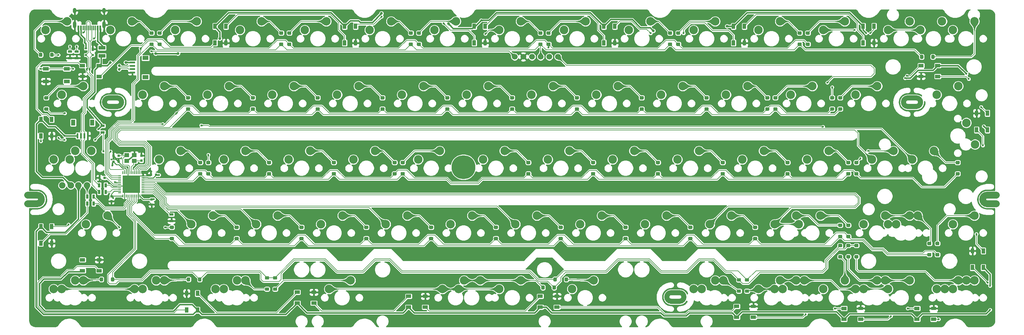
<source format=gbr>
G04 #@! TF.GenerationSoftware,KiCad,Pcbnew,(5.1.10)-1*
G04 #@! TF.CreationDate,2021-10-10T16:55:11+07:00*
G04 #@! TF.ProjectId,averange65,61766572-616e-4676-9536-352e6b696361,rev?*
G04 #@! TF.SameCoordinates,Original*
G04 #@! TF.FileFunction,Copper,L2,Bot*
G04 #@! TF.FilePolarity,Positive*
%FSLAX46Y46*%
G04 Gerber Fmt 4.6, Leading zero omitted, Abs format (unit mm)*
G04 Created by KiCad (PCBNEW (5.1.10)-1) date 2021-10-10 16:55:11*
%MOMM*%
%LPD*%
G01*
G04 APERTURE LIST*
G04 #@! TA.AperFunction,EtchedComponent*
%ADD10C,2.000000*%
G04 #@! TD*
G04 #@! TA.AperFunction,EtchedComponent*
%ADD11C,1.500000*%
G04 #@! TD*
G04 #@! TA.AperFunction,SMDPad,CuDef*
%ADD12R,1.400000X1.200000*%
G04 #@! TD*
G04 #@! TA.AperFunction,SMDPad,CuDef*
%ADD13R,0.700000X1.300000*%
G04 #@! TD*
G04 #@! TA.AperFunction,SMDPad,CuDef*
%ADD14R,1.300000X0.700000*%
G04 #@! TD*
G04 #@! TA.AperFunction,SMDPad,CuDef*
%ADD15R,0.800000X0.750000*%
G04 #@! TD*
G04 #@! TA.AperFunction,SMDPad,CuDef*
%ADD16R,0.750000X0.800000*%
G04 #@! TD*
G04 #@! TA.AperFunction,SMDPad,CuDef*
%ADD17R,1.500000X1.000000*%
G04 #@! TD*
G04 #@! TA.AperFunction,SMDPad,CuDef*
%ADD18R,1.000000X1.500000*%
G04 #@! TD*
G04 #@! TA.AperFunction,ComponentPad*
%ADD19C,1.700000*%
G04 #@! TD*
G04 #@! TA.AperFunction,ComponentPad*
%ADD20C,7.000000*%
G04 #@! TD*
G04 #@! TA.AperFunction,ComponentPad*
%ADD21C,2.500000*%
G04 #@! TD*
G04 #@! TA.AperFunction,SMDPad,CuDef*
%ADD22R,1.800000X1.200000*%
G04 #@! TD*
G04 #@! TA.AperFunction,SMDPad,CuDef*
%ADD23R,1.550000X0.600000*%
G04 #@! TD*
G04 #@! TA.AperFunction,SMDPad,CuDef*
%ADD24R,2.030000X1.140000*%
G04 #@! TD*
G04 #@! TA.AperFunction,ComponentPad*
%ADD25C,1.905000*%
G04 #@! TD*
G04 #@! TA.AperFunction,SMDPad,CuDef*
%ADD26R,1.800000X1.100000*%
G04 #@! TD*
G04 #@! TA.AperFunction,SMDPad,CuDef*
%ADD27R,0.700000X1.000000*%
G04 #@! TD*
G04 #@! TA.AperFunction,SMDPad,CuDef*
%ADD28R,0.700000X0.600000*%
G04 #@! TD*
G04 #@! TA.AperFunction,SMDPad,CuDef*
%ADD29R,0.600000X1.550000*%
G04 #@! TD*
G04 #@! TA.AperFunction,SMDPad,CuDef*
%ADD30R,1.200000X1.800000*%
G04 #@! TD*
G04 #@! TA.AperFunction,SMDPad,CuDef*
%ADD31R,5.150000X5.150000*%
G04 #@! TD*
G04 #@! TA.AperFunction,ComponentPad*
%ADD32O,1.000000X1.600000*%
G04 #@! TD*
G04 #@! TA.AperFunction,ComponentPad*
%ADD33O,1.000000X2.100000*%
G04 #@! TD*
G04 #@! TA.AperFunction,SMDPad,CuDef*
%ADD34R,0.300000X1.450000*%
G04 #@! TD*
G04 #@! TA.AperFunction,SMDPad,CuDef*
%ADD35R,0.600000X1.450000*%
G04 #@! TD*
G04 #@! TA.AperFunction,ViaPad*
%ADD36C,0.600000*%
G04 #@! TD*
G04 #@! TA.AperFunction,ViaPad*
%ADD37C,0.800000*%
G04 #@! TD*
G04 #@! TA.AperFunction,Conductor*
%ADD38C,0.250000*%
G04 #@! TD*
G04 #@! TA.AperFunction,Conductor*
%ADD39C,0.400000*%
G04 #@! TD*
G04 #@! TA.AperFunction,Conductor*
%ADD40C,0.200000*%
G04 #@! TD*
G04 #@! TA.AperFunction,Conductor*
%ADD41C,0.025400*%
G04 #@! TD*
G04 #@! TA.AperFunction,Conductor*
%ADD42C,0.100000*%
G04 #@! TD*
G04 #@! TA.AperFunction,Conductor*
%ADD43C,0.254000*%
G04 #@! TD*
G04 APERTURE END LIST*
D10*
X366366Y-96492536D02*
X3116366Y-96492536D01*
X3116366Y-93992536D02*
X366366Y-93992536D01*
X285066366Y-93992536D02*
X282316366Y-93992536D01*
X282316366Y-96492536D02*
X285066366Y-96492536D01*
D11*
X24166366Y-67892536D02*
X26666366Y-67892536D01*
X26666366Y-65392536D02*
X24166366Y-65392536D01*
X189466366Y-125192536D02*
X191966366Y-125192536D01*
X191966366Y-122692536D02*
X189466366Y-122692536D01*
X261516366Y-65392536D02*
X259016366Y-65392536D01*
X259016366Y-67892536D02*
X261516366Y-67892536D01*
D10*
X282316366Y-93992536D02*
G75*
G03*
X282316366Y-96492536I0J-1250000D01*
G01*
X3116366Y-96492536D02*
G75*
G03*
X3116366Y-93992536I0J1250000D01*
G01*
D11*
X24166366Y-67892536D02*
G75*
G02*
X24166366Y-65392536I0J1250000D01*
G01*
X191966366Y-122692536D02*
G75*
G02*
X191966366Y-125192536I0J-1250000D01*
G01*
X189466366Y-125192536D02*
G75*
G02*
X189466366Y-122692536I0J1250000D01*
G01*
X26666366Y-65392536D02*
G75*
G02*
X26666366Y-67892536I0J-1250000D01*
G01*
X261516366Y-65392536D02*
G75*
G02*
X261516366Y-67892536I0J-1250000D01*
G01*
X259016366Y-67892536D02*
G75*
G02*
X259016366Y-65392536I0J1250000D01*
G01*
D12*
X31659380Y-83892130D03*
X29459380Y-83892130D03*
X29459380Y-82192130D03*
X31659380Y-82192130D03*
D13*
X19714250Y-94424500D03*
X17814250Y-94424500D03*
X19714250Y-96424500D03*
X17814250Y-96424500D03*
D14*
X42576750Y-99697500D03*
X42576750Y-101597500D03*
X22320250Y-75496500D03*
X22320250Y-73596500D03*
D13*
X21364597Y-93038023D03*
X23264597Y-93038023D03*
X21364597Y-91103246D03*
X23264597Y-91103246D03*
D14*
X14724071Y-51755008D03*
X14724071Y-53655008D03*
X12738132Y-51755008D03*
X12738132Y-53655008D03*
D15*
X38056250Y-88011000D03*
X36556250Y-88011000D03*
X21415768Y-88870811D03*
X22915768Y-88870811D03*
X25554880Y-84185130D03*
X27054880Y-84185130D03*
D16*
X36750706Y-95262000D03*
X36750706Y-96762000D03*
D15*
X25554880Y-82407130D03*
X27054880Y-82407130D03*
D16*
X33734380Y-82355630D03*
X33734380Y-83855630D03*
X24923750Y-94297500D03*
X24923750Y-95797500D03*
G04 #@! TA.AperFunction,SMDPad,CuDef*
G36*
G01*
X265860218Y-127555072D02*
X265860218Y-127055072D01*
G75*
G02*
X266110218Y-126805072I250000J0D01*
G01*
X267110218Y-126805072D01*
G75*
G02*
X267360218Y-127055072I0J-250000D01*
G01*
X267360218Y-127555072D01*
G75*
G02*
X267110218Y-127805072I-250000J0D01*
G01*
X266110218Y-127805072D01*
G75*
G02*
X265860218Y-127555072I0J250000D01*
G01*
G37*
G04 #@! TD.AperFunction*
D17*
X266610218Y-130505072D03*
X261710218Y-127305072D03*
X261710218Y-130505072D03*
G04 #@! TA.AperFunction,SMDPad,CuDef*
G36*
G01*
X244428950Y-127555072D02*
X244428950Y-127055072D01*
G75*
G02*
X244678950Y-126805072I250000J0D01*
G01*
X245678950Y-126805072D01*
G75*
G02*
X245928950Y-127055072I0J-250000D01*
G01*
X245928950Y-127555072D01*
G75*
G02*
X245678950Y-127805072I-250000J0D01*
G01*
X244678950Y-127805072D01*
G75*
G02*
X244428950Y-127555072I0J250000D01*
G01*
G37*
G04 #@! TD.AperFunction*
X245178950Y-130505072D03*
X240278950Y-127305072D03*
X240278950Y-130505072D03*
G04 #@! TA.AperFunction,SMDPad,CuDef*
G36*
G01*
X212877361Y-126959759D02*
X212877361Y-126459759D01*
G75*
G02*
X213127361Y-126209759I250000J0D01*
G01*
X214127361Y-126209759D01*
G75*
G02*
X214377361Y-126459759I0J-250000D01*
G01*
X214377361Y-126959759D01*
G75*
G02*
X214127361Y-127209759I-250000J0D01*
G01*
X213127361Y-127209759D01*
G75*
G02*
X212877361Y-126959759I0J250000D01*
G01*
G37*
G04 #@! TD.AperFunction*
X213627361Y-129909759D03*
X208727361Y-126709759D03*
X208727361Y-129909759D03*
G04 #@! TA.AperFunction,SMDPad,CuDef*
G36*
G01*
X155132000Y-123983194D02*
X155132000Y-123483194D01*
G75*
G02*
X155382000Y-123233194I250000J0D01*
G01*
X156382000Y-123233194D01*
G75*
G02*
X156632000Y-123483194I0J-250000D01*
G01*
X156632000Y-123983194D01*
G75*
G02*
X156382000Y-124233194I-250000J0D01*
G01*
X155382000Y-124233194D01*
G75*
G02*
X155132000Y-123983194I0J250000D01*
G01*
G37*
G04 #@! TD.AperFunction*
X155882000Y-126933194D03*
X150982000Y-123733194D03*
X150982000Y-126933194D03*
G04 #@! TA.AperFunction,SMDPad,CuDef*
G36*
G01*
X116436655Y-123983194D02*
X116436655Y-123483194D01*
G75*
G02*
X116686655Y-123233194I250000J0D01*
G01*
X117686655Y-123233194D01*
G75*
G02*
X117936655Y-123483194I0J-250000D01*
G01*
X117936655Y-123983194D01*
G75*
G02*
X117686655Y-124233194I-250000J0D01*
G01*
X116686655Y-124233194D01*
G75*
G02*
X116436655Y-123983194I0J250000D01*
G01*
G37*
G04 #@! TD.AperFunction*
X117186655Y-126933194D03*
X112286655Y-123733194D03*
X112286655Y-126933194D03*
G04 #@! TA.AperFunction,SMDPad,CuDef*
G36*
G01*
X83694440Y-122792568D02*
X83694440Y-122292568D01*
G75*
G02*
X83944440Y-122042568I250000J0D01*
G01*
X84944440Y-122042568D01*
G75*
G02*
X85194440Y-122292568I0J-250000D01*
G01*
X85194440Y-122792568D01*
G75*
G02*
X84944440Y-123042568I-250000J0D01*
G01*
X83944440Y-123042568D01*
G75*
G02*
X83694440Y-122792568I0J250000D01*
G01*
G37*
G04 #@! TD.AperFunction*
X84444440Y-125742568D03*
X79544440Y-122542568D03*
X79544440Y-125742568D03*
G04 #@! TA.AperFunction,SMDPad,CuDef*
G36*
G01*
X47307200Y-123633690D02*
X46807200Y-123633690D01*
G75*
G02*
X46557200Y-123383690I0J250000D01*
G01*
X46557200Y-122383690D01*
G75*
G02*
X46807200Y-122133690I250000J0D01*
G01*
X47307200Y-122133690D01*
G75*
G02*
X47557200Y-122383690I0J-250000D01*
G01*
X47557200Y-123383690D01*
G75*
G02*
X47307200Y-123633690I-250000J0D01*
G01*
G37*
G04 #@! TD.AperFunction*
D18*
X50257200Y-122883690D03*
X47057200Y-127783690D03*
X50257200Y-127783690D03*
G04 #@! TA.AperFunction,SMDPad,CuDef*
G36*
G01*
X20591450Y-113268020D02*
X20591450Y-112768020D01*
G75*
G02*
X20841450Y-112518020I250000J0D01*
G01*
X21841450Y-112518020D01*
G75*
G02*
X22091450Y-112768020I0J-250000D01*
G01*
X22091450Y-113268020D01*
G75*
G02*
X21841450Y-113518020I-250000J0D01*
G01*
X20841450Y-113518020D01*
G75*
G02*
X20591450Y-113268020I0J250000D01*
G01*
G37*
G04 #@! TD.AperFunction*
D17*
X21341450Y-116218020D03*
X16441450Y-113018020D03*
X16441450Y-116218020D03*
G04 #@! TA.AperFunction,SMDPad,CuDef*
G36*
G01*
X7144376Y-107387865D02*
X7644376Y-107387865D01*
G75*
G02*
X7894376Y-107637865I0J-250000D01*
G01*
X7894376Y-108637865D01*
G75*
G02*
X7644376Y-108887865I-250000J0D01*
G01*
X7144376Y-108887865D01*
G75*
G02*
X6894376Y-108637865I0J250000D01*
G01*
X6894376Y-107637865D01*
G75*
G02*
X7144376Y-107387865I250000J0D01*
G01*
G37*
G04 #@! TD.AperFunction*
D18*
X4194376Y-108137865D03*
X7394376Y-103237865D03*
X4194376Y-103237865D03*
G04 #@! TA.AperFunction,SMDPad,CuDef*
G36*
G01*
X7144520Y-75836600D02*
X7644520Y-75836600D01*
G75*
G02*
X7894520Y-76086600I0J-250000D01*
G01*
X7894520Y-77086600D01*
G75*
G02*
X7644520Y-77336600I-250000J0D01*
G01*
X7144520Y-77336600D01*
G75*
G02*
X6894520Y-77086600I0J250000D01*
G01*
X6894520Y-76086600D01*
G75*
G02*
X7144520Y-75836600I250000J0D01*
G01*
G37*
G04 #@! TD.AperFunction*
X4194520Y-76586600D03*
X7394520Y-71686600D03*
X4194520Y-71686600D03*
G04 #@! TA.AperFunction,SMDPad,CuDef*
G36*
G01*
X278288356Y-111131621D02*
X277788356Y-111131621D01*
G75*
G02*
X277538356Y-110881621I0J250000D01*
G01*
X277538356Y-109881621D01*
G75*
G02*
X277788356Y-109631621I250000J0D01*
G01*
X278288356Y-109631621D01*
G75*
G02*
X278538356Y-109881621I0J-250000D01*
G01*
X278538356Y-110881621D01*
G75*
G02*
X278288356Y-111131621I-250000J0D01*
G01*
G37*
G04 #@! TD.AperFunction*
X281238356Y-110381621D03*
X278038356Y-115281621D03*
X281238356Y-115281621D03*
G04 #@! TA.AperFunction,SMDPad,CuDef*
G36*
G01*
X279478982Y-70650337D02*
X278978982Y-70650337D01*
G75*
G02*
X278728982Y-70400337I0J250000D01*
G01*
X278728982Y-69400337D01*
G75*
G02*
X278978982Y-69150337I250000J0D01*
G01*
X279478982Y-69150337D01*
G75*
G02*
X279728982Y-69400337I0J-250000D01*
G01*
X279728982Y-70400337D01*
G75*
G02*
X279478982Y-70650337I-250000J0D01*
G01*
G37*
G04 #@! TD.AperFunction*
X282428982Y-69900337D03*
X279228982Y-74800337D03*
X282428982Y-74800337D03*
G04 #@! TA.AperFunction,SMDPad,CuDef*
G36*
G01*
X263650844Y-58817512D02*
X263650844Y-59317512D01*
G75*
G02*
X263400844Y-59567512I-250000J0D01*
G01*
X262400844Y-59567512D01*
G75*
G02*
X262150844Y-59317512I0J250000D01*
G01*
X262150844Y-58817512D01*
G75*
G02*
X262400844Y-58567512I250000J0D01*
G01*
X263400844Y-58567512D01*
G75*
G02*
X263650844Y-58817512I0J-250000D01*
G01*
G37*
G04 #@! TD.AperFunction*
D17*
X262900844Y-55867512D03*
X267800844Y-59067512D03*
X267800844Y-55867512D03*
G04 #@! TA.AperFunction,SMDPad,CuDef*
G36*
G01*
X248842410Y-48452110D02*
X249342410Y-48452110D01*
G75*
G02*
X249592410Y-48702110I0J-250000D01*
G01*
X249592410Y-49702110D01*
G75*
G02*
X249342410Y-49952110I-250000J0D01*
G01*
X248842410Y-49952110D01*
G75*
G02*
X248592410Y-49702110I0J250000D01*
G01*
X248592410Y-48702110D01*
G75*
G02*
X248842410Y-48452110I250000J0D01*
G01*
G37*
G04 #@! TD.AperFunction*
D18*
X245892410Y-49202110D03*
X249092410Y-44302110D03*
X245892410Y-44302110D03*
G04 #@! TA.AperFunction,SMDPad,CuDef*
G36*
G01*
X210742250Y-48452110D02*
X211242250Y-48452110D01*
G75*
G02*
X211492250Y-48702110I0J-250000D01*
G01*
X211492250Y-49702110D01*
G75*
G02*
X211242250Y-49952110I-250000J0D01*
G01*
X210742250Y-49952110D01*
G75*
G02*
X210492250Y-49702110I0J250000D01*
G01*
X210492250Y-48702110D01*
G75*
G02*
X210742250Y-48452110I250000J0D01*
G01*
G37*
G04 #@! TD.AperFunction*
X207792250Y-49202110D03*
X210992250Y-44302110D03*
X207792250Y-44302110D03*
G04 #@! TA.AperFunction,SMDPad,CuDef*
G36*
G01*
X172642090Y-48452110D02*
X173142090Y-48452110D01*
G75*
G02*
X173392090Y-48702110I0J-250000D01*
G01*
X173392090Y-49702110D01*
G75*
G02*
X173142090Y-49952110I-250000J0D01*
G01*
X172642090Y-49952110D01*
G75*
G02*
X172392090Y-49702110I0J250000D01*
G01*
X172392090Y-48702110D01*
G75*
G02*
X172642090Y-48452110I250000J0D01*
G01*
G37*
G04 #@! TD.AperFunction*
X169692090Y-49202110D03*
X172892090Y-44302110D03*
X169692090Y-44302110D03*
G04 #@! TA.AperFunction,SMDPad,CuDef*
G36*
G01*
X134541930Y-48452110D02*
X135041930Y-48452110D01*
G75*
G02*
X135291930Y-48702110I0J-250000D01*
G01*
X135291930Y-49702110D01*
G75*
G02*
X135041930Y-49952110I-250000J0D01*
G01*
X134541930Y-49952110D01*
G75*
G02*
X134291930Y-49702110I0J250000D01*
G01*
X134291930Y-48702110D01*
G75*
G02*
X134541930Y-48452110I250000J0D01*
G01*
G37*
G04 #@! TD.AperFunction*
X131591930Y-49202110D03*
X134791930Y-44302110D03*
X131591930Y-44302110D03*
G04 #@! TA.AperFunction,SMDPad,CuDef*
G36*
G01*
X96441770Y-48452110D02*
X96941770Y-48452110D01*
G75*
G02*
X97191770Y-48702110I0J-250000D01*
G01*
X97191770Y-49702110D01*
G75*
G02*
X96941770Y-49952110I-250000J0D01*
G01*
X96441770Y-49952110D01*
G75*
G02*
X96191770Y-49702110I0J250000D01*
G01*
X96191770Y-48702110D01*
G75*
G02*
X96441770Y-48452110I250000J0D01*
G01*
G37*
G04 #@! TD.AperFunction*
X93491770Y-49202110D03*
X96691770Y-44302110D03*
X93491770Y-44302110D03*
G04 #@! TA.AperFunction,SMDPad,CuDef*
G36*
G01*
X58341610Y-48452110D02*
X58841610Y-48452110D01*
G75*
G02*
X59091610Y-48702110I0J-250000D01*
G01*
X59091610Y-49702110D01*
G75*
G02*
X58841610Y-49952110I-250000J0D01*
G01*
X58341610Y-49952110D01*
G75*
G02*
X58091610Y-49702110I0J250000D01*
G01*
X58091610Y-48702110D01*
G75*
G02*
X58341610Y-48452110I250000J0D01*
G01*
G37*
G04 #@! TD.AperFunction*
X55391610Y-49202110D03*
X58591610Y-44302110D03*
X55391610Y-44302110D03*
G04 #@! TA.AperFunction,SMDPad,CuDef*
G36*
G01*
X17191450Y-58817780D02*
X17191450Y-59317780D01*
G75*
G02*
X16941450Y-59567780I-250000J0D01*
G01*
X15941450Y-59567780D01*
G75*
G02*
X15691450Y-59317780I0J250000D01*
G01*
X15691450Y-58817780D01*
G75*
G02*
X15941450Y-58567780I250000J0D01*
G01*
X16941450Y-58567780D01*
G75*
G02*
X17191450Y-58817780I0J-250000D01*
G01*
G37*
G04 #@! TD.AperFunction*
D17*
X16441450Y-55867780D03*
X21341450Y-59067780D03*
X21341450Y-55867780D03*
G04 #@! TA.AperFunction,SMDPad,CuDef*
G36*
G01*
X243569576Y-108300369D02*
X244269576Y-108300369D01*
G75*
G02*
X244519576Y-108550369I0J-250000D01*
G01*
X244519576Y-109050369D01*
G75*
G02*
X244269576Y-109300369I-250000J0D01*
G01*
X243569576Y-109300369D01*
G75*
G02*
X243319576Y-109050369I0J250000D01*
G01*
X243319576Y-108550369D01*
G75*
G02*
X243569576Y-108300369I250000J0D01*
G01*
G37*
G04 #@! TD.AperFunction*
G04 #@! TA.AperFunction,SMDPad,CuDef*
G36*
G01*
X243569576Y-111600369D02*
X244269576Y-111600369D01*
G75*
G02*
X244519576Y-111850369I0J-250000D01*
G01*
X244519576Y-112350369D01*
G75*
G02*
X244269576Y-112600369I-250000J0D01*
G01*
X243569576Y-112600369D01*
G75*
G02*
X243319576Y-112350369I0J250000D01*
G01*
X243319576Y-111850369D01*
G75*
G02*
X243569576Y-111600369I250000J0D01*
G01*
G37*
G04 #@! TD.AperFunction*
G04 #@! TA.AperFunction,SMDPad,CuDef*
G36*
G01*
X241188324Y-108300369D02*
X241888324Y-108300369D01*
G75*
G02*
X242138324Y-108550369I0J-250000D01*
G01*
X242138324Y-109050369D01*
G75*
G02*
X241888324Y-109300369I-250000J0D01*
G01*
X241188324Y-109300369D01*
G75*
G02*
X240938324Y-109050369I0J250000D01*
G01*
X240938324Y-108550369D01*
G75*
G02*
X241188324Y-108300369I250000J0D01*
G01*
G37*
G04 #@! TD.AperFunction*
G04 #@! TA.AperFunction,SMDPad,CuDef*
G36*
G01*
X241188324Y-111600369D02*
X241888324Y-111600369D01*
G75*
G02*
X242138324Y-111850369I0J-250000D01*
G01*
X242138324Y-112350369D01*
G75*
G02*
X241888324Y-112600369I-250000J0D01*
G01*
X241188324Y-112600369D01*
G75*
G02*
X240938324Y-112350369I0J250000D01*
G01*
X240938324Y-111850369D01*
G75*
G02*
X241188324Y-111600369I250000J0D01*
G01*
G37*
G04 #@! TD.AperFunction*
G04 #@! TA.AperFunction,SMDPad,CuDef*
G36*
G01*
X211422674Y-118420690D02*
X212122674Y-118420690D01*
G75*
G02*
X212372674Y-118670690I0J-250000D01*
G01*
X212372674Y-119170690D01*
G75*
G02*
X212122674Y-119420690I-250000J0D01*
G01*
X211422674Y-119420690D01*
G75*
G02*
X211172674Y-119170690I0J250000D01*
G01*
X211172674Y-118670690D01*
G75*
G02*
X211422674Y-118420690I250000J0D01*
G01*
G37*
G04 #@! TD.AperFunction*
G04 #@! TA.AperFunction,SMDPad,CuDef*
G36*
G01*
X211422674Y-121720690D02*
X212122674Y-121720690D01*
G75*
G02*
X212372674Y-121970690I0J-250000D01*
G01*
X212372674Y-122470690D01*
G75*
G02*
X212122674Y-122720690I-250000J0D01*
G01*
X211422674Y-122720690D01*
G75*
G02*
X211172674Y-122470690I0J250000D01*
G01*
X211172674Y-121970690D01*
G75*
G02*
X211422674Y-121720690I250000J0D01*
G01*
G37*
G04 #@! TD.AperFunction*
G04 #@! TA.AperFunction,SMDPad,CuDef*
G36*
G01*
X209041422Y-118420690D02*
X209741422Y-118420690D01*
G75*
G02*
X209991422Y-118670690I0J-250000D01*
G01*
X209991422Y-119170690D01*
G75*
G02*
X209741422Y-119420690I-250000J0D01*
G01*
X209041422Y-119420690D01*
G75*
G02*
X208791422Y-119170690I0J250000D01*
G01*
X208791422Y-118670690D01*
G75*
G02*
X209041422Y-118420690I250000J0D01*
G01*
G37*
G04 #@! TD.AperFunction*
G04 #@! TA.AperFunction,SMDPad,CuDef*
G36*
G01*
X209041422Y-121720690D02*
X209741422Y-121720690D01*
G75*
G02*
X209991422Y-121970690I0J-250000D01*
G01*
X209991422Y-122470690D01*
G75*
G02*
X209741422Y-122720690I-250000J0D01*
G01*
X209041422Y-122720690D01*
G75*
G02*
X208791422Y-122470690I0J250000D01*
G01*
X208791422Y-121970690D01*
G75*
G02*
X209041422Y-121720690I250000J0D01*
G01*
G37*
G04 #@! TD.AperFunction*
G04 #@! TA.AperFunction,SMDPad,CuDef*
G36*
G01*
X155582000Y-120816003D02*
X155582000Y-121516003D01*
G75*
G02*
X155332000Y-121766003I-250000J0D01*
G01*
X154832000Y-121766003D01*
G75*
G02*
X154582000Y-121516003I0J250000D01*
G01*
X154582000Y-120816003D01*
G75*
G02*
X154832000Y-120566003I250000J0D01*
G01*
X155332000Y-120566003D01*
G75*
G02*
X155582000Y-120816003I0J-250000D01*
G01*
G37*
G04 #@! TD.AperFunction*
G04 #@! TA.AperFunction,SMDPad,CuDef*
G36*
G01*
X152282000Y-120816003D02*
X152282000Y-121516003D01*
G75*
G02*
X152032000Y-121766003I-250000J0D01*
G01*
X151532000Y-121766003D01*
G75*
G02*
X151282000Y-121516003I0J250000D01*
G01*
X151282000Y-120816003D01*
G75*
G02*
X151532000Y-120566003I250000J0D01*
G01*
X152032000Y-120566003D01*
G75*
G02*
X152282000Y-120816003I0J-250000D01*
G01*
G37*
G04 #@! TD.AperFunction*
G04 #@! TA.AperFunction,SMDPad,CuDef*
G36*
G01*
X70333857Y-117825377D02*
X71033857Y-117825377D01*
G75*
G02*
X71283857Y-118075377I0J-250000D01*
G01*
X71283857Y-118575377D01*
G75*
G02*
X71033857Y-118825377I-250000J0D01*
G01*
X70333857Y-118825377D01*
G75*
G02*
X70083857Y-118575377I0J250000D01*
G01*
X70083857Y-118075377D01*
G75*
G02*
X70333857Y-117825377I250000J0D01*
G01*
G37*
G04 #@! TD.AperFunction*
G04 #@! TA.AperFunction,SMDPad,CuDef*
G36*
G01*
X70333857Y-121125377D02*
X71033857Y-121125377D01*
G75*
G02*
X71283857Y-121375377I0J-250000D01*
G01*
X71283857Y-121875377D01*
G75*
G02*
X71033857Y-122125377I-250000J0D01*
G01*
X70333857Y-122125377D01*
G75*
G02*
X70083857Y-121875377I0J250000D01*
G01*
X70083857Y-121375377D01*
G75*
G02*
X70333857Y-121125377I250000J0D01*
G01*
G37*
G04 #@! TD.AperFunction*
G04 #@! TA.AperFunction,SMDPad,CuDef*
G36*
G01*
X51402515Y-118435225D02*
X51402515Y-119135225D01*
G75*
G02*
X51152515Y-119385225I-250000J0D01*
G01*
X50652515Y-119385225D01*
G75*
G02*
X50402515Y-119135225I0J250000D01*
G01*
X50402515Y-118435225D01*
G75*
G02*
X50652515Y-118185225I250000J0D01*
G01*
X51152515Y-118185225D01*
G75*
G02*
X51402515Y-118435225I0J-250000D01*
G01*
G37*
G04 #@! TD.AperFunction*
G04 #@! TA.AperFunction,SMDPad,CuDef*
G36*
G01*
X48102515Y-118435225D02*
X48102515Y-119135225D01*
G75*
G02*
X47852515Y-119385225I-250000J0D01*
G01*
X47352515Y-119385225D01*
G75*
G02*
X47102515Y-119135225I0J250000D01*
G01*
X47102515Y-118435225D01*
G75*
G02*
X47352515Y-118185225I250000J0D01*
G01*
X47852515Y-118185225D01*
G75*
G02*
X48102515Y-118435225I0J-250000D01*
G01*
G37*
G04 #@! TD.AperFunction*
G04 #@! TA.AperFunction,SMDPad,CuDef*
G36*
G01*
X25803970Y-118435225D02*
X25803970Y-119135225D01*
G75*
G02*
X25553970Y-119385225I-250000J0D01*
G01*
X25053970Y-119385225D01*
G75*
G02*
X24803970Y-119135225I0J250000D01*
G01*
X24803970Y-118435225D01*
G75*
G02*
X25053970Y-118185225I250000J0D01*
G01*
X25553970Y-118185225D01*
G75*
G02*
X25803970Y-118435225I0J-250000D01*
G01*
G37*
G04 #@! TD.AperFunction*
G04 #@! TA.AperFunction,SMDPad,CuDef*
G36*
G01*
X22503970Y-118435225D02*
X22503970Y-119135225D01*
G75*
G02*
X22253970Y-119385225I-250000J0D01*
G01*
X21753970Y-119385225D01*
G75*
G02*
X21503970Y-119135225I0J250000D01*
G01*
X21503970Y-118435225D01*
G75*
G02*
X21753970Y-118185225I250000J0D01*
G01*
X22253970Y-118185225D01*
G75*
G02*
X22503970Y-118435225I0J-250000D01*
G01*
G37*
G04 #@! TD.AperFunction*
G04 #@! TA.AperFunction,SMDPad,CuDef*
G36*
G01*
X72714745Y-117825377D02*
X73414745Y-117825377D01*
G75*
G02*
X73664745Y-118075377I0J-250000D01*
G01*
X73664745Y-118575377D01*
G75*
G02*
X73414745Y-118825377I-250000J0D01*
G01*
X72714745Y-118825377D01*
G75*
G02*
X72464745Y-118575377I0J250000D01*
G01*
X72464745Y-118075377D01*
G75*
G02*
X72714745Y-117825377I250000J0D01*
G01*
G37*
G04 #@! TD.AperFunction*
G04 #@! TA.AperFunction,SMDPad,CuDef*
G36*
G01*
X72714745Y-121125377D02*
X73414745Y-121125377D01*
G75*
G02*
X73664745Y-121375377I0J-250000D01*
G01*
X73664745Y-121875377D01*
G75*
G02*
X73414745Y-122125377I-250000J0D01*
G01*
X72714745Y-122125377D01*
G75*
G02*
X72464745Y-121875377I0J250000D01*
G01*
X72464745Y-121375377D01*
G75*
G02*
X72714745Y-121125377I250000J0D01*
G01*
G37*
G04 #@! TD.AperFunction*
G04 #@! TA.AperFunction,SMDPad,CuDef*
G36*
G01*
X268082096Y-112005056D02*
X267382096Y-112005056D01*
G75*
G02*
X267132096Y-111755056I0J250000D01*
G01*
X267132096Y-111255056D01*
G75*
G02*
X267382096Y-111005056I250000J0D01*
G01*
X268082096Y-111005056D01*
G75*
G02*
X268332096Y-111255056I0J-250000D01*
G01*
X268332096Y-111755056D01*
G75*
G02*
X268082096Y-112005056I-250000J0D01*
G01*
G37*
G04 #@! TD.AperFunction*
G04 #@! TA.AperFunction,SMDPad,CuDef*
G36*
G01*
X268082096Y-108705056D02*
X267382096Y-108705056D01*
G75*
G02*
X267132096Y-108455056I0J250000D01*
G01*
X267132096Y-107955056D01*
G75*
G02*
X267382096Y-107705056I250000J0D01*
G01*
X268082096Y-107705056D01*
G75*
G02*
X268332096Y-107955056I0J-250000D01*
G01*
X268332096Y-108455056D01*
G75*
G02*
X268082096Y-108705056I-250000J0D01*
G01*
G37*
G04 #@! TD.AperFunction*
G04 #@! TA.AperFunction,SMDPad,CuDef*
G36*
G01*
X241888324Y-106647239D02*
X241188324Y-106647239D01*
G75*
G02*
X240938324Y-106397239I0J250000D01*
G01*
X240938324Y-105897239D01*
G75*
G02*
X241188324Y-105647239I250000J0D01*
G01*
X241888324Y-105647239D01*
G75*
G02*
X242138324Y-105897239I0J-250000D01*
G01*
X242138324Y-106397239D01*
G75*
G02*
X241888324Y-106647239I-250000J0D01*
G01*
G37*
G04 #@! TD.AperFunction*
G04 #@! TA.AperFunction,SMDPad,CuDef*
G36*
G01*
X241888324Y-103347239D02*
X241188324Y-103347239D01*
G75*
G02*
X240938324Y-103097239I0J250000D01*
G01*
X240938324Y-102597239D01*
G75*
G02*
X241188324Y-102347239I250000J0D01*
G01*
X241888324Y-102347239D01*
G75*
G02*
X242138324Y-102597239I0J-250000D01*
G01*
X242138324Y-103097239D01*
G75*
G02*
X241888324Y-103347239I-250000J0D01*
G01*
G37*
G04 #@! TD.AperFunction*
G04 #@! TA.AperFunction,SMDPad,CuDef*
G36*
G01*
X239507072Y-106647239D02*
X238807072Y-106647239D01*
G75*
G02*
X238557072Y-106397239I0J250000D01*
G01*
X238557072Y-105897239D01*
G75*
G02*
X238807072Y-105647239I250000J0D01*
G01*
X239507072Y-105647239D01*
G75*
G02*
X239757072Y-105897239I0J-250000D01*
G01*
X239757072Y-106397239D01*
G75*
G02*
X239507072Y-106647239I-250000J0D01*
G01*
G37*
G04 #@! TD.AperFunction*
G04 #@! TA.AperFunction,SMDPad,CuDef*
G36*
G01*
X239507072Y-103347239D02*
X238807072Y-103347239D01*
G75*
G02*
X238557072Y-103097239I0J250000D01*
G01*
X238557072Y-102597239D01*
G75*
G02*
X238807072Y-102347239I250000J0D01*
G01*
X239507072Y-102347239D01*
G75*
G02*
X239757072Y-102597239I0J-250000D01*
G01*
X239757072Y-103097239D01*
G75*
G02*
X239507072Y-103347239I-250000J0D01*
G01*
G37*
G04 #@! TD.AperFunction*
G04 #@! TA.AperFunction,SMDPad,CuDef*
G36*
G01*
X214504770Y-107242980D02*
X213804770Y-107242980D01*
G75*
G02*
X213554770Y-106992980I0J250000D01*
G01*
X213554770Y-106492980D01*
G75*
G02*
X213804770Y-106242980I250000J0D01*
G01*
X214504770Y-106242980D01*
G75*
G02*
X214754770Y-106492980I0J-250000D01*
G01*
X214754770Y-106992980D01*
G75*
G02*
X214504770Y-107242980I-250000J0D01*
G01*
G37*
G04 #@! TD.AperFunction*
G04 #@! TA.AperFunction,SMDPad,CuDef*
G36*
G01*
X214504770Y-103942980D02*
X213804770Y-103942980D01*
G75*
G02*
X213554770Y-103692980I0J250000D01*
G01*
X213554770Y-103192980D01*
G75*
G02*
X213804770Y-102942980I250000J0D01*
G01*
X214504770Y-102942980D01*
G75*
G02*
X214754770Y-103192980I0J-250000D01*
G01*
X214754770Y-103692980D01*
G75*
G02*
X214504770Y-103942980I-250000J0D01*
G01*
G37*
G04 #@! TD.AperFunction*
G04 #@! TA.AperFunction,SMDPad,CuDef*
G36*
G01*
X195454690Y-107242980D02*
X194754690Y-107242980D01*
G75*
G02*
X194504690Y-106992980I0J250000D01*
G01*
X194504690Y-106492980D01*
G75*
G02*
X194754690Y-106242980I250000J0D01*
G01*
X195454690Y-106242980D01*
G75*
G02*
X195704690Y-106492980I0J-250000D01*
G01*
X195704690Y-106992980D01*
G75*
G02*
X195454690Y-107242980I-250000J0D01*
G01*
G37*
G04 #@! TD.AperFunction*
G04 #@! TA.AperFunction,SMDPad,CuDef*
G36*
G01*
X195454690Y-103942980D02*
X194754690Y-103942980D01*
G75*
G02*
X194504690Y-103692980I0J250000D01*
G01*
X194504690Y-103192980D01*
G75*
G02*
X194754690Y-102942980I250000J0D01*
G01*
X195454690Y-102942980D01*
G75*
G02*
X195704690Y-103192980I0J-250000D01*
G01*
X195704690Y-103692980D01*
G75*
G02*
X195454690Y-103942980I-250000J0D01*
G01*
G37*
G04 #@! TD.AperFunction*
G04 #@! TA.AperFunction,SMDPad,CuDef*
G36*
G01*
X176404610Y-107242980D02*
X175704610Y-107242980D01*
G75*
G02*
X175454610Y-106992980I0J250000D01*
G01*
X175454610Y-106492980D01*
G75*
G02*
X175704610Y-106242980I250000J0D01*
G01*
X176404610Y-106242980D01*
G75*
G02*
X176654610Y-106492980I0J-250000D01*
G01*
X176654610Y-106992980D01*
G75*
G02*
X176404610Y-107242980I-250000J0D01*
G01*
G37*
G04 #@! TD.AperFunction*
G04 #@! TA.AperFunction,SMDPad,CuDef*
G36*
G01*
X176404610Y-103942980D02*
X175704610Y-103942980D01*
G75*
G02*
X175454610Y-103692980I0J250000D01*
G01*
X175454610Y-103192980D01*
G75*
G02*
X175704610Y-102942980I250000J0D01*
G01*
X176404610Y-102942980D01*
G75*
G02*
X176654610Y-103192980I0J-250000D01*
G01*
X176654610Y-103692980D01*
G75*
G02*
X176404610Y-103942980I-250000J0D01*
G01*
G37*
G04 #@! TD.AperFunction*
G04 #@! TA.AperFunction,SMDPad,CuDef*
G36*
G01*
X157354530Y-107242980D02*
X156654530Y-107242980D01*
G75*
G02*
X156404530Y-106992980I0J250000D01*
G01*
X156404530Y-106492980D01*
G75*
G02*
X156654530Y-106242980I250000J0D01*
G01*
X157354530Y-106242980D01*
G75*
G02*
X157604530Y-106492980I0J-250000D01*
G01*
X157604530Y-106992980D01*
G75*
G02*
X157354530Y-107242980I-250000J0D01*
G01*
G37*
G04 #@! TD.AperFunction*
G04 #@! TA.AperFunction,SMDPad,CuDef*
G36*
G01*
X157354530Y-103942980D02*
X156654530Y-103942980D01*
G75*
G02*
X156404530Y-103692980I0J250000D01*
G01*
X156404530Y-103192980D01*
G75*
G02*
X156654530Y-102942980I250000J0D01*
G01*
X157354530Y-102942980D01*
G75*
G02*
X157604530Y-103192980I0J-250000D01*
G01*
X157604530Y-103692980D01*
G75*
G02*
X157354530Y-103942980I-250000J0D01*
G01*
G37*
G04 #@! TD.AperFunction*
G04 #@! TA.AperFunction,SMDPad,CuDef*
G36*
G01*
X138304450Y-107242980D02*
X137604450Y-107242980D01*
G75*
G02*
X137354450Y-106992980I0J250000D01*
G01*
X137354450Y-106492980D01*
G75*
G02*
X137604450Y-106242980I250000J0D01*
G01*
X138304450Y-106242980D01*
G75*
G02*
X138554450Y-106492980I0J-250000D01*
G01*
X138554450Y-106992980D01*
G75*
G02*
X138304450Y-107242980I-250000J0D01*
G01*
G37*
G04 #@! TD.AperFunction*
G04 #@! TA.AperFunction,SMDPad,CuDef*
G36*
G01*
X138304450Y-103942980D02*
X137604450Y-103942980D01*
G75*
G02*
X137354450Y-103692980I0J250000D01*
G01*
X137354450Y-103192980D01*
G75*
G02*
X137604450Y-102942980I250000J0D01*
G01*
X138304450Y-102942980D01*
G75*
G02*
X138554450Y-103192980I0J-250000D01*
G01*
X138554450Y-103692980D01*
G75*
G02*
X138304450Y-103942980I-250000J0D01*
G01*
G37*
G04 #@! TD.AperFunction*
G04 #@! TA.AperFunction,SMDPad,CuDef*
G36*
G01*
X119254370Y-107242980D02*
X118554370Y-107242980D01*
G75*
G02*
X118304370Y-106992980I0J250000D01*
G01*
X118304370Y-106492980D01*
G75*
G02*
X118554370Y-106242980I250000J0D01*
G01*
X119254370Y-106242980D01*
G75*
G02*
X119504370Y-106492980I0J-250000D01*
G01*
X119504370Y-106992980D01*
G75*
G02*
X119254370Y-107242980I-250000J0D01*
G01*
G37*
G04 #@! TD.AperFunction*
G04 #@! TA.AperFunction,SMDPad,CuDef*
G36*
G01*
X119254370Y-103942980D02*
X118554370Y-103942980D01*
G75*
G02*
X118304370Y-103692980I0J250000D01*
G01*
X118304370Y-103192980D01*
G75*
G02*
X118554370Y-102942980I250000J0D01*
G01*
X119254370Y-102942980D01*
G75*
G02*
X119504370Y-103192980I0J-250000D01*
G01*
X119504370Y-103692980D01*
G75*
G02*
X119254370Y-103942980I-250000J0D01*
G01*
G37*
G04 #@! TD.AperFunction*
G04 #@! TA.AperFunction,SMDPad,CuDef*
G36*
G01*
X100204290Y-107242980D02*
X99504290Y-107242980D01*
G75*
G02*
X99254290Y-106992980I0J250000D01*
G01*
X99254290Y-106492980D01*
G75*
G02*
X99504290Y-106242980I250000J0D01*
G01*
X100204290Y-106242980D01*
G75*
G02*
X100454290Y-106492980I0J-250000D01*
G01*
X100454290Y-106992980D01*
G75*
G02*
X100204290Y-107242980I-250000J0D01*
G01*
G37*
G04 #@! TD.AperFunction*
G04 #@! TA.AperFunction,SMDPad,CuDef*
G36*
G01*
X100204290Y-103942980D02*
X99504290Y-103942980D01*
G75*
G02*
X99254290Y-103692980I0J250000D01*
G01*
X99254290Y-103192980D01*
G75*
G02*
X99504290Y-102942980I250000J0D01*
G01*
X100204290Y-102942980D01*
G75*
G02*
X100454290Y-103192980I0J-250000D01*
G01*
X100454290Y-103692980D01*
G75*
G02*
X100204290Y-103942980I-250000J0D01*
G01*
G37*
G04 #@! TD.AperFunction*
G04 #@! TA.AperFunction,SMDPad,CuDef*
G36*
G01*
X81154210Y-107242980D02*
X80454210Y-107242980D01*
G75*
G02*
X80204210Y-106992980I0J250000D01*
G01*
X80204210Y-106492980D01*
G75*
G02*
X80454210Y-106242980I250000J0D01*
G01*
X81154210Y-106242980D01*
G75*
G02*
X81404210Y-106492980I0J-250000D01*
G01*
X81404210Y-106992980D01*
G75*
G02*
X81154210Y-107242980I-250000J0D01*
G01*
G37*
G04 #@! TD.AperFunction*
G04 #@! TA.AperFunction,SMDPad,CuDef*
G36*
G01*
X81154210Y-103942980D02*
X80454210Y-103942980D01*
G75*
G02*
X80204210Y-103692980I0J250000D01*
G01*
X80204210Y-103192980D01*
G75*
G02*
X80454210Y-102942980I250000J0D01*
G01*
X81154210Y-102942980D01*
G75*
G02*
X81404210Y-103192980I0J-250000D01*
G01*
X81404210Y-103692980D01*
G75*
G02*
X81154210Y-103942980I-250000J0D01*
G01*
G37*
G04 #@! TD.AperFunction*
G04 #@! TA.AperFunction,SMDPad,CuDef*
G36*
G01*
X62104130Y-107242980D02*
X61404130Y-107242980D01*
G75*
G02*
X61154130Y-106992980I0J250000D01*
G01*
X61154130Y-106492980D01*
G75*
G02*
X61404130Y-106242980I250000J0D01*
G01*
X62104130Y-106242980D01*
G75*
G02*
X62354130Y-106492980I0J-250000D01*
G01*
X62354130Y-106992980D01*
G75*
G02*
X62104130Y-107242980I-250000J0D01*
G01*
G37*
G04 #@! TD.AperFunction*
G04 #@! TA.AperFunction,SMDPad,CuDef*
G36*
G01*
X62104130Y-103942980D02*
X61404130Y-103942980D01*
G75*
G02*
X61154130Y-103692980I0J250000D01*
G01*
X61154130Y-103192980D01*
G75*
G02*
X61404130Y-102942980I250000J0D01*
G01*
X62104130Y-102942980D01*
G75*
G02*
X62354130Y-103192980I0J-250000D01*
G01*
X62354130Y-103692980D01*
G75*
G02*
X62104130Y-103942980I-250000J0D01*
G01*
G37*
G04 #@! TD.AperFunction*
G04 #@! TA.AperFunction,SMDPad,CuDef*
G36*
G01*
X154853878Y-119134751D02*
X154853878Y-118434751D01*
G75*
G02*
X155103878Y-118184751I250000J0D01*
G01*
X155603878Y-118184751D01*
G75*
G02*
X155853878Y-118434751I0J-250000D01*
G01*
X155853878Y-119134751D01*
G75*
G02*
X155603878Y-119384751I-250000J0D01*
G01*
X155103878Y-119384751D01*
G75*
G02*
X154853878Y-119134751I0J250000D01*
G01*
G37*
G04 #@! TD.AperFunction*
G04 #@! TA.AperFunction,SMDPad,CuDef*
G36*
G01*
X158153878Y-119134751D02*
X158153878Y-118434751D01*
G75*
G02*
X158403878Y-118184751I250000J0D01*
G01*
X158903878Y-118184751D01*
G75*
G02*
X159153878Y-118434751I0J-250000D01*
G01*
X159153878Y-119134751D01*
G75*
G02*
X158903878Y-119384751I-250000J0D01*
G01*
X158403878Y-119384751D01*
G75*
G02*
X158153878Y-119134751I0J250000D01*
G01*
G37*
G04 #@! TD.AperFunction*
G04 #@! TA.AperFunction,SMDPad,CuDef*
G36*
G01*
X43054050Y-107242980D02*
X42354050Y-107242980D01*
G75*
G02*
X42104050Y-106992980I0J250000D01*
G01*
X42104050Y-106492980D01*
G75*
G02*
X42354050Y-106242980I250000J0D01*
G01*
X43054050Y-106242980D01*
G75*
G02*
X43304050Y-106492980I0J-250000D01*
G01*
X43304050Y-106992980D01*
G75*
G02*
X43054050Y-107242980I-250000J0D01*
G01*
G37*
G04 #@! TD.AperFunction*
G04 #@! TA.AperFunction,SMDPad,CuDef*
G36*
G01*
X43054050Y-103942980D02*
X42354050Y-103942980D01*
G75*
G02*
X42104050Y-103692980I0J250000D01*
G01*
X42104050Y-103192980D01*
G75*
G02*
X42354050Y-102942980I250000J0D01*
G01*
X43054050Y-102942980D01*
G75*
G02*
X43304050Y-103192980I0J-250000D01*
G01*
X43304050Y-103692980D01*
G75*
G02*
X43054050Y-103942980I-250000J0D01*
G01*
G37*
G04 #@! TD.AperFunction*
G04 #@! TA.AperFunction,SMDPad,CuDef*
G36*
G01*
X274035226Y-88192900D02*
X273335226Y-88192900D01*
G75*
G02*
X273085226Y-87942900I0J250000D01*
G01*
X273085226Y-87442900D01*
G75*
G02*
X273335226Y-87192900I250000J0D01*
G01*
X274035226Y-87192900D01*
G75*
G02*
X274285226Y-87442900I0J-250000D01*
G01*
X274285226Y-87942900D01*
G75*
G02*
X274035226Y-88192900I-250000J0D01*
G01*
G37*
G04 #@! TD.AperFunction*
G04 #@! TA.AperFunction,SMDPad,CuDef*
G36*
G01*
X274035226Y-84892900D02*
X273335226Y-84892900D01*
G75*
G02*
X273085226Y-84642900I0J250000D01*
G01*
X273085226Y-84142900D01*
G75*
G02*
X273335226Y-83892900I250000J0D01*
G01*
X274035226Y-83892900D01*
G75*
G02*
X274285226Y-84142900I0J-250000D01*
G01*
X274285226Y-84642900D01*
G75*
G02*
X274035226Y-84892900I-250000J0D01*
G01*
G37*
G04 #@! TD.AperFunction*
G04 #@! TA.AperFunction,SMDPad,CuDef*
G36*
G01*
X241889260Y-88192900D02*
X241189260Y-88192900D01*
G75*
G02*
X240939260Y-87942900I0J250000D01*
G01*
X240939260Y-87442900D01*
G75*
G02*
X241189260Y-87192900I250000J0D01*
G01*
X241889260Y-87192900D01*
G75*
G02*
X242139260Y-87442900I0J-250000D01*
G01*
X242139260Y-87942900D01*
G75*
G02*
X241889260Y-88192900I-250000J0D01*
G01*
G37*
G04 #@! TD.AperFunction*
G04 #@! TA.AperFunction,SMDPad,CuDef*
G36*
G01*
X241889260Y-84892900D02*
X241189260Y-84892900D01*
G75*
G02*
X240939260Y-84642900I0J250000D01*
G01*
X240939260Y-84142900D01*
G75*
G02*
X241189260Y-83892900I250000J0D01*
G01*
X241889260Y-83892900D01*
G75*
G02*
X242139260Y-84142900I0J-250000D01*
G01*
X242139260Y-84642900D01*
G75*
G02*
X241889260Y-84892900I-250000J0D01*
G01*
G37*
G04 #@! TD.AperFunction*
G04 #@! TA.AperFunction,SMDPad,CuDef*
G36*
G01*
X224029810Y-88192900D02*
X223329810Y-88192900D01*
G75*
G02*
X223079810Y-87942900I0J250000D01*
G01*
X223079810Y-87442900D01*
G75*
G02*
X223329810Y-87192900I250000J0D01*
G01*
X224029810Y-87192900D01*
G75*
G02*
X224279810Y-87442900I0J-250000D01*
G01*
X224279810Y-87942900D01*
G75*
G02*
X224029810Y-88192900I-250000J0D01*
G01*
G37*
G04 #@! TD.AperFunction*
G04 #@! TA.AperFunction,SMDPad,CuDef*
G36*
G01*
X224029810Y-84892900D02*
X223329810Y-84892900D01*
G75*
G02*
X223079810Y-84642900I0J250000D01*
G01*
X223079810Y-84142900D01*
G75*
G02*
X223329810Y-83892900I250000J0D01*
G01*
X224029810Y-83892900D01*
G75*
G02*
X224279810Y-84142900I0J-250000D01*
G01*
X224279810Y-84642900D01*
G75*
G02*
X224029810Y-84892900I-250000J0D01*
G01*
G37*
G04 #@! TD.AperFunction*
G04 #@! TA.AperFunction,SMDPad,CuDef*
G36*
G01*
X204979730Y-88192900D02*
X204279730Y-88192900D01*
G75*
G02*
X204029730Y-87942900I0J250000D01*
G01*
X204029730Y-87442900D01*
G75*
G02*
X204279730Y-87192900I250000J0D01*
G01*
X204979730Y-87192900D01*
G75*
G02*
X205229730Y-87442900I0J-250000D01*
G01*
X205229730Y-87942900D01*
G75*
G02*
X204979730Y-88192900I-250000J0D01*
G01*
G37*
G04 #@! TD.AperFunction*
G04 #@! TA.AperFunction,SMDPad,CuDef*
G36*
G01*
X204979730Y-84892900D02*
X204279730Y-84892900D01*
G75*
G02*
X204029730Y-84642900I0J250000D01*
G01*
X204029730Y-84142900D01*
G75*
G02*
X204279730Y-83892900I250000J0D01*
G01*
X204979730Y-83892900D01*
G75*
G02*
X205229730Y-84142900I0J-250000D01*
G01*
X205229730Y-84642900D01*
G75*
G02*
X204979730Y-84892900I-250000J0D01*
G01*
G37*
G04 #@! TD.AperFunction*
G04 #@! TA.AperFunction,SMDPad,CuDef*
G36*
G01*
X185929650Y-88192900D02*
X185229650Y-88192900D01*
G75*
G02*
X184979650Y-87942900I0J250000D01*
G01*
X184979650Y-87442900D01*
G75*
G02*
X185229650Y-87192900I250000J0D01*
G01*
X185929650Y-87192900D01*
G75*
G02*
X186179650Y-87442900I0J-250000D01*
G01*
X186179650Y-87942900D01*
G75*
G02*
X185929650Y-88192900I-250000J0D01*
G01*
G37*
G04 #@! TD.AperFunction*
G04 #@! TA.AperFunction,SMDPad,CuDef*
G36*
G01*
X185929650Y-84892900D02*
X185229650Y-84892900D01*
G75*
G02*
X184979650Y-84642900I0J250000D01*
G01*
X184979650Y-84142900D01*
G75*
G02*
X185229650Y-83892900I250000J0D01*
G01*
X185929650Y-83892900D01*
G75*
G02*
X186179650Y-84142900I0J-250000D01*
G01*
X186179650Y-84642900D01*
G75*
G02*
X185929650Y-84892900I-250000J0D01*
G01*
G37*
G04 #@! TD.AperFunction*
G04 #@! TA.AperFunction,SMDPad,CuDef*
G36*
G01*
X166879570Y-88192900D02*
X166179570Y-88192900D01*
G75*
G02*
X165929570Y-87942900I0J250000D01*
G01*
X165929570Y-87442900D01*
G75*
G02*
X166179570Y-87192900I250000J0D01*
G01*
X166879570Y-87192900D01*
G75*
G02*
X167129570Y-87442900I0J-250000D01*
G01*
X167129570Y-87942900D01*
G75*
G02*
X166879570Y-88192900I-250000J0D01*
G01*
G37*
G04 #@! TD.AperFunction*
G04 #@! TA.AperFunction,SMDPad,CuDef*
G36*
G01*
X166879570Y-84892900D02*
X166179570Y-84892900D01*
G75*
G02*
X165929570Y-84642900I0J250000D01*
G01*
X165929570Y-84142900D01*
G75*
G02*
X166179570Y-83892900I250000J0D01*
G01*
X166879570Y-83892900D01*
G75*
G02*
X167129570Y-84142900I0J-250000D01*
G01*
X167129570Y-84642900D01*
G75*
G02*
X166879570Y-84892900I-250000J0D01*
G01*
G37*
G04 #@! TD.AperFunction*
G04 #@! TA.AperFunction,SMDPad,CuDef*
G36*
G01*
X147829490Y-88192900D02*
X147129490Y-88192900D01*
G75*
G02*
X146879490Y-87942900I0J250000D01*
G01*
X146879490Y-87442900D01*
G75*
G02*
X147129490Y-87192900I250000J0D01*
G01*
X147829490Y-87192900D01*
G75*
G02*
X148079490Y-87442900I0J-250000D01*
G01*
X148079490Y-87942900D01*
G75*
G02*
X147829490Y-88192900I-250000J0D01*
G01*
G37*
G04 #@! TD.AperFunction*
G04 #@! TA.AperFunction,SMDPad,CuDef*
G36*
G01*
X147829490Y-84892900D02*
X147129490Y-84892900D01*
G75*
G02*
X146879490Y-84642900I0J250000D01*
G01*
X146879490Y-84142900D01*
G75*
G02*
X147129490Y-83892900I250000J0D01*
G01*
X147829490Y-83892900D01*
G75*
G02*
X148079490Y-84142900I0J-250000D01*
G01*
X148079490Y-84642900D01*
G75*
G02*
X147829490Y-84892900I-250000J0D01*
G01*
G37*
G04 #@! TD.AperFunction*
G04 #@! TA.AperFunction,SMDPad,CuDef*
G36*
G01*
X110919464Y-88192500D02*
X110219464Y-88192500D01*
G75*
G02*
X109969464Y-87942500I0J250000D01*
G01*
X109969464Y-87442500D01*
G75*
G02*
X110219464Y-87192500I250000J0D01*
G01*
X110919464Y-87192500D01*
G75*
G02*
X111169464Y-87442500I0J-250000D01*
G01*
X111169464Y-87942500D01*
G75*
G02*
X110919464Y-88192500I-250000J0D01*
G01*
G37*
G04 #@! TD.AperFunction*
G04 #@! TA.AperFunction,SMDPad,CuDef*
G36*
G01*
X110919464Y-84892500D02*
X110219464Y-84892500D01*
G75*
G02*
X109969464Y-84642500I0J250000D01*
G01*
X109969464Y-84142500D01*
G75*
G02*
X110219464Y-83892500I250000J0D01*
G01*
X110919464Y-83892500D01*
G75*
G02*
X111169464Y-84142500I0J-250000D01*
G01*
X111169464Y-84642500D01*
G75*
G02*
X110919464Y-84892500I-250000J0D01*
G01*
G37*
G04 #@! TD.AperFunction*
G04 #@! TA.AperFunction,SMDPad,CuDef*
G36*
G01*
X108538212Y-88192500D02*
X107838212Y-88192500D01*
G75*
G02*
X107588212Y-87942500I0J250000D01*
G01*
X107588212Y-87442500D01*
G75*
G02*
X107838212Y-87192500I250000J0D01*
G01*
X108538212Y-87192500D01*
G75*
G02*
X108788212Y-87442500I0J-250000D01*
G01*
X108788212Y-87942500D01*
G75*
G02*
X108538212Y-88192500I-250000J0D01*
G01*
G37*
G04 #@! TD.AperFunction*
G04 #@! TA.AperFunction,SMDPad,CuDef*
G36*
G01*
X108538212Y-84892500D02*
X107838212Y-84892500D01*
G75*
G02*
X107588212Y-84642500I0J250000D01*
G01*
X107588212Y-84142500D01*
G75*
G02*
X107838212Y-83892500I250000J0D01*
G01*
X108538212Y-83892500D01*
G75*
G02*
X108788212Y-84142500I0J-250000D01*
G01*
X108788212Y-84642500D01*
G75*
G02*
X108538212Y-84892500I-250000J0D01*
G01*
G37*
G04 #@! TD.AperFunction*
G04 #@! TA.AperFunction,SMDPad,CuDef*
G36*
G01*
X90679250Y-88192900D02*
X89979250Y-88192900D01*
G75*
G02*
X89729250Y-87942900I0J250000D01*
G01*
X89729250Y-87442900D01*
G75*
G02*
X89979250Y-87192900I250000J0D01*
G01*
X90679250Y-87192900D01*
G75*
G02*
X90929250Y-87442900I0J-250000D01*
G01*
X90929250Y-87942900D01*
G75*
G02*
X90679250Y-88192900I-250000J0D01*
G01*
G37*
G04 #@! TD.AperFunction*
G04 #@! TA.AperFunction,SMDPad,CuDef*
G36*
G01*
X90679250Y-84892900D02*
X89979250Y-84892900D01*
G75*
G02*
X89729250Y-84642900I0J250000D01*
G01*
X89729250Y-84142900D01*
G75*
G02*
X89979250Y-83892900I250000J0D01*
G01*
X90679250Y-83892900D01*
G75*
G02*
X90929250Y-84142900I0J-250000D01*
G01*
X90929250Y-84642900D01*
G75*
G02*
X90679250Y-84892900I-250000J0D01*
G01*
G37*
G04 #@! TD.AperFunction*
G04 #@! TA.AperFunction,SMDPad,CuDef*
G36*
G01*
X71629170Y-88192900D02*
X70929170Y-88192900D01*
G75*
G02*
X70679170Y-87942900I0J250000D01*
G01*
X70679170Y-87442900D01*
G75*
G02*
X70929170Y-87192900I250000J0D01*
G01*
X71629170Y-87192900D01*
G75*
G02*
X71879170Y-87442900I0J-250000D01*
G01*
X71879170Y-87942900D01*
G75*
G02*
X71629170Y-88192900I-250000J0D01*
G01*
G37*
G04 #@! TD.AperFunction*
G04 #@! TA.AperFunction,SMDPad,CuDef*
G36*
G01*
X71629170Y-84892900D02*
X70929170Y-84892900D01*
G75*
G02*
X70679170Y-84642900I0J250000D01*
G01*
X70679170Y-84142900D01*
G75*
G02*
X70929170Y-83892900I250000J0D01*
G01*
X71629170Y-83892900D01*
G75*
G02*
X71879170Y-84142900I0J-250000D01*
G01*
X71879170Y-84642900D01*
G75*
G02*
X71629170Y-84892900I-250000J0D01*
G01*
G37*
G04 #@! TD.AperFunction*
G04 #@! TA.AperFunction,SMDPad,CuDef*
G36*
G01*
X51388125Y-88192500D02*
X50688125Y-88192500D01*
G75*
G02*
X50438125Y-87942500I0J250000D01*
G01*
X50438125Y-87442500D01*
G75*
G02*
X50688125Y-87192500I250000J0D01*
G01*
X51388125Y-87192500D01*
G75*
G02*
X51638125Y-87442500I0J-250000D01*
G01*
X51638125Y-87942500D01*
G75*
G02*
X51388125Y-88192500I-250000J0D01*
G01*
G37*
G04 #@! TD.AperFunction*
G04 #@! TA.AperFunction,SMDPad,CuDef*
G36*
G01*
X51388125Y-84892500D02*
X50688125Y-84892500D01*
G75*
G02*
X50438125Y-84642500I0J250000D01*
G01*
X50438125Y-84142500D01*
G75*
G02*
X50688125Y-83892500I250000J0D01*
G01*
X51388125Y-83892500D01*
G75*
G02*
X51638125Y-84142500I0J-250000D01*
G01*
X51638125Y-84642500D01*
G75*
G02*
X51388125Y-84892500I-250000J0D01*
G01*
G37*
G04 #@! TD.AperFunction*
G04 #@! TA.AperFunction,SMDPad,CuDef*
G36*
G01*
X265700844Y-112005056D02*
X265000844Y-112005056D01*
G75*
G02*
X264750844Y-111755056I0J250000D01*
G01*
X264750844Y-111255056D01*
G75*
G02*
X265000844Y-111005056I250000J0D01*
G01*
X265700844Y-111005056D01*
G75*
G02*
X265950844Y-111255056I0J-250000D01*
G01*
X265950844Y-111755056D01*
G75*
G02*
X265700844Y-112005056I-250000J0D01*
G01*
G37*
G04 #@! TD.AperFunction*
G04 #@! TA.AperFunction,SMDPad,CuDef*
G36*
G01*
X265700844Y-108705056D02*
X265000844Y-108705056D01*
G75*
G02*
X264750844Y-108455056I0J250000D01*
G01*
X264750844Y-107955056D01*
G75*
G02*
X265000844Y-107705056I250000J0D01*
G01*
X265700844Y-107705056D01*
G75*
G02*
X265950844Y-107955056I0J-250000D01*
G01*
X265950844Y-108455056D01*
G75*
G02*
X265700844Y-108705056I-250000J0D01*
G01*
G37*
G04 #@! TD.AperFunction*
G04 #@! TA.AperFunction,SMDPad,CuDef*
G36*
G01*
X244270520Y-88192900D02*
X243570520Y-88192900D01*
G75*
G02*
X243320520Y-87942900I0J250000D01*
G01*
X243320520Y-87442900D01*
G75*
G02*
X243570520Y-87192900I250000J0D01*
G01*
X244270520Y-87192900D01*
G75*
G02*
X244520520Y-87442900I0J-250000D01*
G01*
X244520520Y-87942900D01*
G75*
G02*
X244270520Y-88192900I-250000J0D01*
G01*
G37*
G04 #@! TD.AperFunction*
G04 #@! TA.AperFunction,SMDPad,CuDef*
G36*
G01*
X244270520Y-84892900D02*
X243570520Y-84892900D01*
G75*
G02*
X243320520Y-84642900I0J250000D01*
G01*
X243320520Y-84142900D01*
G75*
G02*
X243570520Y-83892900I250000J0D01*
G01*
X244270520Y-83892900D01*
G75*
G02*
X244520520Y-84142900I0J-250000D01*
G01*
X244520520Y-84642900D01*
G75*
G02*
X244270520Y-84892900I-250000J0D01*
G01*
G37*
G04 #@! TD.AperFunction*
G04 #@! TA.AperFunction,SMDPad,CuDef*
G36*
G01*
X53769375Y-88192500D02*
X53069375Y-88192500D01*
G75*
G02*
X52819375Y-87942500I0J250000D01*
G01*
X52819375Y-87442500D01*
G75*
G02*
X53069375Y-87192500I250000J0D01*
G01*
X53769375Y-87192500D01*
G75*
G02*
X54019375Y-87442500I0J-250000D01*
G01*
X54019375Y-87942500D01*
G75*
G02*
X53769375Y-88192500I-250000J0D01*
G01*
G37*
G04 #@! TD.AperFunction*
G04 #@! TA.AperFunction,SMDPad,CuDef*
G36*
G01*
X53769375Y-84892500D02*
X53069375Y-84892500D01*
G75*
G02*
X52819375Y-84642500I0J250000D01*
G01*
X52819375Y-84142500D01*
G75*
G02*
X53069375Y-83892500I250000J0D01*
G01*
X53769375Y-83892500D01*
G75*
G02*
X54019375Y-84142500I0J-250000D01*
G01*
X54019375Y-84642500D01*
G75*
G02*
X53769375Y-84892500I-250000J0D01*
G01*
G37*
G04 #@! TD.AperFunction*
G04 #@! TA.AperFunction,SMDPad,CuDef*
G36*
G01*
X239507100Y-69142500D02*
X238807100Y-69142500D01*
G75*
G02*
X238557100Y-68892500I0J250000D01*
G01*
X238557100Y-68392500D01*
G75*
G02*
X238807100Y-68142500I250000J0D01*
G01*
X239507100Y-68142500D01*
G75*
G02*
X239757100Y-68392500I0J-250000D01*
G01*
X239757100Y-68892500D01*
G75*
G02*
X239507100Y-69142500I-250000J0D01*
G01*
G37*
G04 #@! TD.AperFunction*
G04 #@! TA.AperFunction,SMDPad,CuDef*
G36*
G01*
X239507100Y-65842500D02*
X238807100Y-65842500D01*
G75*
G02*
X238557100Y-65592500I0J250000D01*
G01*
X238557100Y-65092500D01*
G75*
G02*
X238807100Y-64842500I250000J0D01*
G01*
X239507100Y-64842500D01*
G75*
G02*
X239757100Y-65092500I0J-250000D01*
G01*
X239757100Y-65592500D01*
G75*
G02*
X239507100Y-65842500I-250000J0D01*
G01*
G37*
G04 #@! TD.AperFunction*
G04 #@! TA.AperFunction,SMDPad,CuDef*
G36*
G01*
X220457920Y-69142820D02*
X219757920Y-69142820D01*
G75*
G02*
X219507920Y-68892820I0J250000D01*
G01*
X219507920Y-68392820D01*
G75*
G02*
X219757920Y-68142820I250000J0D01*
G01*
X220457920Y-68142820D01*
G75*
G02*
X220707920Y-68392820I0J-250000D01*
G01*
X220707920Y-68892820D01*
G75*
G02*
X220457920Y-69142820I-250000J0D01*
G01*
G37*
G04 #@! TD.AperFunction*
G04 #@! TA.AperFunction,SMDPad,CuDef*
G36*
G01*
X220457920Y-65842820D02*
X219757920Y-65842820D01*
G75*
G02*
X219507920Y-65592820I0J250000D01*
G01*
X219507920Y-65092820D01*
G75*
G02*
X219757920Y-64842820I250000J0D01*
G01*
X220457920Y-64842820D01*
G75*
G02*
X220707920Y-65092820I0J-250000D01*
G01*
X220707920Y-65592820D01*
G75*
G02*
X220457920Y-65842820I-250000J0D01*
G01*
G37*
G04 #@! TD.AperFunction*
G04 #@! TA.AperFunction,SMDPad,CuDef*
G36*
G01*
X218076660Y-69142820D02*
X217376660Y-69142820D01*
G75*
G02*
X217126660Y-68892820I0J250000D01*
G01*
X217126660Y-68392820D01*
G75*
G02*
X217376660Y-68142820I250000J0D01*
G01*
X218076660Y-68142820D01*
G75*
G02*
X218326660Y-68392820I0J-250000D01*
G01*
X218326660Y-68892820D01*
G75*
G02*
X218076660Y-69142820I-250000J0D01*
G01*
G37*
G04 #@! TD.AperFunction*
G04 #@! TA.AperFunction,SMDPad,CuDef*
G36*
G01*
X218076660Y-65842820D02*
X217376660Y-65842820D01*
G75*
G02*
X217126660Y-65592820I0J250000D01*
G01*
X217126660Y-65092820D01*
G75*
G02*
X217376660Y-64842820I250000J0D01*
G01*
X218076660Y-64842820D01*
G75*
G02*
X218326660Y-65092820I0J-250000D01*
G01*
X218326660Y-65592820D01*
G75*
G02*
X218076660Y-65842820I-250000J0D01*
G01*
G37*
G04 #@! TD.AperFunction*
G04 #@! TA.AperFunction,SMDPad,CuDef*
G36*
G01*
X200217210Y-69142820D02*
X199517210Y-69142820D01*
G75*
G02*
X199267210Y-68892820I0J250000D01*
G01*
X199267210Y-68392820D01*
G75*
G02*
X199517210Y-68142820I250000J0D01*
G01*
X200217210Y-68142820D01*
G75*
G02*
X200467210Y-68392820I0J-250000D01*
G01*
X200467210Y-68892820D01*
G75*
G02*
X200217210Y-69142820I-250000J0D01*
G01*
G37*
G04 #@! TD.AperFunction*
G04 #@! TA.AperFunction,SMDPad,CuDef*
G36*
G01*
X200217210Y-65842820D02*
X199517210Y-65842820D01*
G75*
G02*
X199267210Y-65592820I0J250000D01*
G01*
X199267210Y-65092820D01*
G75*
G02*
X199517210Y-64842820I250000J0D01*
G01*
X200217210Y-64842820D01*
G75*
G02*
X200467210Y-65092820I0J-250000D01*
G01*
X200467210Y-65592820D01*
G75*
G02*
X200217210Y-65842820I-250000J0D01*
G01*
G37*
G04 #@! TD.AperFunction*
G04 #@! TA.AperFunction,SMDPad,CuDef*
G36*
G01*
X181166426Y-69142500D02*
X180466426Y-69142500D01*
G75*
G02*
X180216426Y-68892500I0J250000D01*
G01*
X180216426Y-68392500D01*
G75*
G02*
X180466426Y-68142500I250000J0D01*
G01*
X181166426Y-68142500D01*
G75*
G02*
X181416426Y-68392500I0J-250000D01*
G01*
X181416426Y-68892500D01*
G75*
G02*
X181166426Y-69142500I-250000J0D01*
G01*
G37*
G04 #@! TD.AperFunction*
G04 #@! TA.AperFunction,SMDPad,CuDef*
G36*
G01*
X181166426Y-65842500D02*
X180466426Y-65842500D01*
G75*
G02*
X180216426Y-65592500I0J250000D01*
G01*
X180216426Y-65092500D01*
G75*
G02*
X180466426Y-64842500I250000J0D01*
G01*
X181166426Y-64842500D01*
G75*
G02*
X181416426Y-65092500I0J-250000D01*
G01*
X181416426Y-65592500D01*
G75*
G02*
X181166426Y-65842500I-250000J0D01*
G01*
G37*
G04 #@! TD.AperFunction*
G04 #@! TA.AperFunction,SMDPad,CuDef*
G36*
G01*
X162117050Y-69142820D02*
X161417050Y-69142820D01*
G75*
G02*
X161167050Y-68892820I0J250000D01*
G01*
X161167050Y-68392820D01*
G75*
G02*
X161417050Y-68142820I250000J0D01*
G01*
X162117050Y-68142820D01*
G75*
G02*
X162367050Y-68392820I0J-250000D01*
G01*
X162367050Y-68892820D01*
G75*
G02*
X162117050Y-69142820I-250000J0D01*
G01*
G37*
G04 #@! TD.AperFunction*
G04 #@! TA.AperFunction,SMDPad,CuDef*
G36*
G01*
X162117050Y-65842820D02*
X161417050Y-65842820D01*
G75*
G02*
X161167050Y-65592820I0J250000D01*
G01*
X161167050Y-65092820D01*
G75*
G02*
X161417050Y-64842820I250000J0D01*
G01*
X162117050Y-64842820D01*
G75*
G02*
X162367050Y-65092820I0J-250000D01*
G01*
X162367050Y-65592820D01*
G75*
G02*
X162117050Y-65842820I-250000J0D01*
G01*
G37*
G04 #@! TD.AperFunction*
G04 #@! TA.AperFunction,SMDPad,CuDef*
G36*
G01*
X143066394Y-69142500D02*
X142366394Y-69142500D01*
G75*
G02*
X142116394Y-68892500I0J250000D01*
G01*
X142116394Y-68392500D01*
G75*
G02*
X142366394Y-68142500I250000J0D01*
G01*
X143066394Y-68142500D01*
G75*
G02*
X143316394Y-68392500I0J-250000D01*
G01*
X143316394Y-68892500D01*
G75*
G02*
X143066394Y-69142500I-250000J0D01*
G01*
G37*
G04 #@! TD.AperFunction*
G04 #@! TA.AperFunction,SMDPad,CuDef*
G36*
G01*
X143066394Y-65842500D02*
X142366394Y-65842500D01*
G75*
G02*
X142116394Y-65592500I0J250000D01*
G01*
X142116394Y-65092500D01*
G75*
G02*
X142366394Y-64842500I250000J0D01*
G01*
X143066394Y-64842500D01*
G75*
G02*
X143316394Y-65092500I0J-250000D01*
G01*
X143316394Y-65592500D01*
G75*
G02*
X143066394Y-65842500I-250000J0D01*
G01*
G37*
G04 #@! TD.AperFunction*
G04 #@! TA.AperFunction,SMDPad,CuDef*
G36*
G01*
X124016378Y-69142500D02*
X123316378Y-69142500D01*
G75*
G02*
X123066378Y-68892500I0J250000D01*
G01*
X123066378Y-68392500D01*
G75*
G02*
X123316378Y-68142500I250000J0D01*
G01*
X124016378Y-68142500D01*
G75*
G02*
X124266378Y-68392500I0J-250000D01*
G01*
X124266378Y-68892500D01*
G75*
G02*
X124016378Y-69142500I-250000J0D01*
G01*
G37*
G04 #@! TD.AperFunction*
G04 #@! TA.AperFunction,SMDPad,CuDef*
G36*
G01*
X124016378Y-65842500D02*
X123316378Y-65842500D01*
G75*
G02*
X123066378Y-65592500I0J250000D01*
G01*
X123066378Y-65092500D01*
G75*
G02*
X123316378Y-64842500I250000J0D01*
G01*
X124016378Y-64842500D01*
G75*
G02*
X124266378Y-65092500I0J-250000D01*
G01*
X124266378Y-65592500D01*
G75*
G02*
X124016378Y-65842500I-250000J0D01*
G01*
G37*
G04 #@! TD.AperFunction*
G04 #@! TA.AperFunction,SMDPad,CuDef*
G36*
G01*
X104966362Y-69142500D02*
X104266362Y-69142500D01*
G75*
G02*
X104016362Y-68892500I0J250000D01*
G01*
X104016362Y-68392500D01*
G75*
G02*
X104266362Y-68142500I250000J0D01*
G01*
X104966362Y-68142500D01*
G75*
G02*
X105216362Y-68392500I0J-250000D01*
G01*
X105216362Y-68892500D01*
G75*
G02*
X104966362Y-69142500I-250000J0D01*
G01*
G37*
G04 #@! TD.AperFunction*
G04 #@! TA.AperFunction,SMDPad,CuDef*
G36*
G01*
X104966362Y-65842500D02*
X104266362Y-65842500D01*
G75*
G02*
X104016362Y-65592500I0J250000D01*
G01*
X104016362Y-65092500D01*
G75*
G02*
X104266362Y-64842500I250000J0D01*
G01*
X104966362Y-64842500D01*
G75*
G02*
X105216362Y-65092500I0J-250000D01*
G01*
X105216362Y-65592500D01*
G75*
G02*
X104966362Y-65842500I-250000J0D01*
G01*
G37*
G04 #@! TD.AperFunction*
G04 #@! TA.AperFunction,SMDPad,CuDef*
G36*
G01*
X85916346Y-69142500D02*
X85216346Y-69142500D01*
G75*
G02*
X84966346Y-68892500I0J250000D01*
G01*
X84966346Y-68392500D01*
G75*
G02*
X85216346Y-68142500I250000J0D01*
G01*
X85916346Y-68142500D01*
G75*
G02*
X86166346Y-68392500I0J-250000D01*
G01*
X86166346Y-68892500D01*
G75*
G02*
X85916346Y-69142500I-250000J0D01*
G01*
G37*
G04 #@! TD.AperFunction*
G04 #@! TA.AperFunction,SMDPad,CuDef*
G36*
G01*
X85916346Y-65842500D02*
X85216346Y-65842500D01*
G75*
G02*
X84966346Y-65592500I0J250000D01*
G01*
X84966346Y-65092500D01*
G75*
G02*
X85216346Y-64842500I250000J0D01*
G01*
X85916346Y-64842500D01*
G75*
G02*
X86166346Y-65092500I0J-250000D01*
G01*
X86166346Y-65592500D01*
G75*
G02*
X85916346Y-65842500I-250000J0D01*
G01*
G37*
G04 #@! TD.AperFunction*
G04 #@! TA.AperFunction,SMDPad,CuDef*
G36*
G01*
X66866330Y-69142500D02*
X66166330Y-69142500D01*
G75*
G02*
X65916330Y-68892500I0J250000D01*
G01*
X65916330Y-68392500D01*
G75*
G02*
X66166330Y-68142500I250000J0D01*
G01*
X66866330Y-68142500D01*
G75*
G02*
X67116330Y-68392500I0J-250000D01*
G01*
X67116330Y-68892500D01*
G75*
G02*
X66866330Y-69142500I-250000J0D01*
G01*
G37*
G04 #@! TD.AperFunction*
G04 #@! TA.AperFunction,SMDPad,CuDef*
G36*
G01*
X66866330Y-65842500D02*
X66166330Y-65842500D01*
G75*
G02*
X65916330Y-65592500I0J250000D01*
G01*
X65916330Y-65092500D01*
G75*
G02*
X66166330Y-64842500I250000J0D01*
G01*
X66866330Y-64842500D01*
G75*
G02*
X67116330Y-65092500I0J-250000D01*
G01*
X67116330Y-65592500D01*
G75*
G02*
X66866330Y-65842500I-250000J0D01*
G01*
G37*
G04 #@! TD.AperFunction*
G04 #@! TA.AperFunction,SMDPad,CuDef*
G36*
G01*
X47816570Y-69142820D02*
X47116570Y-69142820D01*
G75*
G02*
X46866570Y-68892820I0J250000D01*
G01*
X46866570Y-68392820D01*
G75*
G02*
X47116570Y-68142820I250000J0D01*
G01*
X47816570Y-68142820D01*
G75*
G02*
X48066570Y-68392820I0J-250000D01*
G01*
X48066570Y-68892820D01*
G75*
G02*
X47816570Y-69142820I-250000J0D01*
G01*
G37*
G04 #@! TD.AperFunction*
G04 #@! TA.AperFunction,SMDPad,CuDef*
G36*
G01*
X47816570Y-65842820D02*
X47116570Y-65842820D01*
G75*
G02*
X46866570Y-65592820I0J250000D01*
G01*
X46866570Y-65092820D01*
G75*
G02*
X47116570Y-64842820I250000J0D01*
G01*
X47816570Y-64842820D01*
G75*
G02*
X48066570Y-65092820I0J-250000D01*
G01*
X48066570Y-65592820D01*
G75*
G02*
X47816570Y-65842820I-250000J0D01*
G01*
G37*
G04 #@! TD.AperFunction*
G04 #@! TA.AperFunction,SMDPad,CuDef*
G36*
G01*
X6144520Y-69142820D02*
X5444520Y-69142820D01*
G75*
G02*
X5194520Y-68892820I0J250000D01*
G01*
X5194520Y-68392820D01*
G75*
G02*
X5444520Y-68142820I250000J0D01*
G01*
X6144520Y-68142820D01*
G75*
G02*
X6394520Y-68392820I0J-250000D01*
G01*
X6394520Y-68892820D01*
G75*
G02*
X6144520Y-69142820I-250000J0D01*
G01*
G37*
G04 #@! TD.AperFunction*
G04 #@! TA.AperFunction,SMDPad,CuDef*
G36*
G01*
X6144520Y-65842820D02*
X5444520Y-65842820D01*
G75*
G02*
X5194520Y-65592820I0J250000D01*
G01*
X5194520Y-65092820D01*
G75*
G02*
X5444520Y-64842820I250000J0D01*
G01*
X6144520Y-64842820D01*
G75*
G02*
X6394520Y-65092820I0J-250000D01*
G01*
X6394520Y-65592820D01*
G75*
G02*
X6144520Y-65842820I-250000J0D01*
G01*
G37*
G04 #@! TD.AperFunction*
G04 #@! TA.AperFunction,SMDPad,CuDef*
G36*
G01*
X238807072Y-108300369D02*
X239507072Y-108300369D01*
G75*
G02*
X239757072Y-108550369I0J-250000D01*
G01*
X239757072Y-109050369D01*
G75*
G02*
X239507072Y-109300369I-250000J0D01*
G01*
X238807072Y-109300369D01*
G75*
G02*
X238557072Y-109050369I0J250000D01*
G01*
X238557072Y-108550369D01*
G75*
G02*
X238807072Y-108300369I250000J0D01*
G01*
G37*
G04 #@! TD.AperFunction*
G04 #@! TA.AperFunction,SMDPad,CuDef*
G36*
G01*
X238807072Y-111600369D02*
X239507072Y-111600369D01*
G75*
G02*
X239757072Y-111850369I0J-250000D01*
G01*
X239757072Y-112350369D01*
G75*
G02*
X239507072Y-112600369I-250000J0D01*
G01*
X238807072Y-112600369D01*
G75*
G02*
X238557072Y-112350369I0J250000D01*
G01*
X238557072Y-111850369D01*
G75*
G02*
X238807072Y-111600369I250000J0D01*
G01*
G37*
G04 #@! TD.AperFunction*
G04 #@! TA.AperFunction,SMDPad,CuDef*
G36*
G01*
X262605531Y-53650321D02*
X262605531Y-52950321D01*
G75*
G02*
X262855531Y-52700321I250000J0D01*
G01*
X263355531Y-52700321D01*
G75*
G02*
X263605531Y-52950321I0J-250000D01*
G01*
X263605531Y-53650321D01*
G75*
G02*
X263355531Y-53900321I-250000J0D01*
G01*
X262855531Y-53900321D01*
G75*
G02*
X262605531Y-53650321I0J250000D01*
G01*
G37*
G04 #@! TD.AperFunction*
G04 #@! TA.AperFunction,SMDPad,CuDef*
G36*
G01*
X265905531Y-53650321D02*
X265905531Y-52950321D01*
G75*
G02*
X266155531Y-52700321I250000J0D01*
G01*
X266655531Y-52700321D01*
G75*
G02*
X266905531Y-52950321I0J-250000D01*
G01*
X266905531Y-53650321D01*
G75*
G02*
X266655531Y-53900321I-250000J0D01*
G01*
X266155531Y-53900321D01*
G75*
G02*
X265905531Y-53650321I0J250000D01*
G01*
G37*
G04 #@! TD.AperFunction*
G04 #@! TA.AperFunction,SMDPad,CuDef*
G36*
G01*
X237126740Y-69142820D02*
X236426740Y-69142820D01*
G75*
G02*
X236176740Y-68892820I0J250000D01*
G01*
X236176740Y-68392820D01*
G75*
G02*
X236426740Y-68142820I250000J0D01*
G01*
X237126740Y-68142820D01*
G75*
G02*
X237376740Y-68392820I0J-250000D01*
G01*
X237376740Y-68892820D01*
G75*
G02*
X237126740Y-69142820I-250000J0D01*
G01*
G37*
G04 #@! TD.AperFunction*
G04 #@! TA.AperFunction,SMDPad,CuDef*
G36*
G01*
X237126740Y-65842820D02*
X236426740Y-65842820D01*
G75*
G02*
X236176740Y-65592820I0J250000D01*
G01*
X236176740Y-65092820D01*
G75*
G02*
X236426740Y-64842820I250000J0D01*
G01*
X237126740Y-64842820D01*
G75*
G02*
X237376740Y-65092820I0J-250000D01*
G01*
X237376740Y-65592820D01*
G75*
G02*
X237126740Y-65842820I-250000J0D01*
G01*
G37*
G04 #@! TD.AperFunction*
G04 #@! TA.AperFunction,SMDPad,CuDef*
G36*
G01*
X229982960Y-50092740D02*
X229282960Y-50092740D01*
G75*
G02*
X229032960Y-49842740I0J250000D01*
G01*
X229032960Y-49342740D01*
G75*
G02*
X229282960Y-49092740I250000J0D01*
G01*
X229982960Y-49092740D01*
G75*
G02*
X230232960Y-49342740I0J-250000D01*
G01*
X230232960Y-49842740D01*
G75*
G02*
X229982960Y-50092740I-250000J0D01*
G01*
G37*
G04 #@! TD.AperFunction*
G04 #@! TA.AperFunction,SMDPad,CuDef*
G36*
G01*
X229982960Y-46792740D02*
X229282960Y-46792740D01*
G75*
G02*
X229032960Y-46542740I0J250000D01*
G01*
X229032960Y-46042740D01*
G75*
G02*
X229282960Y-45792740I250000J0D01*
G01*
X229982960Y-45792740D01*
G75*
G02*
X230232960Y-46042740I0J-250000D01*
G01*
X230232960Y-46542740D01*
G75*
G02*
X229982960Y-46792740I-250000J0D01*
G01*
G37*
G04 #@! TD.AperFunction*
G04 #@! TA.AperFunction,SMDPad,CuDef*
G36*
G01*
X227600840Y-50092500D02*
X226900840Y-50092500D01*
G75*
G02*
X226650840Y-49842500I0J250000D01*
G01*
X226650840Y-49342500D01*
G75*
G02*
X226900840Y-49092500I250000J0D01*
G01*
X227600840Y-49092500D01*
G75*
G02*
X227850840Y-49342500I0J-250000D01*
G01*
X227850840Y-49842500D01*
G75*
G02*
X227600840Y-50092500I-250000J0D01*
G01*
G37*
G04 #@! TD.AperFunction*
G04 #@! TA.AperFunction,SMDPad,CuDef*
G36*
G01*
X227600840Y-46792500D02*
X226900840Y-46792500D01*
G75*
G02*
X226650840Y-46542500I0J250000D01*
G01*
X226650840Y-46042500D01*
G75*
G02*
X226900840Y-45792500I250000J0D01*
G01*
X227600840Y-45792500D01*
G75*
G02*
X227850840Y-46042500I0J-250000D01*
G01*
X227850840Y-46542500D01*
G75*
G02*
X227600840Y-46792500I-250000J0D01*
G01*
G37*
G04 #@! TD.AperFunction*
G04 #@! TA.AperFunction,SMDPad,CuDef*
G36*
G01*
X191882800Y-50092500D02*
X191182800Y-50092500D01*
G75*
G02*
X190932800Y-49842500I0J250000D01*
G01*
X190932800Y-49342500D01*
G75*
G02*
X191182800Y-49092500I250000J0D01*
G01*
X191882800Y-49092500D01*
G75*
G02*
X192132800Y-49342500I0J-250000D01*
G01*
X192132800Y-49842500D01*
G75*
G02*
X191882800Y-50092500I-250000J0D01*
G01*
G37*
G04 #@! TD.AperFunction*
G04 #@! TA.AperFunction,SMDPad,CuDef*
G36*
G01*
X191882800Y-46792500D02*
X191182800Y-46792500D01*
G75*
G02*
X190932800Y-46542500I0J250000D01*
G01*
X190932800Y-46042500D01*
G75*
G02*
X191182800Y-45792500I250000J0D01*
G01*
X191882800Y-45792500D01*
G75*
G02*
X192132800Y-46042500I0J-250000D01*
G01*
X192132800Y-46542500D01*
G75*
G02*
X191882800Y-46792500I-250000J0D01*
G01*
G37*
G04 #@! TD.AperFunction*
G04 #@! TA.AperFunction,SMDPad,CuDef*
G36*
G01*
X189500808Y-50092500D02*
X188800808Y-50092500D01*
G75*
G02*
X188550808Y-49842500I0J250000D01*
G01*
X188550808Y-49342500D01*
G75*
G02*
X188800808Y-49092500I250000J0D01*
G01*
X189500808Y-49092500D01*
G75*
G02*
X189750808Y-49342500I0J-250000D01*
G01*
X189750808Y-49842500D01*
G75*
G02*
X189500808Y-50092500I-250000J0D01*
G01*
G37*
G04 #@! TD.AperFunction*
G04 #@! TA.AperFunction,SMDPad,CuDef*
G36*
G01*
X189500808Y-46792500D02*
X188800808Y-46792500D01*
G75*
G02*
X188550808Y-46542500I0J250000D01*
G01*
X188550808Y-46042500D01*
G75*
G02*
X188800808Y-45792500I250000J0D01*
G01*
X189500808Y-45792500D01*
G75*
G02*
X189750808Y-46042500I0J-250000D01*
G01*
X189750808Y-46542500D01*
G75*
G02*
X189500808Y-46792500I-250000J0D01*
G01*
G37*
G04 #@! TD.AperFunction*
G04 #@! TA.AperFunction,SMDPad,CuDef*
G36*
G01*
X153782640Y-50092500D02*
X153082640Y-50092500D01*
G75*
G02*
X152832640Y-49842500I0J250000D01*
G01*
X152832640Y-49342500D01*
G75*
G02*
X153082640Y-49092500I250000J0D01*
G01*
X153782640Y-49092500D01*
G75*
G02*
X154032640Y-49342500I0J-250000D01*
G01*
X154032640Y-49842500D01*
G75*
G02*
X153782640Y-50092500I-250000J0D01*
G01*
G37*
G04 #@! TD.AperFunction*
G04 #@! TA.AperFunction,SMDPad,CuDef*
G36*
G01*
X153782640Y-46792500D02*
X153082640Y-46792500D01*
G75*
G02*
X152832640Y-46542500I0J250000D01*
G01*
X152832640Y-46042500D01*
G75*
G02*
X153082640Y-45792500I250000J0D01*
G01*
X153782640Y-45792500D01*
G75*
G02*
X154032640Y-46042500I0J-250000D01*
G01*
X154032640Y-46542500D01*
G75*
G02*
X153782640Y-46792500I-250000J0D01*
G01*
G37*
G04 #@! TD.AperFunction*
G04 #@! TA.AperFunction,SMDPad,CuDef*
G36*
G01*
X151400776Y-50092500D02*
X150700776Y-50092500D01*
G75*
G02*
X150450776Y-49842500I0J250000D01*
G01*
X150450776Y-49342500D01*
G75*
G02*
X150700776Y-49092500I250000J0D01*
G01*
X151400776Y-49092500D01*
G75*
G02*
X151650776Y-49342500I0J-250000D01*
G01*
X151650776Y-49842500D01*
G75*
G02*
X151400776Y-50092500I-250000J0D01*
G01*
G37*
G04 #@! TD.AperFunction*
G04 #@! TA.AperFunction,SMDPad,CuDef*
G36*
G01*
X151400776Y-46792500D02*
X150700776Y-46792500D01*
G75*
G02*
X150450776Y-46542500I0J250000D01*
G01*
X150450776Y-46042500D01*
G75*
G02*
X150700776Y-45792500I250000J0D01*
G01*
X151400776Y-45792500D01*
G75*
G02*
X151650776Y-46042500I0J-250000D01*
G01*
X151650776Y-46542500D01*
G75*
G02*
X151400776Y-46792500I-250000J0D01*
G01*
G37*
G04 #@! TD.AperFunction*
G04 #@! TA.AperFunction,SMDPad,CuDef*
G36*
G01*
X115682480Y-50092500D02*
X114982480Y-50092500D01*
G75*
G02*
X114732480Y-49842500I0J250000D01*
G01*
X114732480Y-49342500D01*
G75*
G02*
X114982480Y-49092500I250000J0D01*
G01*
X115682480Y-49092500D01*
G75*
G02*
X115932480Y-49342500I0J-250000D01*
G01*
X115932480Y-49842500D01*
G75*
G02*
X115682480Y-50092500I-250000J0D01*
G01*
G37*
G04 #@! TD.AperFunction*
G04 #@! TA.AperFunction,SMDPad,CuDef*
G36*
G01*
X115682480Y-46792500D02*
X114982480Y-46792500D01*
G75*
G02*
X114732480Y-46542500I0J250000D01*
G01*
X114732480Y-46042500D01*
G75*
G02*
X114982480Y-45792500I250000J0D01*
G01*
X115682480Y-45792500D01*
G75*
G02*
X115932480Y-46042500I0J-250000D01*
G01*
X115932480Y-46542500D01*
G75*
G02*
X115682480Y-46792500I-250000J0D01*
G01*
G37*
G04 #@! TD.AperFunction*
G04 #@! TA.AperFunction,SMDPad,CuDef*
G36*
G01*
X113300744Y-50092500D02*
X112600744Y-50092500D01*
G75*
G02*
X112350744Y-49842500I0J250000D01*
G01*
X112350744Y-49342500D01*
G75*
G02*
X112600744Y-49092500I250000J0D01*
G01*
X113300744Y-49092500D01*
G75*
G02*
X113550744Y-49342500I0J-250000D01*
G01*
X113550744Y-49842500D01*
G75*
G02*
X113300744Y-50092500I-250000J0D01*
G01*
G37*
G04 #@! TD.AperFunction*
G04 #@! TA.AperFunction,SMDPad,CuDef*
G36*
G01*
X113300744Y-46792500D02*
X112600744Y-46792500D01*
G75*
G02*
X112350744Y-46542500I0J250000D01*
G01*
X112350744Y-46042500D01*
G75*
G02*
X112600744Y-45792500I250000J0D01*
G01*
X113300744Y-45792500D01*
G75*
G02*
X113550744Y-46042500I0J-250000D01*
G01*
X113550744Y-46542500D01*
G75*
G02*
X113300744Y-46792500I-250000J0D01*
G01*
G37*
G04 #@! TD.AperFunction*
G04 #@! TA.AperFunction,SMDPad,CuDef*
G36*
G01*
X77582320Y-50092740D02*
X76882320Y-50092740D01*
G75*
G02*
X76632320Y-49842740I0J250000D01*
G01*
X76632320Y-49342740D01*
G75*
G02*
X76882320Y-49092740I250000J0D01*
G01*
X77582320Y-49092740D01*
G75*
G02*
X77832320Y-49342740I0J-250000D01*
G01*
X77832320Y-49842740D01*
G75*
G02*
X77582320Y-50092740I-250000J0D01*
G01*
G37*
G04 #@! TD.AperFunction*
G04 #@! TA.AperFunction,SMDPad,CuDef*
G36*
G01*
X77582320Y-46792740D02*
X76882320Y-46792740D01*
G75*
G02*
X76632320Y-46542740I0J250000D01*
G01*
X76632320Y-46042740D01*
G75*
G02*
X76882320Y-45792740I250000J0D01*
G01*
X77582320Y-45792740D01*
G75*
G02*
X77832320Y-46042740I0J-250000D01*
G01*
X77832320Y-46542740D01*
G75*
G02*
X77582320Y-46792740I-250000J0D01*
G01*
G37*
G04 #@! TD.AperFunction*
G04 #@! TA.AperFunction,SMDPad,CuDef*
G36*
G01*
X75200712Y-50092500D02*
X74500712Y-50092500D01*
G75*
G02*
X74250712Y-49842500I0J250000D01*
G01*
X74250712Y-49342500D01*
G75*
G02*
X74500712Y-49092500I250000J0D01*
G01*
X75200712Y-49092500D01*
G75*
G02*
X75450712Y-49342500I0J-250000D01*
G01*
X75450712Y-49842500D01*
G75*
G02*
X75200712Y-50092500I-250000J0D01*
G01*
G37*
G04 #@! TD.AperFunction*
G04 #@! TA.AperFunction,SMDPad,CuDef*
G36*
G01*
X75200712Y-46792500D02*
X74500712Y-46792500D01*
G75*
G02*
X74250712Y-46542500I0J250000D01*
G01*
X74250712Y-46042500D01*
G75*
G02*
X74500712Y-45792500I250000J0D01*
G01*
X75200712Y-45792500D01*
G75*
G02*
X75450712Y-46042500I0J-250000D01*
G01*
X75450712Y-46542500D01*
G75*
G02*
X75200712Y-46792500I-250000J0D01*
G01*
G37*
G04 #@! TD.AperFunction*
G04 #@! TA.AperFunction,SMDPad,CuDef*
G36*
G01*
X39482160Y-50092740D02*
X38782160Y-50092740D01*
G75*
G02*
X38532160Y-49842740I0J250000D01*
G01*
X38532160Y-49342740D01*
G75*
G02*
X38782160Y-49092740I250000J0D01*
G01*
X39482160Y-49092740D01*
G75*
G02*
X39732160Y-49342740I0J-250000D01*
G01*
X39732160Y-49842740D01*
G75*
G02*
X39482160Y-50092740I-250000J0D01*
G01*
G37*
G04 #@! TD.AperFunction*
G04 #@! TA.AperFunction,SMDPad,CuDef*
G36*
G01*
X39482160Y-46792740D02*
X38782160Y-46792740D01*
G75*
G02*
X38532160Y-46542740I0J250000D01*
G01*
X38532160Y-46042740D01*
G75*
G02*
X38782160Y-45792740I250000J0D01*
G01*
X39482160Y-45792740D01*
G75*
G02*
X39732160Y-46042740I0J-250000D01*
G01*
X39732160Y-46542740D01*
G75*
G02*
X39482160Y-46792740I-250000J0D01*
G01*
G37*
G04 #@! TD.AperFunction*
G04 #@! TA.AperFunction,SMDPad,CuDef*
G36*
G01*
X37100900Y-50092740D02*
X36400900Y-50092740D01*
G75*
G02*
X36150900Y-49842740I0J250000D01*
G01*
X36150900Y-49342740D01*
G75*
G02*
X36400900Y-49092740I250000J0D01*
G01*
X37100900Y-49092740D01*
G75*
G02*
X37350900Y-49342740I0J-250000D01*
G01*
X37350900Y-49842740D01*
G75*
G02*
X37100900Y-50092740I-250000J0D01*
G01*
G37*
G04 #@! TD.AperFunction*
G04 #@! TA.AperFunction,SMDPad,CuDef*
G36*
G01*
X37100900Y-46792740D02*
X36400900Y-46792740D01*
G75*
G02*
X36150900Y-46542740I0J250000D01*
G01*
X36150900Y-46042740D01*
G75*
G02*
X36400900Y-45792740I250000J0D01*
G01*
X37100900Y-45792740D01*
G75*
G02*
X37350900Y-46042740I0J-250000D01*
G01*
X37350900Y-46542740D01*
G75*
G02*
X37100900Y-46792740I-250000J0D01*
G01*
G37*
G04 #@! TD.AperFunction*
G04 #@! TA.AperFunction,SMDPad,CuDef*
G36*
G01*
X7944520Y-52355260D02*
X7944520Y-53055260D01*
G75*
G02*
X7694520Y-53305260I-250000J0D01*
G01*
X7194520Y-53305260D01*
G75*
G02*
X6944520Y-53055260I0J250000D01*
G01*
X6944520Y-52355260D01*
G75*
G02*
X7194520Y-52105260I250000J0D01*
G01*
X7694520Y-52105260D01*
G75*
G02*
X7944520Y-52355260I0J-250000D01*
G01*
G37*
G04 #@! TD.AperFunction*
G04 #@! TA.AperFunction,SMDPad,CuDef*
G36*
G01*
X4644520Y-52355260D02*
X4644520Y-53055260D01*
G75*
G02*
X4394520Y-53305260I-250000J0D01*
G01*
X3894520Y-53305260D01*
G75*
G02*
X3644520Y-53055260I0J250000D01*
G01*
X3644520Y-52355260D01*
G75*
G02*
X3894520Y-52105260I250000J0D01*
G01*
X4394520Y-52105260D01*
G75*
G02*
X4644520Y-52355260I0J-250000D01*
G01*
G37*
G04 #@! TD.AperFunction*
D19*
X146018250Y-53276500D03*
X143478250Y-53276500D03*
X153638250Y-53276500D03*
X151098250Y-53276500D03*
X148558250Y-53276500D03*
X156178250Y-53276500D03*
D20*
X128416366Y-85742536D03*
D21*
X5556254Y-45402504D03*
X11906254Y-42862504D03*
D22*
X34978750Y-59242500D03*
X34978750Y-53642500D03*
D23*
X31103750Y-54942500D03*
X31103750Y-55942500D03*
X31103750Y-57942500D03*
X31103750Y-56942500D03*
D21*
X166687634Y-119062568D03*
X160337634Y-121602568D03*
X95250074Y-119062568D03*
X88900074Y-121602568D03*
X122237602Y-121602568D03*
X128587602Y-119062568D03*
X227012690Y-102552500D03*
X233362690Y-100012500D03*
X246062706Y-102552552D03*
X252412706Y-100012552D03*
X253206462Y-102552552D03*
X259556462Y-100012552D03*
X261937714Y-100012552D03*
X255587714Y-102552552D03*
X267494810Y-121603060D03*
X273844810Y-119063060D03*
X243682310Y-121603060D03*
X250032310Y-119063060D03*
X269876070Y-121603060D03*
X276226070Y-119063060D03*
X246063570Y-121603060D03*
X252413570Y-119063060D03*
X234157450Y-121603060D03*
X240507450Y-119063060D03*
X215107450Y-121603060D03*
X221457450Y-119063060D03*
X196057450Y-121603060D03*
X202407450Y-119063060D03*
X133350670Y-119063060D03*
X127000670Y-121603060D03*
D24*
X22129750Y-50616000D03*
X22129750Y-53016000D03*
D21*
X276225254Y-72707500D03*
X278765254Y-79057500D03*
D25*
X15240038Y-91122500D03*
X17780038Y-91122500D03*
X13017534Y-91122500D03*
X10477534Y-91122500D03*
D21*
X272257530Y-121603060D03*
X278607530Y-119063060D03*
X253207450Y-121603060D03*
X259557450Y-119063060D03*
X222251070Y-121603060D03*
X228601070Y-119063060D03*
X198438470Y-121603060D03*
X204788470Y-119063060D03*
X219869810Y-121603060D03*
X226219810Y-119063060D03*
X145256970Y-119063060D03*
X138906970Y-121603060D03*
X57944130Y-121603060D03*
X64294130Y-119063060D03*
X34131278Y-121602568D03*
X40481278Y-119062568D03*
X55562870Y-121603060D03*
X61912870Y-119063060D03*
X31750026Y-121602568D03*
X38100026Y-119062568D03*
X7937670Y-121603060D03*
X14287670Y-119063060D03*
X248443986Y-83502500D03*
X254793986Y-80962500D03*
X272256506Y-102552500D03*
X278606506Y-100012500D03*
X219868962Y-102552500D03*
X226218962Y-100012500D03*
X200818946Y-102552500D03*
X207168946Y-100012500D03*
X181768930Y-102552500D03*
X188118930Y-100012500D03*
X162718914Y-102552500D03*
X169068914Y-100012500D03*
X143668898Y-102552500D03*
X150018898Y-100012500D03*
X124618882Y-102552500D03*
X130968882Y-100012500D03*
X105568866Y-102552500D03*
X111918866Y-100012500D03*
X86518850Y-102552500D03*
X92868850Y-100012500D03*
X67468834Y-102552500D03*
X73818834Y-100012500D03*
X48418818Y-102552500D03*
X54768818Y-100012500D03*
X266700246Y-80962500D03*
X260350246Y-83502500D03*
X23812542Y-100012500D03*
X17462542Y-102552500D03*
X10318758Y-121602568D03*
X16668758Y-119062568D03*
X229393970Y-83502500D03*
X235743970Y-80962500D03*
X210343954Y-83502500D03*
X216693954Y-80962500D03*
X191293938Y-83502500D03*
X197643938Y-80962500D03*
X172243922Y-83502500D03*
X178593922Y-80962500D03*
X153193906Y-83502500D03*
X159543906Y-80962500D03*
X134143890Y-83502500D03*
X140493890Y-80962500D03*
X115093874Y-83502500D03*
X121443874Y-80962500D03*
X96043858Y-83502500D03*
X102393858Y-80962500D03*
X76993842Y-83502500D03*
X83343842Y-80962500D03*
X57943826Y-83502500D03*
X64293826Y-80962500D03*
X38893810Y-83502500D03*
X45243810Y-80962500D03*
X267494002Y-64452500D03*
X273844002Y-61912500D03*
X12700038Y-83502500D03*
X19050038Y-80962500D03*
X7937534Y-83502500D03*
X14287534Y-80962500D03*
X243681482Y-64452500D03*
X250031482Y-61912500D03*
X224631466Y-64452500D03*
X230981466Y-61912500D03*
X205581450Y-64452500D03*
X211931450Y-61912500D03*
X186531434Y-64452500D03*
X192881434Y-61912500D03*
X167481418Y-64452500D03*
X173831418Y-61912500D03*
X148431402Y-64452500D03*
X154781402Y-61912500D03*
X129381386Y-64452500D03*
X135731386Y-61912500D03*
X110331370Y-64452500D03*
X116681370Y-61912500D03*
X91281354Y-64452500D03*
X97631354Y-61912500D03*
X72231338Y-64452500D03*
X78581338Y-61912500D03*
X53181322Y-64452500D03*
X59531322Y-61912500D03*
X34131306Y-64452500D03*
X40481306Y-61912500D03*
X10318786Y-64452500D03*
X16668786Y-61912500D03*
X269081250Y-42862500D03*
X262731250Y-45402500D03*
X272256250Y-45402500D03*
X278606250Y-42862500D03*
X253206250Y-45402500D03*
X259556250Y-42862500D03*
X234156250Y-45402500D03*
X240506250Y-42862500D03*
X215106250Y-45402500D03*
X221456250Y-42862500D03*
X196056250Y-45402500D03*
X202406250Y-42862500D03*
X177006250Y-45402500D03*
X183356250Y-42862500D03*
X157956250Y-45402500D03*
X164306250Y-42862500D03*
X138906250Y-45402500D03*
X145256250Y-42862500D03*
X119856250Y-45402500D03*
X126206250Y-42862500D03*
X100806250Y-45402500D03*
X107156250Y-42862500D03*
X81756250Y-45402500D03*
X88106250Y-42862500D03*
X62706250Y-45402500D03*
X69056250Y-42862500D03*
X43656250Y-45402500D03*
X50006250Y-42862500D03*
X24606250Y-45402500D03*
X30956250Y-42862500D03*
D26*
X11871095Y-60508410D03*
X5671095Y-56808410D03*
X11871095Y-56808410D03*
X5671095Y-60508410D03*
D27*
X19453850Y-51042500D03*
D28*
X17453850Y-50842500D03*
X19453850Y-52742500D03*
X17453850Y-52742500D03*
D29*
X17010190Y-76530340D03*
X18010190Y-76530340D03*
X16010190Y-76530340D03*
X15010190Y-76530340D03*
D30*
X13710190Y-72655340D03*
X19310190Y-72655340D03*
D31*
X30797750Y-90805420D03*
G04 #@! TA.AperFunction,SMDPad,CuDef*
G36*
G01*
X28172750Y-94617920D02*
X28172750Y-93867920D01*
G75*
G02*
X28235250Y-93805420I62500J0D01*
G01*
X28360250Y-93805420D01*
G75*
G02*
X28422750Y-93867920I0J-62500D01*
G01*
X28422750Y-94617920D01*
G75*
G02*
X28360250Y-94680420I-62500J0D01*
G01*
X28235250Y-94680420D01*
G75*
G02*
X28172750Y-94617920I0J62500D01*
G01*
G37*
G04 #@! TD.AperFunction*
G04 #@! TA.AperFunction,SMDPad,CuDef*
G36*
G01*
X28672750Y-94617920D02*
X28672750Y-93867920D01*
G75*
G02*
X28735250Y-93805420I62500J0D01*
G01*
X28860250Y-93805420D01*
G75*
G02*
X28922750Y-93867920I0J-62500D01*
G01*
X28922750Y-94617920D01*
G75*
G02*
X28860250Y-94680420I-62500J0D01*
G01*
X28735250Y-94680420D01*
G75*
G02*
X28672750Y-94617920I0J62500D01*
G01*
G37*
G04 #@! TD.AperFunction*
G04 #@! TA.AperFunction,SMDPad,CuDef*
G36*
G01*
X29172750Y-94617920D02*
X29172750Y-93867920D01*
G75*
G02*
X29235250Y-93805420I62500J0D01*
G01*
X29360250Y-93805420D01*
G75*
G02*
X29422750Y-93867920I0J-62500D01*
G01*
X29422750Y-94617920D01*
G75*
G02*
X29360250Y-94680420I-62500J0D01*
G01*
X29235250Y-94680420D01*
G75*
G02*
X29172750Y-94617920I0J62500D01*
G01*
G37*
G04 #@! TD.AperFunction*
G04 #@! TA.AperFunction,SMDPad,CuDef*
G36*
G01*
X29672750Y-94617920D02*
X29672750Y-93867920D01*
G75*
G02*
X29735250Y-93805420I62500J0D01*
G01*
X29860250Y-93805420D01*
G75*
G02*
X29922750Y-93867920I0J-62500D01*
G01*
X29922750Y-94617920D01*
G75*
G02*
X29860250Y-94680420I-62500J0D01*
G01*
X29735250Y-94680420D01*
G75*
G02*
X29672750Y-94617920I0J62500D01*
G01*
G37*
G04 #@! TD.AperFunction*
G04 #@! TA.AperFunction,SMDPad,CuDef*
G36*
G01*
X30172750Y-94617920D02*
X30172750Y-93867920D01*
G75*
G02*
X30235250Y-93805420I62500J0D01*
G01*
X30360250Y-93805420D01*
G75*
G02*
X30422750Y-93867920I0J-62500D01*
G01*
X30422750Y-94617920D01*
G75*
G02*
X30360250Y-94680420I-62500J0D01*
G01*
X30235250Y-94680420D01*
G75*
G02*
X30172750Y-94617920I0J62500D01*
G01*
G37*
G04 #@! TD.AperFunction*
G04 #@! TA.AperFunction,SMDPad,CuDef*
G36*
G01*
X30672750Y-94617920D02*
X30672750Y-93867920D01*
G75*
G02*
X30735250Y-93805420I62500J0D01*
G01*
X30860250Y-93805420D01*
G75*
G02*
X30922750Y-93867920I0J-62500D01*
G01*
X30922750Y-94617920D01*
G75*
G02*
X30860250Y-94680420I-62500J0D01*
G01*
X30735250Y-94680420D01*
G75*
G02*
X30672750Y-94617920I0J62500D01*
G01*
G37*
G04 #@! TD.AperFunction*
G04 #@! TA.AperFunction,SMDPad,CuDef*
G36*
G01*
X31172750Y-94617920D02*
X31172750Y-93867920D01*
G75*
G02*
X31235250Y-93805420I62500J0D01*
G01*
X31360250Y-93805420D01*
G75*
G02*
X31422750Y-93867920I0J-62500D01*
G01*
X31422750Y-94617920D01*
G75*
G02*
X31360250Y-94680420I-62500J0D01*
G01*
X31235250Y-94680420D01*
G75*
G02*
X31172750Y-94617920I0J62500D01*
G01*
G37*
G04 #@! TD.AperFunction*
G04 #@! TA.AperFunction,SMDPad,CuDef*
G36*
G01*
X31672750Y-94617920D02*
X31672750Y-93867920D01*
G75*
G02*
X31735250Y-93805420I62500J0D01*
G01*
X31860250Y-93805420D01*
G75*
G02*
X31922750Y-93867920I0J-62500D01*
G01*
X31922750Y-94617920D01*
G75*
G02*
X31860250Y-94680420I-62500J0D01*
G01*
X31735250Y-94680420D01*
G75*
G02*
X31672750Y-94617920I0J62500D01*
G01*
G37*
G04 #@! TD.AperFunction*
G04 #@! TA.AperFunction,SMDPad,CuDef*
G36*
G01*
X32172750Y-94617920D02*
X32172750Y-93867920D01*
G75*
G02*
X32235250Y-93805420I62500J0D01*
G01*
X32360250Y-93805420D01*
G75*
G02*
X32422750Y-93867920I0J-62500D01*
G01*
X32422750Y-94617920D01*
G75*
G02*
X32360250Y-94680420I-62500J0D01*
G01*
X32235250Y-94680420D01*
G75*
G02*
X32172750Y-94617920I0J62500D01*
G01*
G37*
G04 #@! TD.AperFunction*
G04 #@! TA.AperFunction,SMDPad,CuDef*
G36*
G01*
X32672750Y-94617920D02*
X32672750Y-93867920D01*
G75*
G02*
X32735250Y-93805420I62500J0D01*
G01*
X32860250Y-93805420D01*
G75*
G02*
X32922750Y-93867920I0J-62500D01*
G01*
X32922750Y-94617920D01*
G75*
G02*
X32860250Y-94680420I-62500J0D01*
G01*
X32735250Y-94680420D01*
G75*
G02*
X32672750Y-94617920I0J62500D01*
G01*
G37*
G04 #@! TD.AperFunction*
G04 #@! TA.AperFunction,SMDPad,CuDef*
G36*
G01*
X33172750Y-94617920D02*
X33172750Y-93867920D01*
G75*
G02*
X33235250Y-93805420I62500J0D01*
G01*
X33360250Y-93805420D01*
G75*
G02*
X33422750Y-93867920I0J-62500D01*
G01*
X33422750Y-94617920D01*
G75*
G02*
X33360250Y-94680420I-62500J0D01*
G01*
X33235250Y-94680420D01*
G75*
G02*
X33172750Y-94617920I0J62500D01*
G01*
G37*
G04 #@! TD.AperFunction*
G04 #@! TA.AperFunction,SMDPad,CuDef*
G36*
G01*
X33797750Y-93367920D02*
X33797750Y-93242920D01*
G75*
G02*
X33860250Y-93180420I62500J0D01*
G01*
X34610250Y-93180420D01*
G75*
G02*
X34672750Y-93242920I0J-62500D01*
G01*
X34672750Y-93367920D01*
G75*
G02*
X34610250Y-93430420I-62500J0D01*
G01*
X33860250Y-93430420D01*
G75*
G02*
X33797750Y-93367920I0J62500D01*
G01*
G37*
G04 #@! TD.AperFunction*
G04 #@! TA.AperFunction,SMDPad,CuDef*
G36*
G01*
X33797750Y-92867920D02*
X33797750Y-92742920D01*
G75*
G02*
X33860250Y-92680420I62500J0D01*
G01*
X34610250Y-92680420D01*
G75*
G02*
X34672750Y-92742920I0J-62500D01*
G01*
X34672750Y-92867920D01*
G75*
G02*
X34610250Y-92930420I-62500J0D01*
G01*
X33860250Y-92930420D01*
G75*
G02*
X33797750Y-92867920I0J62500D01*
G01*
G37*
G04 #@! TD.AperFunction*
G04 #@! TA.AperFunction,SMDPad,CuDef*
G36*
G01*
X33797750Y-92367920D02*
X33797750Y-92242920D01*
G75*
G02*
X33860250Y-92180420I62500J0D01*
G01*
X34610250Y-92180420D01*
G75*
G02*
X34672750Y-92242920I0J-62500D01*
G01*
X34672750Y-92367920D01*
G75*
G02*
X34610250Y-92430420I-62500J0D01*
G01*
X33860250Y-92430420D01*
G75*
G02*
X33797750Y-92367920I0J62500D01*
G01*
G37*
G04 #@! TD.AperFunction*
G04 #@! TA.AperFunction,SMDPad,CuDef*
G36*
G01*
X33797750Y-91867920D02*
X33797750Y-91742920D01*
G75*
G02*
X33860250Y-91680420I62500J0D01*
G01*
X34610250Y-91680420D01*
G75*
G02*
X34672750Y-91742920I0J-62500D01*
G01*
X34672750Y-91867920D01*
G75*
G02*
X34610250Y-91930420I-62500J0D01*
G01*
X33860250Y-91930420D01*
G75*
G02*
X33797750Y-91867920I0J62500D01*
G01*
G37*
G04 #@! TD.AperFunction*
G04 #@! TA.AperFunction,SMDPad,CuDef*
G36*
G01*
X33797750Y-91367920D02*
X33797750Y-91242920D01*
G75*
G02*
X33860250Y-91180420I62500J0D01*
G01*
X34610250Y-91180420D01*
G75*
G02*
X34672750Y-91242920I0J-62500D01*
G01*
X34672750Y-91367920D01*
G75*
G02*
X34610250Y-91430420I-62500J0D01*
G01*
X33860250Y-91430420D01*
G75*
G02*
X33797750Y-91367920I0J62500D01*
G01*
G37*
G04 #@! TD.AperFunction*
G04 #@! TA.AperFunction,SMDPad,CuDef*
G36*
G01*
X33797750Y-90867920D02*
X33797750Y-90742920D01*
G75*
G02*
X33860250Y-90680420I62500J0D01*
G01*
X34610250Y-90680420D01*
G75*
G02*
X34672750Y-90742920I0J-62500D01*
G01*
X34672750Y-90867920D01*
G75*
G02*
X34610250Y-90930420I-62500J0D01*
G01*
X33860250Y-90930420D01*
G75*
G02*
X33797750Y-90867920I0J62500D01*
G01*
G37*
G04 #@! TD.AperFunction*
G04 #@! TA.AperFunction,SMDPad,CuDef*
G36*
G01*
X33797750Y-90367920D02*
X33797750Y-90242920D01*
G75*
G02*
X33860250Y-90180420I62500J0D01*
G01*
X34610250Y-90180420D01*
G75*
G02*
X34672750Y-90242920I0J-62500D01*
G01*
X34672750Y-90367920D01*
G75*
G02*
X34610250Y-90430420I-62500J0D01*
G01*
X33860250Y-90430420D01*
G75*
G02*
X33797750Y-90367920I0J62500D01*
G01*
G37*
G04 #@! TD.AperFunction*
G04 #@! TA.AperFunction,SMDPad,CuDef*
G36*
G01*
X33797750Y-89867920D02*
X33797750Y-89742920D01*
G75*
G02*
X33860250Y-89680420I62500J0D01*
G01*
X34610250Y-89680420D01*
G75*
G02*
X34672750Y-89742920I0J-62500D01*
G01*
X34672750Y-89867920D01*
G75*
G02*
X34610250Y-89930420I-62500J0D01*
G01*
X33860250Y-89930420D01*
G75*
G02*
X33797750Y-89867920I0J62500D01*
G01*
G37*
G04 #@! TD.AperFunction*
G04 #@! TA.AperFunction,SMDPad,CuDef*
G36*
G01*
X33797750Y-89367920D02*
X33797750Y-89242920D01*
G75*
G02*
X33860250Y-89180420I62500J0D01*
G01*
X34610250Y-89180420D01*
G75*
G02*
X34672750Y-89242920I0J-62500D01*
G01*
X34672750Y-89367920D01*
G75*
G02*
X34610250Y-89430420I-62500J0D01*
G01*
X33860250Y-89430420D01*
G75*
G02*
X33797750Y-89367920I0J62500D01*
G01*
G37*
G04 #@! TD.AperFunction*
G04 #@! TA.AperFunction,SMDPad,CuDef*
G36*
G01*
X33797750Y-88867920D02*
X33797750Y-88742920D01*
G75*
G02*
X33860250Y-88680420I62500J0D01*
G01*
X34610250Y-88680420D01*
G75*
G02*
X34672750Y-88742920I0J-62500D01*
G01*
X34672750Y-88867920D01*
G75*
G02*
X34610250Y-88930420I-62500J0D01*
G01*
X33860250Y-88930420D01*
G75*
G02*
X33797750Y-88867920I0J62500D01*
G01*
G37*
G04 #@! TD.AperFunction*
G04 #@! TA.AperFunction,SMDPad,CuDef*
G36*
G01*
X33797750Y-88367920D02*
X33797750Y-88242920D01*
G75*
G02*
X33860250Y-88180420I62500J0D01*
G01*
X34610250Y-88180420D01*
G75*
G02*
X34672750Y-88242920I0J-62500D01*
G01*
X34672750Y-88367920D01*
G75*
G02*
X34610250Y-88430420I-62500J0D01*
G01*
X33860250Y-88430420D01*
G75*
G02*
X33797750Y-88367920I0J62500D01*
G01*
G37*
G04 #@! TD.AperFunction*
G04 #@! TA.AperFunction,SMDPad,CuDef*
G36*
G01*
X33172750Y-87742920D02*
X33172750Y-86992920D01*
G75*
G02*
X33235250Y-86930420I62500J0D01*
G01*
X33360250Y-86930420D01*
G75*
G02*
X33422750Y-86992920I0J-62500D01*
G01*
X33422750Y-87742920D01*
G75*
G02*
X33360250Y-87805420I-62500J0D01*
G01*
X33235250Y-87805420D01*
G75*
G02*
X33172750Y-87742920I0J62500D01*
G01*
G37*
G04 #@! TD.AperFunction*
G04 #@! TA.AperFunction,SMDPad,CuDef*
G36*
G01*
X32672750Y-87742920D02*
X32672750Y-86992920D01*
G75*
G02*
X32735250Y-86930420I62500J0D01*
G01*
X32860250Y-86930420D01*
G75*
G02*
X32922750Y-86992920I0J-62500D01*
G01*
X32922750Y-87742920D01*
G75*
G02*
X32860250Y-87805420I-62500J0D01*
G01*
X32735250Y-87805420D01*
G75*
G02*
X32672750Y-87742920I0J62500D01*
G01*
G37*
G04 #@! TD.AperFunction*
G04 #@! TA.AperFunction,SMDPad,CuDef*
G36*
G01*
X32172750Y-87742920D02*
X32172750Y-86992920D01*
G75*
G02*
X32235250Y-86930420I62500J0D01*
G01*
X32360250Y-86930420D01*
G75*
G02*
X32422750Y-86992920I0J-62500D01*
G01*
X32422750Y-87742920D01*
G75*
G02*
X32360250Y-87805420I-62500J0D01*
G01*
X32235250Y-87805420D01*
G75*
G02*
X32172750Y-87742920I0J62500D01*
G01*
G37*
G04 #@! TD.AperFunction*
G04 #@! TA.AperFunction,SMDPad,CuDef*
G36*
G01*
X31672750Y-87742920D02*
X31672750Y-86992920D01*
G75*
G02*
X31735250Y-86930420I62500J0D01*
G01*
X31860250Y-86930420D01*
G75*
G02*
X31922750Y-86992920I0J-62500D01*
G01*
X31922750Y-87742920D01*
G75*
G02*
X31860250Y-87805420I-62500J0D01*
G01*
X31735250Y-87805420D01*
G75*
G02*
X31672750Y-87742920I0J62500D01*
G01*
G37*
G04 #@! TD.AperFunction*
G04 #@! TA.AperFunction,SMDPad,CuDef*
G36*
G01*
X31172750Y-87742920D02*
X31172750Y-86992920D01*
G75*
G02*
X31235250Y-86930420I62500J0D01*
G01*
X31360250Y-86930420D01*
G75*
G02*
X31422750Y-86992920I0J-62500D01*
G01*
X31422750Y-87742920D01*
G75*
G02*
X31360250Y-87805420I-62500J0D01*
G01*
X31235250Y-87805420D01*
G75*
G02*
X31172750Y-87742920I0J62500D01*
G01*
G37*
G04 #@! TD.AperFunction*
G04 #@! TA.AperFunction,SMDPad,CuDef*
G36*
G01*
X30672750Y-87742920D02*
X30672750Y-86992920D01*
G75*
G02*
X30735250Y-86930420I62500J0D01*
G01*
X30860250Y-86930420D01*
G75*
G02*
X30922750Y-86992920I0J-62500D01*
G01*
X30922750Y-87742920D01*
G75*
G02*
X30860250Y-87805420I-62500J0D01*
G01*
X30735250Y-87805420D01*
G75*
G02*
X30672750Y-87742920I0J62500D01*
G01*
G37*
G04 #@! TD.AperFunction*
G04 #@! TA.AperFunction,SMDPad,CuDef*
G36*
G01*
X30172750Y-87742920D02*
X30172750Y-86992920D01*
G75*
G02*
X30235250Y-86930420I62500J0D01*
G01*
X30360250Y-86930420D01*
G75*
G02*
X30422750Y-86992920I0J-62500D01*
G01*
X30422750Y-87742920D01*
G75*
G02*
X30360250Y-87805420I-62500J0D01*
G01*
X30235250Y-87805420D01*
G75*
G02*
X30172750Y-87742920I0J62500D01*
G01*
G37*
G04 #@! TD.AperFunction*
G04 #@! TA.AperFunction,SMDPad,CuDef*
G36*
G01*
X29672750Y-87742920D02*
X29672750Y-86992920D01*
G75*
G02*
X29735250Y-86930420I62500J0D01*
G01*
X29860250Y-86930420D01*
G75*
G02*
X29922750Y-86992920I0J-62500D01*
G01*
X29922750Y-87742920D01*
G75*
G02*
X29860250Y-87805420I-62500J0D01*
G01*
X29735250Y-87805420D01*
G75*
G02*
X29672750Y-87742920I0J62500D01*
G01*
G37*
G04 #@! TD.AperFunction*
G04 #@! TA.AperFunction,SMDPad,CuDef*
G36*
G01*
X29172750Y-87742920D02*
X29172750Y-86992920D01*
G75*
G02*
X29235250Y-86930420I62500J0D01*
G01*
X29360250Y-86930420D01*
G75*
G02*
X29422750Y-86992920I0J-62500D01*
G01*
X29422750Y-87742920D01*
G75*
G02*
X29360250Y-87805420I-62500J0D01*
G01*
X29235250Y-87805420D01*
G75*
G02*
X29172750Y-87742920I0J62500D01*
G01*
G37*
G04 #@! TD.AperFunction*
G04 #@! TA.AperFunction,SMDPad,CuDef*
G36*
G01*
X28672750Y-87742920D02*
X28672750Y-86992920D01*
G75*
G02*
X28735250Y-86930420I62500J0D01*
G01*
X28860250Y-86930420D01*
G75*
G02*
X28922750Y-86992920I0J-62500D01*
G01*
X28922750Y-87742920D01*
G75*
G02*
X28860250Y-87805420I-62500J0D01*
G01*
X28735250Y-87805420D01*
G75*
G02*
X28672750Y-87742920I0J62500D01*
G01*
G37*
G04 #@! TD.AperFunction*
G04 #@! TA.AperFunction,SMDPad,CuDef*
G36*
G01*
X28172750Y-87742920D02*
X28172750Y-86992920D01*
G75*
G02*
X28235250Y-86930420I62500J0D01*
G01*
X28360250Y-86930420D01*
G75*
G02*
X28422750Y-86992920I0J-62500D01*
G01*
X28422750Y-87742920D01*
G75*
G02*
X28360250Y-87805420I-62500J0D01*
G01*
X28235250Y-87805420D01*
G75*
G02*
X28172750Y-87742920I0J62500D01*
G01*
G37*
G04 #@! TD.AperFunction*
G04 #@! TA.AperFunction,SMDPad,CuDef*
G36*
G01*
X26922750Y-88367920D02*
X26922750Y-88242920D01*
G75*
G02*
X26985250Y-88180420I62500J0D01*
G01*
X27735250Y-88180420D01*
G75*
G02*
X27797750Y-88242920I0J-62500D01*
G01*
X27797750Y-88367920D01*
G75*
G02*
X27735250Y-88430420I-62500J0D01*
G01*
X26985250Y-88430420D01*
G75*
G02*
X26922750Y-88367920I0J62500D01*
G01*
G37*
G04 #@! TD.AperFunction*
G04 #@! TA.AperFunction,SMDPad,CuDef*
G36*
G01*
X26922750Y-88867920D02*
X26922750Y-88742920D01*
G75*
G02*
X26985250Y-88680420I62500J0D01*
G01*
X27735250Y-88680420D01*
G75*
G02*
X27797750Y-88742920I0J-62500D01*
G01*
X27797750Y-88867920D01*
G75*
G02*
X27735250Y-88930420I-62500J0D01*
G01*
X26985250Y-88930420D01*
G75*
G02*
X26922750Y-88867920I0J62500D01*
G01*
G37*
G04 #@! TD.AperFunction*
G04 #@! TA.AperFunction,SMDPad,CuDef*
G36*
G01*
X26922750Y-89367920D02*
X26922750Y-89242920D01*
G75*
G02*
X26985250Y-89180420I62500J0D01*
G01*
X27735250Y-89180420D01*
G75*
G02*
X27797750Y-89242920I0J-62500D01*
G01*
X27797750Y-89367920D01*
G75*
G02*
X27735250Y-89430420I-62500J0D01*
G01*
X26985250Y-89430420D01*
G75*
G02*
X26922750Y-89367920I0J62500D01*
G01*
G37*
G04 #@! TD.AperFunction*
G04 #@! TA.AperFunction,SMDPad,CuDef*
G36*
G01*
X26922750Y-89867920D02*
X26922750Y-89742920D01*
G75*
G02*
X26985250Y-89680420I62500J0D01*
G01*
X27735250Y-89680420D01*
G75*
G02*
X27797750Y-89742920I0J-62500D01*
G01*
X27797750Y-89867920D01*
G75*
G02*
X27735250Y-89930420I-62500J0D01*
G01*
X26985250Y-89930420D01*
G75*
G02*
X26922750Y-89867920I0J62500D01*
G01*
G37*
G04 #@! TD.AperFunction*
G04 #@! TA.AperFunction,SMDPad,CuDef*
G36*
G01*
X26922750Y-90367920D02*
X26922750Y-90242920D01*
G75*
G02*
X26985250Y-90180420I62500J0D01*
G01*
X27735250Y-90180420D01*
G75*
G02*
X27797750Y-90242920I0J-62500D01*
G01*
X27797750Y-90367920D01*
G75*
G02*
X27735250Y-90430420I-62500J0D01*
G01*
X26985250Y-90430420D01*
G75*
G02*
X26922750Y-90367920I0J62500D01*
G01*
G37*
G04 #@! TD.AperFunction*
G04 #@! TA.AperFunction,SMDPad,CuDef*
G36*
G01*
X26922750Y-90867920D02*
X26922750Y-90742920D01*
G75*
G02*
X26985250Y-90680420I62500J0D01*
G01*
X27735250Y-90680420D01*
G75*
G02*
X27797750Y-90742920I0J-62500D01*
G01*
X27797750Y-90867920D01*
G75*
G02*
X27735250Y-90930420I-62500J0D01*
G01*
X26985250Y-90930420D01*
G75*
G02*
X26922750Y-90867920I0J62500D01*
G01*
G37*
G04 #@! TD.AperFunction*
G04 #@! TA.AperFunction,SMDPad,CuDef*
G36*
G01*
X26922750Y-91367920D02*
X26922750Y-91242920D01*
G75*
G02*
X26985250Y-91180420I62500J0D01*
G01*
X27735250Y-91180420D01*
G75*
G02*
X27797750Y-91242920I0J-62500D01*
G01*
X27797750Y-91367920D01*
G75*
G02*
X27735250Y-91430420I-62500J0D01*
G01*
X26985250Y-91430420D01*
G75*
G02*
X26922750Y-91367920I0J62500D01*
G01*
G37*
G04 #@! TD.AperFunction*
G04 #@! TA.AperFunction,SMDPad,CuDef*
G36*
G01*
X26922750Y-91867920D02*
X26922750Y-91742920D01*
G75*
G02*
X26985250Y-91680420I62500J0D01*
G01*
X27735250Y-91680420D01*
G75*
G02*
X27797750Y-91742920I0J-62500D01*
G01*
X27797750Y-91867920D01*
G75*
G02*
X27735250Y-91930420I-62500J0D01*
G01*
X26985250Y-91930420D01*
G75*
G02*
X26922750Y-91867920I0J62500D01*
G01*
G37*
G04 #@! TD.AperFunction*
G04 #@! TA.AperFunction,SMDPad,CuDef*
G36*
G01*
X26922750Y-92367920D02*
X26922750Y-92242920D01*
G75*
G02*
X26985250Y-92180420I62500J0D01*
G01*
X27735250Y-92180420D01*
G75*
G02*
X27797750Y-92242920I0J-62500D01*
G01*
X27797750Y-92367920D01*
G75*
G02*
X27735250Y-92430420I-62500J0D01*
G01*
X26985250Y-92430420D01*
G75*
G02*
X26922750Y-92367920I0J62500D01*
G01*
G37*
G04 #@! TD.AperFunction*
G04 #@! TA.AperFunction,SMDPad,CuDef*
G36*
G01*
X26922750Y-92867920D02*
X26922750Y-92742920D01*
G75*
G02*
X26985250Y-92680420I62500J0D01*
G01*
X27735250Y-92680420D01*
G75*
G02*
X27797750Y-92742920I0J-62500D01*
G01*
X27797750Y-92867920D01*
G75*
G02*
X27735250Y-92930420I-62500J0D01*
G01*
X26985250Y-92930420D01*
G75*
G02*
X26922750Y-92867920I0J62500D01*
G01*
G37*
G04 #@! TD.AperFunction*
G04 #@! TA.AperFunction,SMDPad,CuDef*
G36*
G01*
X26922750Y-93367920D02*
X26922750Y-93242920D01*
G75*
G02*
X26985250Y-93180420I62500J0D01*
G01*
X27735250Y-93180420D01*
G75*
G02*
X27797750Y-93242920I0J-62500D01*
G01*
X27797750Y-93367920D01*
G75*
G02*
X27735250Y-93430420I-62500J0D01*
G01*
X26985250Y-93430420D01*
G75*
G02*
X26922750Y-93367920I0J62500D01*
G01*
G37*
G04 #@! TD.AperFunction*
D32*
X22773850Y-39692500D03*
X14133850Y-39692500D03*
D33*
X22773850Y-43872500D03*
X14133850Y-43872500D03*
D34*
X18203850Y-44787500D03*
X18703850Y-44787500D03*
X19203850Y-44787500D03*
X17703850Y-44787500D03*
X19703850Y-44787500D03*
X17203850Y-44787500D03*
X20203850Y-44787500D03*
X16703850Y-44787500D03*
D35*
X16003850Y-44787500D03*
X20903850Y-44787500D03*
X15228850Y-44787500D03*
X21678850Y-44787500D03*
D36*
X25495250Y-94805500D03*
X26003250Y-90205420D03*
X25241250Y-85280500D03*
X38957250Y-88074500D03*
X37433250Y-95186500D03*
X11157090Y-76530340D03*
X21050250Y-74612500D03*
X133635750Y-42545000D03*
D37*
X56800750Y-47942496D03*
D36*
X246805450Y-46316900D03*
X258230649Y-59570899D03*
X283210234Y-127714446D03*
X283210234Y-120681516D03*
X281336750Y-73708105D03*
X276256749Y-58293000D03*
D37*
X37941278Y-52344510D03*
X44489721Y-52344510D03*
X29155343Y-54942500D03*
X24621250Y-54942500D03*
X123983750Y-43562500D03*
X104298750Y-40513000D03*
X205888060Y-44302110D03*
X184214409Y-45655000D03*
D36*
X109379330Y-111046130D03*
X128429410Y-111046130D03*
X33774325Y-80685065D03*
X31988380Y-80685065D03*
X174863980Y-49728685D03*
X212964140Y-49728685D03*
X251064300Y-49728685D03*
X139740395Y-49728685D03*
X98663660Y-49728685D03*
X60563500Y-49728685D03*
X14319250Y-59118500D03*
X18002250Y-78803500D03*
X93305825Y-41394275D03*
X131476750Y-42291000D03*
X169506145Y-41394275D03*
X207606305Y-41394275D03*
X249873670Y-75922545D03*
X52229090Y-110450815D03*
X71279170Y-111046130D03*
X95687085Y-111046130D03*
X190342170Y-111046130D03*
X190342170Y-130691525D03*
X121880945Y-130691525D03*
X61754130Y-91400735D03*
X80804210Y-91400735D03*
X99854290Y-91400735D03*
X118904370Y-91400735D03*
X176054610Y-91400735D03*
X157004530Y-91400735D03*
X137359135Y-91400735D03*
X195104690Y-91400735D03*
X214154770Y-91400735D03*
X209392250Y-72350655D03*
X190342170Y-72350655D03*
X171292090Y-72350655D03*
X152242010Y-72350655D03*
X133191930Y-72350655D03*
X114141850Y-72350655D03*
X95091770Y-72350655D03*
X76041690Y-72350655D03*
X56991610Y-72350655D03*
D37*
X281717750Y-41783000D03*
X205820220Y-130691305D03*
D36*
X147479110Y-111045796D03*
X166529158Y-111045796D03*
D37*
X23653766Y-59848764D03*
D36*
X7580315Y-78898780D03*
X214153926Y-111045682D03*
X227250812Y-111045682D03*
X233203942Y-91400353D03*
X242728950Y-91400353D03*
X230227377Y-121166003D03*
X273089913Y-50919069D03*
X273089913Y-57467512D03*
D37*
X196294536Y-117594125D03*
X203438292Y-116403499D03*
X4603750Y-105687865D03*
X16510010Y-98544109D03*
X15914697Y-82470658D03*
X18295949Y-89019101D03*
X148669496Y-115212873D03*
X155813252Y-115212873D03*
X262969592Y-102711300D03*
X258207088Y-102115987D03*
D36*
X237966446Y-52109695D03*
X218916430Y-52109695D03*
X199866414Y-52109695D03*
X180816398Y-52109695D03*
X161766382Y-52109695D03*
X236776740Y-62230300D03*
X12738132Y-50244490D03*
X16703850Y-46156565D03*
X14724071Y-50244490D03*
X19803850Y-47942504D03*
X13708340Y-56808410D03*
X22552208Y-81153000D03*
X24669750Y-81153000D03*
X4072226Y-56808410D03*
X20108596Y-77708154D03*
X11152193Y-77708154D03*
X9366254Y-77112841D03*
X36620524Y-51644510D03*
X53435250Y-82105500D03*
X247350920Y-80962500D03*
X245135085Y-83178335D03*
X40735250Y-103441500D03*
X27241542Y-103441500D03*
X44056260Y-69894490D03*
X11252240Y-69894490D03*
X134863390Y-46545500D03*
X243427250Y-45402500D03*
X33515260Y-50844490D03*
X9366250Y-52768500D03*
X153432640Y-50530890D03*
X104343724Y-41457977D03*
X122586750Y-43462500D03*
X183419750Y-46355000D03*
X193119536Y-46355000D03*
X247973850Y-46316900D03*
X258769611Y-58870899D03*
X276956749Y-59817000D03*
X280574750Y-68046105D03*
X281082750Y-79375000D03*
X279177750Y-105410000D03*
X282479750Y-119723015D03*
X268141470Y-130505072D03*
X12317534Y-102616000D03*
X4194520Y-78133230D03*
X237557072Y-127305072D03*
X229036751Y-129009759D03*
X258988340Y-127305072D03*
X254039897Y-129605072D03*
X235362750Y-60896500D03*
X234092750Y-73863991D03*
X40035904Y-73066316D03*
X51339750Y-73465852D03*
X17700636Y-56872199D03*
D37*
X27209750Y-55917500D03*
D36*
X18524902Y-56896462D03*
D37*
X27209750Y-56967500D03*
D36*
X17105323Y-49133130D03*
X20903850Y-48723900D03*
D38*
X26396250Y-85026500D02*
X25554880Y-84185130D01*
X27178786Y-85026500D02*
X26396250Y-85026500D01*
X28180805Y-86028519D02*
X27178786Y-85026500D01*
X29037269Y-86028519D02*
X28180805Y-86028519D01*
X29297750Y-86289000D02*
X29037269Y-86028519D01*
X29297750Y-87367920D02*
X29297750Y-86289000D01*
D39*
X55391610Y-44302110D02*
X59363230Y-40330490D01*
X89520150Y-40330490D02*
X93491770Y-44302110D01*
X59363230Y-40330490D02*
X89520150Y-40330490D01*
D38*
X37262340Y-88880410D02*
X38068250Y-88074500D01*
X35718750Y-88880410D02*
X37262340Y-88880410D01*
X35643760Y-88805420D02*
X35718750Y-88880410D01*
X34235250Y-88805420D02*
X35643760Y-88805420D01*
X25765830Y-92805420D02*
X27360250Y-92805420D01*
X24923750Y-93647500D02*
X25765830Y-92805420D01*
X24923750Y-94297500D02*
X24923750Y-93647500D01*
X28297750Y-94242920D02*
X25041830Y-94242920D01*
D39*
X43148250Y-128079500D02*
X45053250Y-126174500D01*
X5429250Y-128079500D02*
X43148250Y-128079500D01*
X45053250Y-126174500D02*
X48648010Y-126174500D01*
X3778250Y-126428500D02*
X5429250Y-128079500D01*
X3778250Y-119951500D02*
X3778250Y-126428500D01*
X48648010Y-126174500D02*
X50257200Y-127783690D01*
X16441450Y-116218020D02*
X16136970Y-116522500D01*
X24987250Y-94297500D02*
X25495250Y-94805500D01*
X25241250Y-84498760D02*
X25554880Y-84185130D01*
X25241250Y-85280500D02*
X25241250Y-84498760D01*
X38119750Y-88074500D02*
X38056250Y-88011000D01*
X38957250Y-88074500D02*
X38119750Y-88074500D01*
X15010190Y-76530340D02*
X11157090Y-76530340D01*
X11157090Y-76530340D02*
X8477250Y-73850500D01*
X6358420Y-73850500D02*
X4194520Y-71686600D01*
X8477250Y-73850500D02*
X6358420Y-73850500D01*
X22066250Y-73596500D02*
X21050250Y-74612500D01*
D38*
X26103250Y-90305420D02*
X26003250Y-90205420D01*
X27360250Y-90305420D02*
X26103250Y-90305420D01*
D39*
X241920630Y-40330490D02*
X245892250Y-44302110D01*
X207792090Y-44302110D02*
X211763710Y-40330490D01*
X138056270Y-40330490D02*
X165720310Y-40330490D01*
X135841760Y-42545000D02*
X138056270Y-40330490D01*
X165720310Y-40330490D02*
X169691930Y-44302110D01*
X131878640Y-44302110D02*
X133635750Y-42545000D01*
X211763710Y-40330490D02*
X241920630Y-40330490D01*
X133635750Y-42545000D02*
X135841760Y-42545000D01*
X55657750Y-44831000D02*
X56800750Y-45974000D01*
X56800750Y-45974000D02*
X56800750Y-47942496D01*
X21875750Y-53086000D02*
X21875750Y-55880000D01*
D38*
X34316830Y-95262000D02*
X33297750Y-94242920D01*
X36750706Y-95262000D02*
X34316830Y-95262000D01*
D39*
X37433250Y-95186500D02*
X36667231Y-95186500D01*
X20060760Y-63609810D02*
X20060760Y-57148470D01*
X17774760Y-68257270D02*
X17774760Y-65895810D01*
X20060760Y-57148470D02*
X21341450Y-55867780D01*
X17774760Y-65895810D02*
X20060760Y-63609810D01*
X22320250Y-73540963D02*
X17774760Y-68257270D01*
X186451956Y-128587500D02*
X187364841Y-129500385D01*
X193913284Y-129500385D02*
X187364841Y-129500385D01*
X194826169Y-128587500D02*
X193913284Y-129500385D01*
X50257200Y-127783690D02*
X48961370Y-129079520D01*
X5015030Y-129079520D02*
X2778230Y-126842720D01*
X48961370Y-129079520D02*
X5015030Y-129079520D01*
X2778230Y-104654011D02*
X4194376Y-103237865D01*
X2778230Y-126842720D02*
X2778230Y-104654011D01*
X4194520Y-71686600D02*
X2825750Y-73055370D01*
X2825750Y-73055370D02*
X2825750Y-86995000D01*
X2825750Y-86995000D02*
X4603750Y-88773000D01*
X4603750Y-88773000D02*
X10668034Y-88773000D01*
X10668034Y-88773000D02*
X13017534Y-91122500D01*
X5858511Y-104902000D02*
X4194376Y-103237865D01*
X11334750Y-104902000D02*
X5858511Y-104902000D01*
X15240038Y-100996712D02*
X11334750Y-104902000D01*
X15240038Y-91122500D02*
X15240038Y-100996712D01*
X207405102Y-128587500D02*
X208727361Y-129909759D01*
X194826169Y-128587500D02*
X207405102Y-128587500D01*
X245892410Y-44302110D02*
X245892410Y-45403860D01*
X245892410Y-45403860D02*
X246805450Y-46316900D01*
X240278950Y-130505072D02*
X241878950Y-128905072D01*
X260110218Y-128905072D02*
X261710218Y-130505072D01*
X241878950Y-128905072D02*
X260110218Y-128905072D01*
X261710218Y-130505072D02*
X263310218Y-128905072D01*
X282019608Y-128905072D02*
X283210234Y-127714446D01*
X263310218Y-128905072D02*
X282019608Y-128905072D01*
X283210234Y-117253499D02*
X281238356Y-115281621D01*
X283210234Y-120681516D02*
X283210234Y-117253499D01*
X282428982Y-74800337D02*
X281336750Y-73708105D01*
X281336750Y-73708105D02*
X281336750Y-73708105D01*
X273831261Y-55867512D02*
X276256749Y-58293000D01*
X267800844Y-55867512D02*
X273831261Y-55867512D01*
X258230649Y-59570899D02*
X259738851Y-59570899D01*
X259738851Y-59570899D02*
X262032750Y-57277000D01*
X266391356Y-57277000D02*
X267800844Y-55867512D01*
X262032750Y-57277000D02*
X266391356Y-57277000D01*
X51553030Y-129079520D02*
X50257200Y-127783690D01*
X76207488Y-129079520D02*
X51553030Y-129079520D01*
X79544440Y-125742568D02*
X76207488Y-129079520D01*
X165361570Y-128587500D02*
X165576250Y-128587500D01*
X165576250Y-128587500D02*
X186451956Y-128587500D01*
X152689472Y-126933194D02*
X150982000Y-126933194D01*
X154343778Y-128587500D02*
X152689472Y-126933194D01*
X165576250Y-128587500D02*
X154343778Y-128587500D01*
X113940961Y-128587500D02*
X112286655Y-126933194D01*
X149327694Y-128587500D02*
X150982000Y-126933194D01*
X82389372Y-128587500D02*
X79544440Y-125742568D01*
X113940961Y-128587500D02*
X114268250Y-128587500D01*
X114268250Y-128587500D02*
X149327694Y-128587500D01*
X110632349Y-128587500D02*
X112286655Y-126933194D01*
X82389372Y-128587500D02*
X110632349Y-128587500D01*
X37941278Y-52344510D02*
X44489721Y-52344510D01*
X31103750Y-54942500D02*
X29155343Y-54942500D01*
X29155343Y-54942500D02*
X29155343Y-54942500D01*
X23695970Y-55867780D02*
X24621250Y-54942500D01*
X21341450Y-55867780D02*
X23695970Y-55867780D01*
X125387189Y-44965939D02*
X130928101Y-44965939D01*
X123983750Y-43562500D02*
X125387189Y-44965939D01*
X130928101Y-44965939D02*
X131591930Y-44302110D01*
X101631750Y-43180000D02*
X104298750Y-40513000D01*
X98075750Y-43180000D02*
X101631750Y-43180000D01*
X97567750Y-42672000D02*
X98075750Y-43180000D01*
X95121880Y-42672000D02*
X97567750Y-42672000D01*
X93491770Y-44302110D02*
X95121880Y-42672000D01*
X104298750Y-40513000D02*
X104298750Y-40513000D01*
X207792250Y-44302110D02*
X205888060Y-44302110D01*
X205888060Y-44302110D02*
X205888060Y-44302110D01*
X169692090Y-44302110D02*
X171695210Y-42298990D01*
X178038860Y-42298990D02*
X178038862Y-42298992D01*
X171695210Y-42298990D02*
X178038860Y-42298990D01*
X178038862Y-42298992D02*
X180451860Y-44711990D01*
X183271399Y-44711990D02*
X184214409Y-45655000D01*
X180451860Y-44711990D02*
X183271399Y-44711990D01*
X210327361Y-128309759D02*
X208727361Y-129909759D01*
X238083637Y-128309759D02*
X210327361Y-128309759D01*
X240278950Y-130505072D02*
X238083637Y-128309759D01*
X10088599Y-118657719D02*
X12223818Y-116522500D01*
X16136970Y-116522500D02*
X12223818Y-116522500D01*
X5072031Y-118657719D02*
X10088599Y-118657719D01*
X5072031Y-118657719D02*
X3778250Y-119951500D01*
D38*
X28367206Y-85578510D02*
X27054880Y-84266184D01*
X29603260Y-85578510D02*
X28367206Y-85578510D01*
X29797750Y-85773000D02*
X29603260Y-85578510D01*
X29797750Y-87367920D02*
X29797750Y-85773000D01*
D39*
X31659380Y-82192130D02*
X29686250Y-83756500D01*
X25554880Y-82407130D02*
X27019250Y-84137500D01*
D38*
X30297750Y-91305420D02*
X30797750Y-90805420D01*
X27360250Y-91305420D02*
X30297750Y-91305420D01*
X29797750Y-89805420D02*
X30797750Y-90805420D01*
X29797750Y-87367920D02*
X29797750Y-89805420D01*
X33297750Y-88305420D02*
X30797750Y-90805420D01*
X34235250Y-88305420D02*
X33297750Y-88305420D01*
X32797750Y-92805420D02*
X30797750Y-90805420D01*
X32797750Y-94242920D02*
X32797750Y-92805420D01*
X28797750Y-92805420D02*
X30797750Y-90805420D01*
X28797750Y-94242920D02*
X28797750Y-92805420D01*
X34235250Y-88305420D02*
X36503830Y-88305420D01*
X25350260Y-91305420D02*
X23957454Y-89912614D01*
X27360250Y-91305420D02*
X25350260Y-91305420D01*
X22457571Y-89912614D02*
X21415768Y-88870811D01*
X23957454Y-89912614D02*
X22457571Y-89912614D01*
X24923750Y-95797500D02*
X28440250Y-95797500D01*
X28797750Y-95440000D02*
X28440250Y-95797500D01*
X28797750Y-94242920D02*
X28797750Y-95440000D01*
X35877446Y-95885000D02*
X36750706Y-96758260D01*
X33369250Y-95885000D02*
X35877446Y-95885000D01*
X32797750Y-95313500D02*
X33369250Y-95885000D01*
X32797750Y-94242920D02*
X32797750Y-95313500D01*
D40*
X31659380Y-83892130D02*
X33758880Y-83892130D01*
X30797750Y-87367920D02*
X30797750Y-85693000D01*
X30797750Y-85693000D02*
X31464250Y-85026500D01*
X31464250Y-85026500D02*
X31464250Y-84087260D01*
X28289250Y-83248500D02*
X29305250Y-82232500D01*
X28289250Y-84899500D02*
X28289250Y-83248500D01*
X28543250Y-85153500D02*
X28289250Y-84899500D01*
X29940250Y-85153500D02*
X28543250Y-85153500D01*
X30297750Y-85511000D02*
X29940250Y-85153500D01*
X30297750Y-87367920D02*
X30297750Y-85511000D01*
X27054880Y-82407130D02*
X29130620Y-82407130D01*
X27360250Y-90805420D02*
X25451314Y-90805420D01*
X23516705Y-88870811D02*
X22915768Y-88870811D01*
X25451314Y-90805420D02*
X23516705Y-88870811D01*
X11906250Y-42862500D02*
X5175250Y-42862500D01*
X5175250Y-42862500D02*
X2381250Y-45656500D01*
X2381250Y-50941990D02*
X4144520Y-52705260D01*
X2381250Y-45656500D02*
X2381250Y-50941990D01*
X33320660Y-42862500D02*
X36750900Y-46292740D01*
X30956250Y-42862500D02*
X33320660Y-42862500D01*
X42562400Y-42862500D02*
X39132160Y-46292740D01*
X50006250Y-42862500D02*
X42562400Y-42862500D01*
X71420712Y-42862500D02*
X74850712Y-46292500D01*
X69056250Y-42862500D02*
X71420712Y-42862500D01*
X80662560Y-42862500D02*
X77232320Y-46292740D01*
X88106250Y-42862500D02*
X80662560Y-42862500D01*
X109520744Y-42862500D02*
X112950744Y-46292500D01*
X107156250Y-42862500D02*
X109520744Y-42862500D01*
X118762480Y-42862500D02*
X115332480Y-46292500D01*
X126206250Y-42862500D02*
X118762480Y-42862500D01*
X147620776Y-42862500D02*
X151050776Y-46292500D01*
X145256250Y-42862500D02*
X147620776Y-42862500D01*
X156862640Y-42862500D02*
X153432640Y-46292500D01*
X164306250Y-42862500D02*
X156862640Y-42862500D01*
X185720808Y-42862500D02*
X189150808Y-46292500D01*
X183356250Y-42862500D02*
X185720808Y-42862500D01*
X194962800Y-42862500D02*
X191532800Y-46292500D01*
X202406250Y-42862500D02*
X194962800Y-42862500D01*
X223820840Y-42862500D02*
X227250840Y-46292500D01*
X221456250Y-42862500D02*
X223820840Y-42862500D01*
X233063200Y-42862500D02*
X229632960Y-46292740D01*
X240506250Y-42862500D02*
X233063200Y-42862500D01*
X236776740Y-62230300D02*
X236776740Y-65342820D01*
X266405531Y-53300321D02*
X277693429Y-53300321D01*
X278606250Y-52387500D02*
X278606250Y-42862500D01*
X277693429Y-53300321D02*
X278606250Y-52387500D01*
X240507450Y-113450747D02*
X239157072Y-112100369D01*
X240507450Y-119063060D02*
X240507450Y-113450747D01*
X12738132Y-51755008D02*
X12738132Y-50244490D01*
X17203850Y-45656565D02*
X16703850Y-46156565D01*
X17203850Y-44787500D02*
X17203850Y-45656565D01*
X14724071Y-51755008D02*
X14724071Y-50244490D01*
X20203850Y-47542504D02*
X19803850Y-47942504D01*
X20203850Y-44787500D02*
X20203850Y-47542504D01*
X27335250Y-91830420D02*
X27360250Y-91805420D01*
X24547032Y-91103246D02*
X23264597Y-91103246D01*
X25249206Y-91805420D02*
X24547032Y-91103246D01*
X27360250Y-91805420D02*
X25249206Y-91805420D01*
X27360250Y-92305420D02*
X25279635Y-92305420D01*
X24547032Y-93038023D02*
X23264597Y-93038023D01*
X25279635Y-92305420D02*
X24547032Y-93038023D01*
X11871095Y-56808410D02*
X5671095Y-56808410D01*
X11871095Y-56808410D02*
X13708340Y-56808410D01*
X22552208Y-75518465D02*
X22552208Y-81153000D01*
X24352250Y-81470500D02*
X24669750Y-81153000D01*
X24352250Y-86106000D02*
X24352250Y-81470500D01*
X24699779Y-86453529D02*
X24352250Y-86106000D01*
X28670250Y-86453529D02*
X24699779Y-86453529D01*
X28797750Y-86581029D02*
X28670250Y-86453529D01*
X28797750Y-87367920D02*
X28797750Y-86581029D01*
X5671095Y-56808410D02*
X4072226Y-56808410D01*
X22320250Y-75496500D02*
X20108596Y-77708154D01*
X9961567Y-77708154D02*
X9366254Y-77112841D01*
X11152193Y-77708154D02*
X9961567Y-77708154D01*
X20108596Y-77708154D02*
X20108596Y-77708154D01*
X4072226Y-56808410D02*
X4072226Y-56808410D01*
X143478250Y-53276500D02*
X141846260Y-51644510D01*
X141846260Y-51644510D02*
X36620524Y-51644510D01*
X36620524Y-51644510D02*
X36620524Y-51644510D01*
X39450166Y-96917345D02*
X42230321Y-99697500D01*
X34235250Y-93305420D02*
X37237970Y-93305420D01*
X37237970Y-93305420D02*
X39450166Y-95517616D01*
X39450166Y-95517616D02*
X39450166Y-96917345D01*
X17814250Y-96424500D02*
X17814250Y-99129620D01*
X17814250Y-99129620D02*
X11541860Y-105402010D01*
X6930231Y-105402010D02*
X4194376Y-108137865D01*
X11541860Y-105402010D02*
X6930231Y-105402010D01*
X29292710Y-97485040D02*
X28670250Y-98107500D01*
X29292710Y-96555744D02*
X29292710Y-97485040D01*
X30297750Y-95550706D02*
X29292710Y-96555744D01*
X30297750Y-94242920D02*
X30297750Y-95550706D01*
X22831551Y-98107500D02*
X21148551Y-96424500D01*
X21148551Y-96424500D02*
X19714250Y-96424500D01*
X28670250Y-98107500D02*
X22831551Y-98107500D01*
X225598712Y-51244500D02*
X227250712Y-49592500D01*
X190802660Y-51244500D02*
X225598712Y-51244500D01*
X189150900Y-49592740D02*
X190802660Y-51244500D01*
X187498712Y-51244500D02*
X189150712Y-49592500D01*
X152702660Y-51244500D02*
X187498712Y-51244500D01*
X151050900Y-49592740D02*
X152702660Y-51244500D01*
X149398712Y-51244500D02*
X151050712Y-49592500D01*
X114602660Y-51244500D02*
X149398712Y-51244500D01*
X112950900Y-49592740D02*
X114602660Y-51244500D01*
X111298712Y-51244500D02*
X112950712Y-49592500D01*
X76502660Y-51244500D02*
X111298712Y-51244500D01*
X74850900Y-49592740D02*
X76502660Y-51244500D01*
X36750900Y-49592740D02*
X38402660Y-51244500D01*
X73198712Y-51244500D02*
X74850712Y-49592500D01*
X38402660Y-51244500D02*
X73198712Y-51244500D01*
X151050776Y-49592500D02*
X151098250Y-53276500D01*
X227250900Y-49592740D02*
X228902660Y-51244500D01*
X261049710Y-51244500D02*
X263105531Y-53300321D01*
X228902660Y-51244500D02*
X261049710Y-51244500D01*
X30743444Y-72666306D02*
X31527750Y-71882000D01*
X24755802Y-77072248D02*
X24755802Y-75011968D01*
X23552230Y-78275820D02*
X24755802Y-77072248D01*
X24755802Y-75011968D02*
X27101464Y-72666306D01*
X23552229Y-87332179D02*
X23552230Y-78275820D01*
X27101464Y-72666306D02*
X30743444Y-72666306D01*
X25025471Y-88805420D02*
X23552229Y-87332179D01*
X27360250Y-88805420D02*
X25025471Y-88805420D01*
X31527750Y-71882000D02*
X31527750Y-61398698D01*
X31527750Y-61398698D02*
X32943760Y-59982689D01*
X32943760Y-53124688D02*
X36475708Y-49592740D01*
X32943760Y-59982689D02*
X32943760Y-53124688D01*
X220249410Y-80962500D02*
X223679810Y-84392900D01*
X216693954Y-80962500D02*
X220249410Y-80962500D01*
X9224840Y-61912500D02*
X5794520Y-65342820D01*
X16668786Y-61912500D02*
X9224840Y-61912500D01*
X44036250Y-61912500D02*
X47466570Y-65342820D01*
X40481306Y-61912500D02*
X44036250Y-61912500D01*
X63086330Y-61912500D02*
X66516330Y-65342500D01*
X59531322Y-61912500D02*
X63086330Y-61912500D01*
X82136346Y-61912500D02*
X85566346Y-65342500D01*
X78581338Y-61912500D02*
X82136346Y-61912500D01*
X101186362Y-61912500D02*
X104616362Y-65342500D01*
X97631354Y-61912500D02*
X101186362Y-61912500D01*
X120236378Y-61912500D02*
X123666378Y-65342500D01*
X116681370Y-61912500D02*
X120236378Y-61912500D01*
X139286394Y-61912500D02*
X142716394Y-65342500D01*
X135731386Y-61912500D02*
X139286394Y-61912500D01*
X158336730Y-61912500D02*
X161767050Y-65342820D01*
X154781402Y-61912500D02*
X158336730Y-61912500D01*
X177386426Y-61912500D02*
X180816426Y-65342500D01*
X173831418Y-61912500D02*
X177386426Y-61912500D01*
X196436890Y-61912500D02*
X199867210Y-65342820D01*
X192881434Y-61912500D02*
X196436890Y-61912500D01*
X214296340Y-61912500D02*
X217726660Y-65342820D01*
X211931450Y-61912500D02*
X214296340Y-61912500D01*
X223538240Y-61912500D02*
X220107920Y-65342820D01*
X230981466Y-61912500D02*
X223538240Y-61912500D01*
X242587100Y-61912500D02*
X239157100Y-65342500D01*
X250031482Y-61912500D02*
X242587100Y-61912500D01*
X53435250Y-82105500D02*
X53435250Y-84518500D01*
X254793986Y-80962500D02*
X247350920Y-80962500D01*
X245135085Y-83178335D02*
X243920520Y-84392900D01*
X252412706Y-100012552D02*
X259556462Y-100012552D01*
X265715750Y-103790588D02*
X261937714Y-100012552D01*
X265715750Y-108078056D02*
X265715750Y-103790588D01*
X47608125Y-80962500D02*
X51038125Y-84392500D01*
X45243810Y-80962500D02*
X47608125Y-80962500D01*
X67848770Y-80962500D02*
X71279170Y-84392900D01*
X64293826Y-80962500D02*
X67848770Y-80962500D01*
X86898850Y-80962500D02*
X90329250Y-84392900D01*
X83343842Y-80962500D02*
X86898850Y-80962500D01*
X104758212Y-80962500D02*
X108188212Y-84392500D01*
X102393858Y-80962500D02*
X104758212Y-80962500D01*
X113999464Y-80962500D02*
X110569464Y-84392500D01*
X121443874Y-80962500D02*
X113999464Y-80962500D01*
X144049090Y-80962500D02*
X147479490Y-84392900D01*
X140493890Y-80962500D02*
X144049090Y-80962500D01*
X163099170Y-80962500D02*
X166529570Y-84392900D01*
X159543906Y-80962500D02*
X163099170Y-80962500D01*
X182149250Y-80962500D02*
X185579650Y-84392900D01*
X178593922Y-80962500D02*
X182149250Y-80962500D01*
X201199330Y-80962500D02*
X204629730Y-84392900D01*
X197643938Y-80962500D02*
X201199330Y-80962500D01*
X238108860Y-80962500D02*
X241539260Y-84392900D01*
X235743970Y-80962500D02*
X238108860Y-80962500D01*
X270130646Y-84392900D02*
X266700246Y-80962500D01*
X270130646Y-84392900D02*
X273685226Y-84392900D01*
X40735250Y-103441500D02*
X42767250Y-103441500D01*
X27241542Y-103441500D02*
X23812542Y-100012500D01*
X88976240Y-69894490D02*
X103364436Y-69894490D01*
X103364436Y-69894490D02*
X104616426Y-68642500D01*
X86836250Y-67754500D02*
X84296250Y-67754500D01*
X82156260Y-69894490D02*
X67768416Y-69894490D01*
X67768416Y-69894490D02*
X66516426Y-68642500D01*
X88976240Y-69894490D02*
X86836250Y-67754500D01*
X84296250Y-67754500D02*
X82156260Y-69894490D01*
X127076240Y-69894490D02*
X141464436Y-69894490D01*
X141464436Y-69894490D02*
X142716426Y-68642500D01*
X124936250Y-67754500D02*
X122396250Y-67754500D01*
X120256260Y-69894490D02*
X105868416Y-69894490D01*
X105868416Y-69894490D02*
X104616426Y-68642500D01*
X127076240Y-69894490D02*
X124936250Y-67754500D01*
X122396250Y-67754500D02*
X120256260Y-69894490D01*
X158356260Y-69894490D02*
X143968416Y-69894490D01*
X143968416Y-69894490D02*
X142716426Y-68642500D01*
X160496250Y-67754500D02*
X158356260Y-69894490D01*
X163036250Y-67754500D02*
X160496250Y-67754500D01*
X165176240Y-69894490D02*
X163036250Y-67754500D01*
X217726660Y-68642820D02*
X216474990Y-69894490D01*
X216474990Y-69894490D02*
X203276240Y-69894490D01*
X203276240Y-69894490D02*
X201136250Y-67754500D01*
X201136250Y-67754500D02*
X198596250Y-67754500D01*
X198596250Y-67754500D02*
X196456260Y-69894490D01*
X182068416Y-69894490D02*
X180816426Y-68642500D01*
X196456260Y-69894490D02*
X182068416Y-69894490D01*
X179564436Y-69894490D02*
X180816426Y-68642500D01*
X165176240Y-69894490D02*
X179564436Y-69894490D01*
X50876240Y-69894490D02*
X48736250Y-67754500D01*
X65264436Y-69894490D02*
X66516426Y-68642500D01*
X48736250Y-67754500D02*
X46196250Y-67754500D01*
X46196250Y-67754500D02*
X44056260Y-69894490D01*
X50876240Y-69894490D02*
X65264436Y-69894490D01*
X27232006Y-73667162D02*
X27232017Y-73667162D01*
X25555822Y-75343346D02*
X27232006Y-73667162D01*
X27232293Y-79375230D02*
X25555822Y-77698758D01*
X35293261Y-84620689D02*
X35293261Y-80265607D01*
X35293261Y-80265607D02*
X34402884Y-79375230D01*
X25555822Y-77698758D02*
X25555822Y-75343346D01*
X34402884Y-79375230D02*
X27232293Y-79375230D01*
X31797750Y-86344002D02*
X32905741Y-85236011D01*
X34677939Y-85236011D02*
X35293261Y-84620689D01*
X32905741Y-85236011D02*
X34677939Y-85236011D01*
X31797750Y-87367920D02*
X31797750Y-86344002D01*
X40283588Y-73667162D02*
X44056260Y-69894490D01*
X27232006Y-73667162D02*
X40283588Y-73667162D01*
X235525070Y-69894490D02*
X236776740Y-68642820D01*
X221202250Y-67754500D02*
X223342240Y-69894490D01*
X223342240Y-69894490D02*
X235525070Y-69894490D01*
X218614980Y-67754500D02*
X221202250Y-67754500D01*
X217726660Y-68642820D02*
X218614980Y-67754500D01*
X7046190Y-69894490D02*
X5794520Y-68642820D01*
X11252240Y-69894490D02*
X7046190Y-69894490D01*
X239156780Y-68642820D02*
X239157100Y-68642500D01*
X199866570Y-68642820D02*
X201518250Y-70294500D01*
X163418250Y-70294500D02*
X198214346Y-70294500D01*
X161766570Y-68642820D02*
X163418250Y-70294500D01*
X198214346Y-70294500D02*
X199866346Y-68642500D01*
X125318250Y-70294500D02*
X160114346Y-70294500D01*
X123666570Y-68642820D02*
X125318250Y-70294500D01*
X160114346Y-70294500D02*
X161766346Y-68642500D01*
X87218250Y-70294500D02*
X122014346Y-70294500D01*
X85566570Y-68642820D02*
X87218250Y-70294500D01*
X122014346Y-70294500D02*
X123666346Y-68642500D01*
X83914346Y-70294500D02*
X85566346Y-68642500D01*
X47466570Y-68642820D02*
X49118250Y-70294500D01*
X49118250Y-70294500D02*
X83914346Y-70294500D01*
X218456240Y-70294500D02*
X220107920Y-68642820D01*
X201518250Y-70294500D02*
X218456240Y-70294500D01*
X33071430Y-85636022D02*
X34843628Y-85636022D01*
X25955833Y-77533069D02*
X25955833Y-75509046D01*
X35693272Y-80099918D02*
X34568573Y-78975219D01*
X32297750Y-87367920D02*
X32297750Y-86409702D01*
X25955833Y-75509046D02*
X27397708Y-74067171D01*
X34568573Y-78975219D02*
X27397982Y-78975219D01*
X35693272Y-84786378D02*
X35693272Y-80099918D01*
X34843628Y-85636022D02*
X35693272Y-84786378D01*
X32297750Y-86409702D02*
X33071430Y-85636022D01*
X27397982Y-78975219D02*
X25955833Y-77533069D01*
X42042219Y-74067171D02*
X47466570Y-68642820D01*
X27397708Y-74067171D02*
X42042219Y-74067171D01*
X237505100Y-70294500D02*
X239157100Y-68642500D01*
X221759600Y-70294500D02*
X237505100Y-70294500D01*
X220107920Y-68642820D02*
X221759600Y-70294500D01*
X71279170Y-87692900D02*
X70027580Y-88944490D01*
X54671365Y-88944490D02*
X53419375Y-87692500D01*
X70027580Y-88944490D02*
X54671365Y-88944490D01*
X184328060Y-88944490D02*
X185579650Y-87692900D01*
X169748240Y-88944490D02*
X184328060Y-88944490D01*
X167481250Y-86677500D02*
X169748240Y-88944490D01*
X165449250Y-86677500D02*
X167481250Y-86677500D01*
X163182260Y-88944490D02*
X165449250Y-86677500D01*
X148730760Y-88944490D02*
X163182260Y-88944490D01*
X147479170Y-87692900D02*
X148730760Y-88944490D01*
X222428220Y-88944490D02*
X223679810Y-87692900D01*
X207848240Y-88944490D02*
X222428220Y-88944490D01*
X205581250Y-86677500D02*
X207848240Y-88944490D01*
X203549250Y-86677500D02*
X205581250Y-86677500D01*
X201282260Y-88944490D02*
X203549250Y-86677500D01*
X186830760Y-88944490D02*
X201282260Y-88944490D01*
X185579170Y-87692900D02*
X186830760Y-88944490D01*
X243920520Y-87692900D02*
X242905120Y-86677500D01*
X242905120Y-86677500D02*
X240252250Y-86677500D01*
X240252250Y-86677500D02*
X237985260Y-88944490D01*
X224931400Y-88944490D02*
X223679810Y-87692900D01*
X237985260Y-88944490D02*
X224931400Y-88944490D01*
X52531375Y-86804500D02*
X53419375Y-87692500D01*
X49752250Y-86804500D02*
X52531375Y-86804500D01*
X47251330Y-89305420D02*
X49752250Y-86804500D01*
X34235250Y-89305420D02*
X47251330Y-89305420D01*
X243920520Y-87692900D02*
X245172110Y-88944490D01*
X245172110Y-88944490D02*
X260483939Y-88944490D01*
X260483939Y-88944490D02*
X263135064Y-91595615D01*
X72530760Y-88944490D02*
X71279170Y-87692900D01*
X89249250Y-86677500D02*
X86982260Y-88944490D01*
X93548240Y-88944490D02*
X91281250Y-86677500D01*
X91281250Y-86677500D02*
X89249250Y-86677500D01*
X107004254Y-88944490D02*
X93548240Y-88944490D01*
X86982260Y-88944490D02*
X72530760Y-88944490D01*
X108188212Y-87760532D02*
X107004254Y-88944490D01*
X269782511Y-91595615D02*
X273685226Y-87692900D01*
X263135064Y-91595615D02*
X269782511Y-91595615D01*
X146227900Y-88944490D02*
X147479490Y-87692900D01*
X133861282Y-88944490D02*
X146227900Y-88944490D01*
X124856976Y-90209727D02*
X132596045Y-90209727D01*
X123591739Y-88944490D02*
X124856976Y-90209727D01*
X114066731Y-88944490D02*
X123591739Y-88944490D01*
X111760090Y-86637849D02*
X114066731Y-88944490D01*
X109242863Y-86637849D02*
X111760090Y-86637849D01*
X132596045Y-90209727D02*
X133861282Y-88944490D01*
X108188212Y-87692500D02*
X109242863Y-86637849D01*
X88677650Y-89344500D02*
X90329250Y-87692900D01*
X52690146Y-89344500D02*
X88677650Y-89344500D01*
X51038466Y-87692820D02*
X52690146Y-89344500D01*
X202978130Y-89344500D02*
X204629730Y-87692900D01*
X239887660Y-89344500D02*
X241539260Y-87692900D01*
X206281330Y-89344500D02*
X204629730Y-87692900D01*
X239887660Y-89344500D02*
X206281330Y-89344500D01*
X168181170Y-89344500D02*
X166529570Y-87692900D01*
X202978130Y-89344500D02*
X168181170Y-89344500D01*
X48925205Y-89805420D02*
X51038125Y-87692500D01*
X34235250Y-89805420D02*
X48925205Y-89805420D01*
X164877970Y-89344500D02*
X166529570Y-87692900D01*
X108917464Y-89344500D02*
X110569464Y-87692500D01*
X110569464Y-87692500D02*
X112221464Y-89344500D01*
X91980778Y-89344500D02*
X108917464Y-89344500D01*
X90329098Y-87692820D02*
X91980778Y-89344500D01*
X112221464Y-89344500D02*
X123426051Y-89344500D01*
X123426051Y-89344500D02*
X124691287Y-90609737D01*
X164877970Y-89344500D02*
X134026970Y-89344500D01*
X132761733Y-90609737D02*
X124691287Y-90609737D01*
X134026970Y-89344500D02*
X132761733Y-90609737D01*
X10318930Y-121603060D02*
X31750270Y-121603060D01*
X39850177Y-96751660D02*
X41519903Y-98421386D01*
X44287704Y-98421386D02*
X48418818Y-102552500D01*
X39850177Y-95351927D02*
X39850177Y-96751660D01*
X37303670Y-92805420D02*
X39850177Y-95351927D01*
X41519903Y-98421386D02*
X44287704Y-98421386D01*
X34235250Y-92805420D02*
X37303670Y-92805420D01*
X34235250Y-92305420D02*
X37369370Y-92305420D01*
X40250188Y-95186238D02*
X40250188Y-96585971D01*
X37369370Y-92305420D02*
X40250188Y-95186238D01*
X40250188Y-96585971D02*
X41685592Y-98021375D01*
X62937709Y-98021375D02*
X67468834Y-102552500D01*
X41685592Y-98021375D02*
X62937709Y-98021375D01*
X127000670Y-121603060D02*
X138906970Y-121603060D01*
X40650199Y-96420282D02*
X40650199Y-95020549D01*
X40650199Y-95020549D02*
X37435070Y-91805420D01*
X37435070Y-91805420D02*
X34235250Y-91805420D01*
X41851281Y-97621364D02*
X40650199Y-96420282D01*
X100637730Y-97621364D02*
X41851281Y-97621364D01*
X105568866Y-102552500D02*
X100637730Y-97621364D01*
X88900074Y-121602568D02*
X122237602Y-121602568D01*
X127000178Y-121602568D02*
X127000670Y-121603060D01*
X122237602Y-121602568D02*
X127000178Y-121602568D01*
X136006390Y-45402500D02*
X134863390Y-46545500D01*
X138906250Y-45402500D02*
X136006390Y-45402500D01*
X138337751Y-97221353D02*
X143668898Y-102552500D01*
X37500770Y-91305420D02*
X41050210Y-94854860D01*
X41050210Y-96254593D02*
X42016970Y-97221353D01*
X42016970Y-97221353D02*
X138337751Y-97221353D01*
X41050210Y-94854860D02*
X41050210Y-96254593D01*
X34235250Y-91305420D02*
X37500770Y-91305420D01*
X243422351Y-97221709D02*
X244390414Y-96253646D01*
X37566470Y-90805420D02*
X34235250Y-90805420D01*
X40674864Y-93913814D02*
X37566470Y-90805420D01*
X206149737Y-97221709D02*
X243422351Y-97221709D01*
X244390414Y-94882075D02*
X243422154Y-93913814D01*
X243422154Y-93913814D02*
X40674864Y-93913814D01*
X200818946Y-102552500D02*
X206149737Y-97221709D01*
X244390414Y-96253646D02*
X244390414Y-94882075D01*
X40840553Y-93513803D02*
X243587843Y-93513803D01*
X37632170Y-90305420D02*
X40840553Y-93513803D01*
X34235250Y-90305420D02*
X37632170Y-90305420D01*
X219868962Y-102552500D02*
X224799743Y-97621719D01*
X244790424Y-94716384D02*
X243587843Y-93513803D01*
X244790424Y-96419335D02*
X244790424Y-94716384D01*
X243588040Y-97621719D02*
X244790424Y-96419335D01*
X224799743Y-97621719D02*
X243588040Y-97621719D01*
X219868962Y-102552500D02*
X227012690Y-102552500D01*
X228601070Y-119063060D02*
X236458816Y-119063060D01*
X238998816Y-121603060D02*
X243682310Y-121603060D01*
X236458816Y-119063060D02*
X238998816Y-121603060D01*
X253207450Y-121603060D02*
X246063570Y-121603060D01*
X221457450Y-119063060D02*
X226219810Y-119063060D01*
X262731250Y-45402500D02*
X253206250Y-45402500D01*
X248443986Y-83502500D02*
X244379750Y-79438264D01*
X244379750Y-79438264D02*
X244379750Y-75819000D01*
X34899951Y-78175197D02*
X36493294Y-79768540D01*
X36493294Y-85117756D02*
X35175008Y-86436042D01*
X243427942Y-74867192D02*
X27729086Y-74867193D01*
X33297750Y-86541098D02*
X33297750Y-87367920D01*
X36493294Y-79768540D02*
X36493294Y-85117756D01*
X27729086Y-74867193D02*
X26755855Y-75840424D01*
X26755855Y-75840424D02*
X26755855Y-77201691D01*
X26755855Y-77201691D02*
X27729360Y-78175197D01*
X244379750Y-75819000D02*
X243427942Y-74867192D01*
X27729360Y-78175197D02*
X34899951Y-78175197D01*
X35175008Y-86436042D02*
X33402806Y-86436042D01*
X33402806Y-86436042D02*
X33297750Y-86541098D01*
X234156250Y-45402500D02*
X243427250Y-45402500D01*
X251314928Y-74467182D02*
X260350246Y-83502500D01*
X27563397Y-74467182D02*
X251314928Y-74467182D01*
X26355844Y-75674735D02*
X27563397Y-74467182D01*
X27563671Y-78575208D02*
X26355844Y-77367380D01*
X26355844Y-77367380D02*
X26355844Y-75674735D01*
X36093283Y-84952067D02*
X36093283Y-79934229D01*
X35009318Y-86036032D02*
X36093283Y-84952067D01*
X33237118Y-86036032D02*
X35009318Y-86036032D01*
X34734262Y-78575208D02*
X27563671Y-78575208D01*
X36093283Y-79934229D02*
X34734262Y-78575208D01*
X32797750Y-86475400D02*
X33237118Y-86036032D01*
X32797750Y-87367920D02*
X32797750Y-86475400D01*
X58323650Y-100012500D02*
X61754130Y-103442980D01*
X54768818Y-100012500D02*
X58323650Y-100012500D01*
X77373730Y-100012500D02*
X80804210Y-103442980D01*
X73818834Y-100012500D02*
X77373730Y-100012500D01*
X96423810Y-100012500D02*
X99854290Y-103442980D01*
X92868850Y-100012500D02*
X96423810Y-100012500D01*
X115473890Y-100012500D02*
X118904370Y-103442980D01*
X111918866Y-100012500D02*
X115473890Y-100012500D01*
X134523970Y-100012500D02*
X137954450Y-103442980D01*
X130968882Y-100012500D02*
X134523970Y-100012500D01*
X153574050Y-100012500D02*
X157004530Y-103442980D01*
X150018898Y-100012500D02*
X153574050Y-100012500D01*
X172624130Y-100012500D02*
X176054610Y-103442980D01*
X169068914Y-100012500D02*
X172624130Y-100012500D01*
X191674210Y-100012500D02*
X195104690Y-103442980D01*
X188118930Y-100012500D02*
X191674210Y-100012500D01*
X210724290Y-100012500D02*
X214154770Y-103442980D01*
X207168946Y-100012500D02*
X210724290Y-100012500D01*
X229909829Y-100012500D02*
X226218962Y-100012500D01*
X232695928Y-102798599D02*
X229909829Y-100012500D01*
X239108432Y-102798599D02*
X232695928Y-102798599D01*
X239157072Y-102847239D02*
X239108432Y-102798599D01*
X238703585Y-100012500D02*
X241538324Y-102847239D01*
X233362690Y-100012500D02*
X238703585Y-100012500D01*
X270605250Y-100012500D02*
X278606506Y-100012500D01*
X267732096Y-102885654D02*
X270605250Y-100012500D01*
X267732096Y-108205056D02*
X267732096Y-102885654D01*
X22003970Y-118785225D02*
X16668930Y-119063060D01*
X47602515Y-118785225D02*
X40481530Y-119063060D01*
X66856447Y-121625377D02*
X64294130Y-119063060D01*
X70683857Y-121625377D02*
X66856447Y-121625377D01*
X209391422Y-122220690D02*
X204788470Y-119063060D01*
X211772674Y-122220690D02*
X215107450Y-121603060D01*
X215107450Y-121603060D02*
X219869810Y-121603060D01*
X250032310Y-119063060D02*
X244793198Y-119063060D01*
X241538324Y-115808186D02*
X241538324Y-112100369D01*
X244793198Y-119063060D02*
X241538324Y-115808186D01*
X259557450Y-119063060D02*
X252413570Y-119063060D01*
X278607530Y-119063060D02*
X272637530Y-119063060D01*
X266819779Y-119063060D02*
X273844810Y-119063060D01*
X243919576Y-112100369D02*
X243919576Y-115808186D01*
X243919576Y-115808186D02*
X244514889Y-116403499D01*
X264160218Y-116403499D02*
X266819779Y-119063060D01*
X244514889Y-116403499D02*
X264160218Y-116403499D01*
X229632320Y-49592740D02*
X228490080Y-48450500D01*
X223634260Y-50844490D02*
X192783910Y-50844490D01*
X228490080Y-48450500D02*
X226028250Y-48450500D01*
X226028250Y-48450500D02*
X223634260Y-50844490D01*
X192783910Y-50844490D02*
X191532160Y-49592740D01*
X191532320Y-49592740D02*
X190390080Y-48450500D01*
X185534260Y-50844490D02*
X154683910Y-50844490D01*
X190390080Y-48450500D02*
X187928250Y-48450500D01*
X187928250Y-48450500D02*
X185534260Y-50844490D01*
X154683910Y-50844490D02*
X153432160Y-49592740D01*
X153432320Y-49592740D02*
X152290080Y-48450500D01*
X147434260Y-50844490D02*
X116583910Y-50844490D01*
X152290080Y-48450500D02*
X149828250Y-48450500D01*
X149828250Y-48450500D02*
X147434260Y-50844490D01*
X116583910Y-50844490D02*
X115332160Y-49592740D01*
X115332320Y-49592740D02*
X114190080Y-48450500D01*
X109334260Y-50844490D02*
X78483910Y-50844490D01*
X114190080Y-48450500D02*
X111728250Y-48450500D01*
X111728250Y-48450500D02*
X109334260Y-50844490D01*
X78483910Y-50844490D02*
X77232160Y-49592740D01*
X77232320Y-49592740D02*
X76090080Y-48450500D01*
X76090080Y-48450500D02*
X73628250Y-48450500D01*
X73628250Y-48450500D02*
X71234260Y-50844490D01*
X40383910Y-50844490D02*
X39132160Y-49592740D01*
X71234260Y-50844490D02*
X40383910Y-50844490D01*
X38116920Y-48577500D02*
X39132160Y-49592740D01*
X35782250Y-48577500D02*
X38116920Y-48577500D01*
X35782250Y-48577500D02*
X33515260Y-50844490D01*
X9366250Y-52768500D02*
X7461250Y-52768500D01*
X153432640Y-49592500D02*
X153432640Y-50530890D01*
X32543750Y-59817000D02*
X32543750Y-52959000D01*
X31127740Y-71716312D02*
X31127740Y-61233010D01*
X33515260Y-51987490D02*
X33515260Y-50844490D01*
X30577756Y-72266296D02*
X31127740Y-71716312D01*
X26935775Y-72266296D02*
X30577756Y-72266296D01*
X24355792Y-74846279D02*
X26935775Y-72266296D01*
X24355792Y-76894958D02*
X24355792Y-74846279D01*
X23152218Y-78098532D02*
X24355792Y-76894958D01*
X23152218Y-87497865D02*
X23152218Y-78098532D01*
X32543750Y-52959000D02*
X33515260Y-51987490D01*
X24959773Y-89305420D02*
X23152218Y-87497865D01*
X31127740Y-61233010D02*
X32543750Y-59817000D01*
X27360250Y-89305420D02*
X24959773Y-89305420D01*
X42221230Y-50444480D02*
X54149240Y-50444480D01*
X39954240Y-48177490D02*
X42221230Y-50444480D01*
X33819552Y-49974500D02*
X35616561Y-48177490D01*
X35616561Y-48177490D02*
X39954240Y-48177490D01*
X30702250Y-49974500D02*
X33819552Y-49974500D01*
X54149240Y-50444480D02*
X55391610Y-49202110D01*
X21608970Y-59067780D02*
X30702250Y-49974500D01*
X6002420Y-70294500D02*
X7394520Y-71686600D01*
X4667250Y-70294500D02*
X6002420Y-70294500D01*
X3016250Y-68643500D02*
X4667250Y-70294500D01*
X3016250Y-56451500D02*
X3016250Y-68643500D01*
X4413250Y-55054500D02*
X3016250Y-56451500D01*
X15208250Y-55054500D02*
X4413250Y-55054500D01*
X16021530Y-55867780D02*
X15208250Y-55054500D01*
X93491770Y-47105020D02*
X93491770Y-49202110D01*
X91789250Y-45402500D02*
X93491770Y-47105020D01*
X91789250Y-45402500D02*
X91789250Y-43306710D01*
X91789250Y-43306710D02*
X89313040Y-40830500D01*
X62063220Y-40830500D02*
X58591610Y-44302110D01*
X89313040Y-40830500D02*
X62063220Y-40830500D01*
X96551750Y-43688000D02*
X101123750Y-43688000D01*
X102113701Y-43688000D02*
X104343724Y-41457977D01*
X101123750Y-43688000D02*
X102113701Y-43688000D01*
X124590199Y-45465949D02*
X122586750Y-43462500D01*
X129952699Y-45465949D02*
X124590199Y-45465949D01*
X131591770Y-47105020D02*
X129952699Y-45465949D01*
X131591770Y-49202110D02*
X131591770Y-47105020D01*
X167989410Y-45402500D02*
X169691930Y-47105020D01*
X169691930Y-47105020D02*
X169691930Y-49202110D01*
X165513200Y-40830500D02*
X138263380Y-40830500D01*
X167989410Y-45402500D02*
X167989410Y-43306710D01*
X138263380Y-40830500D02*
X134791770Y-44302110D01*
X167989410Y-43306710D02*
X165513200Y-40830500D01*
X172892090Y-44302110D02*
X174395200Y-42799000D01*
X174395200Y-42799000D02*
X177831750Y-42799000D01*
X177831750Y-42799000D02*
X180244750Y-45212000D01*
X182276750Y-45212000D02*
X183419750Y-46355000D01*
X180244750Y-45212000D02*
X182276750Y-45212000D01*
X193119536Y-46355000D02*
X193119536Y-45271462D01*
X193119536Y-45271462D02*
X195128488Y-43262510D01*
X195128488Y-43262510D02*
X199353611Y-43262510D01*
X199353611Y-43262510D02*
X201652353Y-45561252D01*
X201652353Y-45561252D02*
X206414857Y-45561252D01*
X207792250Y-46938645D02*
X207792250Y-49202110D01*
X206414857Y-45561252D02*
X207792250Y-46938645D01*
X244189730Y-45402500D02*
X245892250Y-47105020D01*
X245892250Y-47105020D02*
X245892250Y-49202110D01*
X241713520Y-40830500D02*
X214463700Y-40830500D01*
X244189730Y-45402500D02*
X244189730Y-43306710D01*
X214463700Y-40830500D02*
X210992090Y-44302110D01*
X244189730Y-43306710D02*
X241713520Y-40830500D01*
X249092410Y-44302110D02*
X249092410Y-45198340D01*
X249092410Y-45198340D02*
X247973850Y-46316900D01*
X258769611Y-58870899D02*
X259731731Y-58870899D01*
X259731731Y-58870899D02*
X262735118Y-55867512D01*
X276207261Y-59067512D02*
X276956749Y-59817000D01*
X267800844Y-59067512D02*
X276207261Y-59067512D01*
X282428982Y-69900337D02*
X280574750Y-68046105D01*
X280574750Y-68046105D02*
X280574750Y-68046105D01*
X281082750Y-76654105D02*
X281082750Y-79375000D01*
X279228982Y-74800337D02*
X281082750Y-76654105D01*
X279177750Y-108321015D02*
X279177750Y-105410000D01*
X281238356Y-110381621D02*
X279177750Y-108321015D01*
X278038356Y-115281621D02*
X282479750Y-119723015D01*
X266610218Y-130505072D02*
X266658270Y-130457020D01*
X266610218Y-130505072D02*
X268141470Y-130505072D01*
X268141470Y-130505072D02*
X268141470Y-130505072D01*
X11695669Y-103237865D02*
X12317534Y-102616000D01*
X7394376Y-103237865D02*
X11695669Y-103237865D01*
X4194520Y-76586600D02*
X4194520Y-78133230D01*
X4194520Y-78133230D02*
X4194520Y-78133230D01*
X4864921Y-118157709D02*
X9881489Y-118157709D01*
X3278240Y-119744390D02*
X4864921Y-118157709D01*
X3278240Y-126635610D02*
X3278240Y-119744390D01*
X5222140Y-128579510D02*
X3278240Y-126635610D01*
X13803260Y-116022490D02*
X14827250Y-114998500D01*
X43410240Y-128579510D02*
X5222140Y-128579510D01*
X20121930Y-114998500D02*
X21341450Y-116218020D01*
X12016708Y-116022490D02*
X13803260Y-116022490D01*
X9881489Y-118157709D02*
X12016708Y-116022490D01*
X44206060Y-127783690D02*
X43410240Y-128579510D01*
X14827250Y-114998500D02*
X20121930Y-114998500D01*
X47057200Y-127783690D02*
X44206060Y-127783690D01*
X50257200Y-122883690D02*
X55953020Y-128579510D01*
X73507498Y-128579510D02*
X79544440Y-122542568D01*
X55953020Y-128579510D02*
X73507498Y-128579510D01*
X84444440Y-125742568D02*
X86789362Y-128087490D01*
X107932359Y-128087490D02*
X112286655Y-123733194D01*
X86789362Y-128087490D02*
X107932359Y-128087490D01*
X146905445Y-127809749D02*
X150982000Y-123733194D01*
X117186655Y-126933194D02*
X118340951Y-128087490D01*
X146627704Y-128087490D02*
X146905445Y-127809749D01*
X118340951Y-128087490D02*
X146627704Y-128087490D01*
X155882000Y-126933194D02*
X185504770Y-126933194D01*
X185504770Y-126933194D02*
X187571951Y-129000375D01*
X193706174Y-129000375D02*
X194619059Y-128087490D01*
X187571951Y-129000375D02*
X193706174Y-129000375D01*
X207349630Y-128087490D02*
X208727361Y-126709759D01*
X194619059Y-128087490D02*
X207349630Y-128087490D01*
X240278950Y-127305072D02*
X237557072Y-127305072D01*
X237557072Y-127305072D02*
X237557072Y-127305072D01*
X237557072Y-127305072D02*
X237557072Y-127305072D01*
X228136751Y-129909759D02*
X229036751Y-129009759D01*
X213627361Y-129909759D02*
X228136751Y-129909759D01*
X261710218Y-127305072D02*
X258988340Y-127305072D01*
X253139897Y-130505072D02*
X245178950Y-130505072D01*
X254039897Y-129605072D02*
X253139897Y-130505072D01*
X156178250Y-53276500D02*
X158719240Y-55817490D01*
X248182421Y-55817490D02*
X249142250Y-56777319D01*
X158719240Y-55817490D02*
X248182421Y-55817490D01*
X249142250Y-58163231D02*
X248187971Y-59117510D01*
X249142250Y-56777319D02*
X249142250Y-58163231D01*
X237141740Y-59117510D02*
X235362750Y-60896500D01*
X248187971Y-59117510D02*
X237141740Y-59117510D01*
X53829741Y-73863991D02*
X234092750Y-73863991D01*
X53431602Y-73465852D02*
X53829741Y-73863991D01*
X51339750Y-73465852D02*
X53431602Y-73465852D01*
X27267153Y-73066316D02*
X40035904Y-73066316D01*
X25155812Y-75177657D02*
X27267153Y-73066316D01*
X23952240Y-87166490D02*
X23952240Y-78441509D01*
X25155812Y-77237937D02*
X25155812Y-75177657D01*
X23952240Y-78441509D02*
X25155812Y-77237937D01*
X25091170Y-88305420D02*
X23952240Y-87166490D01*
X27360250Y-88305420D02*
X25091170Y-88305420D01*
X17780038Y-91122500D02*
X17780038Y-94519712D01*
X78691770Y-108855420D02*
X80804210Y-106742980D01*
X44816490Y-108855420D02*
X78691770Y-108855420D01*
X42704050Y-106742980D02*
X44816490Y-108855420D01*
X116791930Y-108855420D02*
X118904370Y-106742980D01*
X154892090Y-108855420D02*
X157004530Y-106742980D01*
X192992250Y-108855420D02*
X195104690Y-106742980D01*
X159116970Y-108855420D02*
X157004530Y-106742980D01*
X192992250Y-108855420D02*
X159116970Y-108855420D01*
X121016810Y-108855420D02*
X118904370Y-106742980D01*
X154892090Y-108855420D02*
X121016810Y-108855420D01*
X82916650Y-108855420D02*
X80804210Y-106742980D01*
X116791930Y-108855420D02*
X82916650Y-108855420D01*
X37819532Y-106742980D02*
X42704050Y-106742980D01*
X30492740Y-99416188D02*
X37819532Y-106742980D01*
X30492740Y-97052811D02*
X30492740Y-99416188D01*
X31797750Y-95747802D02*
X30492740Y-97052811D01*
X31797750Y-94242920D02*
X31797750Y-95747802D01*
X236448891Y-108855420D02*
X239157072Y-106147239D01*
X197217130Y-108855420D02*
X236448891Y-108855420D01*
X195104690Y-106742980D02*
X197217130Y-108855420D01*
X239157072Y-106147239D02*
X240414879Y-107405046D01*
X240414879Y-107405046D02*
X245866796Y-107405046D01*
X245866796Y-107405046D02*
X248570750Y-110109000D01*
X248570750Y-110109000D02*
X251618750Y-110109000D01*
X253014806Y-111505056D02*
X265350844Y-111505056D01*
X251618750Y-110109000D02*
X253014806Y-111505056D01*
X176054130Y-106742980D02*
X177766560Y-108455410D01*
X177766560Y-108455410D02*
X191423340Y-108455410D01*
X191423340Y-108455410D02*
X194151250Y-105727500D01*
X212441860Y-108455410D02*
X214154290Y-106742980D01*
X194151250Y-105727500D02*
X196183250Y-105727500D01*
X198911160Y-108455410D02*
X212441860Y-108455410D01*
X196183250Y-105727500D02*
X198911160Y-108455410D01*
X137954130Y-106742980D02*
X139666560Y-108455410D01*
X139666560Y-108455410D02*
X153323340Y-108455410D01*
X153323340Y-108455410D02*
X156051250Y-105727500D01*
X174341860Y-108455410D02*
X176054290Y-106742980D01*
X156051250Y-105727500D02*
X158083250Y-105727500D01*
X160811160Y-108455410D02*
X174341860Y-108455410D01*
X158083250Y-105727500D02*
X160811160Y-108455410D01*
X99854130Y-106742980D02*
X101566560Y-108455410D01*
X101566560Y-108455410D02*
X115223340Y-108455410D01*
X115223340Y-108455410D02*
X117951250Y-105727500D01*
X136241860Y-108455410D02*
X137954290Y-106742980D01*
X117951250Y-105727500D02*
X119983250Y-105727500D01*
X122711160Y-108455410D02*
X136241860Y-108455410D01*
X119983250Y-105727500D02*
X122711160Y-108455410D01*
X61754130Y-106742980D02*
X63466560Y-108455410D01*
X63466560Y-108455410D02*
X77123340Y-108455410D01*
X77123340Y-108455410D02*
X79851250Y-105727500D01*
X79851250Y-105727500D02*
X81883250Y-105727500D01*
X81883250Y-105727500D02*
X84611160Y-108455410D01*
X98141860Y-108455410D02*
X99854290Y-106742980D01*
X84611160Y-108455410D02*
X98141860Y-108455410D01*
X60041700Y-108455410D02*
X61754130Y-106742980D01*
X46511160Y-108455410D02*
X60041700Y-108455410D01*
X43783250Y-105727500D02*
X46511160Y-108455410D01*
X37369750Y-105727500D02*
X43783250Y-105727500D01*
X30892750Y-99250500D02*
X37369750Y-105727500D01*
X30892750Y-97218500D02*
X30892750Y-99250500D01*
X32297750Y-95813500D02*
X30892750Y-97218500D01*
X32297750Y-94242920D02*
X32297750Y-95813500D01*
X240483637Y-105092552D02*
X241538324Y-106147239D01*
X237966446Y-105092552D02*
X240483637Y-105092552D01*
X215866560Y-108455410D02*
X234603588Y-108455410D01*
X234603588Y-108455410D02*
X237966446Y-105092552D01*
X214154130Y-106742980D02*
X215866560Y-108455410D01*
X242396121Y-107005036D02*
X246032485Y-107005036D01*
X241538324Y-106147239D02*
X242396121Y-107005036D01*
X267732096Y-111505056D02*
X266677409Y-110450369D01*
X266677409Y-110450369D02*
X264160218Y-110450369D01*
X264160218Y-110450369D02*
X263505541Y-111105046D01*
X263505541Y-111105046D02*
X253180494Y-111105046D01*
X253180494Y-111105046D02*
X251784439Y-109708990D01*
X248736439Y-109708990D02*
X246032485Y-107005036D01*
X251784439Y-109708990D02*
X248736439Y-109708990D01*
X28892700Y-96390055D02*
X28892700Y-97319352D01*
X29797750Y-95485007D02*
X28892700Y-96390055D01*
X29797750Y-94242920D02*
X29797750Y-95485007D01*
X28892700Y-97319352D02*
X28504562Y-97707490D01*
X22997240Y-97707490D02*
X19714250Y-94424500D01*
X28504562Y-97707490D02*
X22997240Y-97707490D01*
X16285190Y-77967841D02*
X16010190Y-77692841D01*
X16010190Y-77692841D02*
X16010190Y-76530340D01*
X16285190Y-81849640D02*
X16285190Y-77967841D01*
X19301250Y-84865700D02*
X16285190Y-81849640D01*
X19301250Y-90974676D02*
X21364597Y-93038023D01*
X19301250Y-84865700D02*
X19301250Y-90974676D01*
X18228850Y-48995300D02*
X18228850Y-51967500D01*
X17703850Y-48470300D02*
X18228850Y-48995300D01*
X18228850Y-51967500D02*
X17453850Y-52742500D01*
X18369539Y-42872135D02*
X18703850Y-43206446D01*
X17703850Y-43206446D02*
X18038161Y-42872135D01*
X18038161Y-42872135D02*
X18369539Y-42872135D01*
X18228850Y-53517500D02*
X17453850Y-52742500D01*
X18228850Y-56343985D02*
X17700636Y-56872199D01*
X18228850Y-53517500D02*
X18228850Y-56343985D01*
X16010190Y-75367839D02*
X16010190Y-76530340D01*
X16285190Y-70105860D02*
X16285190Y-75092839D01*
X16824750Y-69566300D02*
X16285190Y-70105860D01*
X19110750Y-63216300D02*
X16824750Y-65502300D01*
X16824750Y-65502300D02*
X16824750Y-69566300D01*
X19110750Y-59211700D02*
X19110750Y-63216300D01*
X16285190Y-75092839D02*
X16010190Y-75367839D01*
X17700636Y-57801586D02*
X19110750Y-59211700D01*
X17700636Y-56872199D02*
X17700636Y-57801586D01*
X29666249Y-56217500D02*
X27509750Y-56217500D01*
X27509750Y-56217500D02*
X27209750Y-55917500D01*
X29941249Y-55942500D02*
X29666249Y-56217500D01*
X31103750Y-55942500D02*
X29941249Y-55942500D01*
X17703850Y-44787500D02*
X17703850Y-48470300D01*
X17703850Y-43206446D02*
X17703850Y-44787500D01*
X18703850Y-44855721D02*
X18703850Y-44787500D01*
X18703850Y-43206446D02*
X18703850Y-44855721D01*
X17010190Y-77692841D02*
X17010190Y-76530340D01*
X16735190Y-77967841D02*
X17010190Y-77692841D01*
X19751250Y-84679300D02*
X16735190Y-81663240D01*
X16735190Y-81663240D02*
X16735190Y-77967841D01*
X19751250Y-89489899D02*
X21364597Y-91103246D01*
X19751250Y-84679300D02*
X19751250Y-89489899D01*
X18678850Y-48808900D02*
X18678850Y-51967500D01*
X18678850Y-51967500D02*
X19453850Y-52742500D01*
X18203850Y-48333900D02*
X18678850Y-48808900D01*
X19203850Y-48283900D02*
X18678850Y-48808900D01*
X18678850Y-53517500D02*
X19453850Y-52742500D01*
X18678850Y-56742514D02*
X18524902Y-56896462D01*
X18678850Y-53517500D02*
X18678850Y-56742514D01*
X17010190Y-75367839D02*
X17010190Y-76530340D01*
X16735190Y-75092839D02*
X17010190Y-75367839D01*
X17274750Y-69752700D02*
X16735190Y-70292260D01*
X17274750Y-65688700D02*
X17274750Y-69752700D01*
X19560750Y-63402700D02*
X17274750Y-65688700D01*
X19560750Y-59025300D02*
X19560750Y-63402700D01*
X18524902Y-57989452D02*
X19560750Y-59025300D01*
X16735190Y-70292260D02*
X16735190Y-75092839D01*
X18524902Y-56896462D02*
X18524902Y-57989452D01*
X29941249Y-56942500D02*
X29666249Y-56667500D01*
X27509750Y-56667500D02*
X27209750Y-56967500D01*
X29666249Y-56667500D02*
X27509750Y-56667500D01*
X31103750Y-56942500D02*
X29941249Y-56942500D01*
X19203850Y-44787500D02*
X19203850Y-48283900D01*
X18203850Y-46362105D02*
X18203850Y-44787500D01*
X18203850Y-48333900D02*
X18203850Y-46362105D01*
X133350670Y-119063060D02*
X145256970Y-119063060D01*
X149679057Y-119063060D02*
X151782000Y-121166003D01*
X145256970Y-119063060D02*
X149679057Y-119063060D01*
X133350178Y-119062568D02*
X133350670Y-119063060D01*
X128587602Y-119062568D02*
X133350178Y-119062568D01*
X25303970Y-116644479D02*
X25303970Y-118785225D01*
X32118260Y-101607406D02*
X32118260Y-109830189D01*
X30092730Y-99581877D02*
X32118260Y-101607406D01*
X30092730Y-96887122D02*
X30092730Y-99581877D01*
X32118260Y-109830189D02*
X25303970Y-116644479D01*
X31297750Y-95682104D02*
X30092730Y-96887122D01*
X31297750Y-94242920D02*
X31297750Y-95682104D01*
X233935253Y-116268009D02*
X234861311Y-115341951D01*
X214425355Y-116268009D02*
X233935253Y-116268009D01*
X211772674Y-118920690D02*
X214425355Y-116268009D01*
X234861311Y-113096130D02*
X239157072Y-108800369D01*
X234861311Y-115341951D02*
X234861311Y-113096130D01*
X78551568Y-112712500D02*
X72929170Y-118334898D01*
X87819372Y-112712500D02*
X78551568Y-112712500D01*
X91374902Y-116268030D02*
X87819372Y-112712500D01*
X102364088Y-112712500D02*
X98808558Y-116268030D01*
X106869388Y-112712500D02*
X102364088Y-112712500D01*
X98808558Y-116268030D02*
X91374902Y-116268030D01*
X110424918Y-116268030D02*
X106869388Y-112712500D01*
X148015423Y-116268030D02*
X110424918Y-116268030D01*
X150532144Y-118784751D02*
X148015423Y-116268030D01*
X155353878Y-118784751D02*
X150532144Y-118784751D01*
X173818344Y-112696140D02*
X170246454Y-116268030D01*
X183053412Y-112696140D02*
X173818344Y-112696140D01*
X186625302Y-116268030D02*
X183053412Y-112696140D01*
X194059038Y-116268030D02*
X186625302Y-116268030D01*
X197630928Y-112696140D02*
X194059038Y-116268030D01*
X202103492Y-112696140D02*
X197630928Y-112696140D01*
X170246454Y-116268030D02*
X157870599Y-116268030D01*
X205675334Y-116268009D02*
X205579902Y-116172550D01*
X157870599Y-116268030D02*
X155353878Y-118784751D01*
X209119993Y-116268009D02*
X205675334Y-116268009D01*
X205579902Y-116172550D02*
X202103492Y-112696140D01*
X211772674Y-118920690D02*
X209119993Y-116268009D01*
X70683857Y-118325377D02*
X73064745Y-118325377D01*
X25304022Y-118785277D02*
X25303970Y-118785225D01*
X33773585Y-118785277D02*
X25304022Y-118785277D01*
X36290832Y-116268030D02*
X33773585Y-118785277D01*
X68626510Y-116268030D02*
X36290832Y-116268030D01*
X70683857Y-118325377D02*
X68626510Y-116268030D01*
X215536836Y-116671899D02*
X234097063Y-116671899D01*
X234097063Y-116671899D02*
X235261321Y-115507640D01*
X235261321Y-113835727D02*
X235261323Y-113835727D01*
X209391422Y-118920690D02*
X210446109Y-119975377D01*
X212233358Y-119975377D02*
X215536836Y-116671899D01*
X210446109Y-119975377D02*
X212233358Y-119975377D01*
X243919576Y-108800369D02*
X241538324Y-108800369D01*
X241538324Y-108800369D02*
X240483637Y-109855056D01*
X240483637Y-109855056D02*
X238668083Y-109855056D01*
X238668083Y-109855056D02*
X235261323Y-113261816D01*
X235261321Y-114346120D02*
X235261321Y-115507640D01*
X235261323Y-114346118D02*
X235261321Y-114346120D01*
X235261323Y-113261816D02*
X235261323Y-114346118D01*
X157003878Y-119244125D02*
X155082000Y-121166003D01*
X209391422Y-118920690D02*
X207138751Y-116668019D01*
X201937804Y-113096150D02*
X197796616Y-113096150D01*
X173984032Y-113096150D02*
X170412143Y-116668040D01*
X205509645Y-116668019D02*
X201937804Y-113096178D01*
X157003878Y-118189438D02*
X157003878Y-119244125D01*
X201937804Y-113096178D02*
X201937804Y-113096150D01*
X207138751Y-116668019D02*
X205509645Y-116668019D01*
X194224727Y-116668040D02*
X186459613Y-116668040D01*
X197796616Y-113096150D02*
X194224727Y-116668040D01*
X186459613Y-116668040D02*
X182887723Y-113096150D01*
X182887723Y-113096150D02*
X173984032Y-113096150D01*
X170412143Y-116668040D02*
X158525276Y-116668040D01*
X158525276Y-116668040D02*
X157003878Y-118189438D01*
X147849735Y-116668040D02*
X150455435Y-119273740D01*
X153189737Y-119273740D02*
X155082000Y-121166003D01*
X106703700Y-113112510D02*
X110259229Y-116668040D01*
X102529777Y-113112510D02*
X106703700Y-113112510D01*
X150455435Y-119273740D02*
X153189737Y-119273740D01*
X50902515Y-118785225D02*
X53019700Y-116668040D01*
X53019700Y-116668040D02*
X68460822Y-116668040D01*
X74850684Y-118784751D02*
X74850684Y-116979082D01*
X68460822Y-116668040D02*
X68897554Y-117104772D01*
X68897554Y-118784751D02*
X69492867Y-119380064D01*
X78717256Y-113112510D02*
X87653683Y-113112510D01*
X110259229Y-116668040D02*
X147849735Y-116668040D01*
X69492867Y-119380064D02*
X74255371Y-119380064D01*
X68897554Y-117104772D02*
X68897554Y-118784751D01*
X74255371Y-119380064D02*
X74850684Y-118784751D01*
X87653683Y-113112510D02*
X91209213Y-116668040D01*
X74850684Y-116979082D02*
X78717256Y-113112510D01*
X91209213Y-116668040D02*
X98974247Y-116668040D01*
X98974247Y-116668040D02*
X102529777Y-113112510D01*
X23971250Y-117411500D02*
X31718250Y-109664500D01*
X29692720Y-96721433D02*
X30797750Y-95616405D01*
X31718250Y-109664500D02*
X31718250Y-101773095D01*
X24479250Y-120078500D02*
X23971250Y-119570500D01*
X23971250Y-119570500D02*
X23971250Y-117411500D01*
X30797750Y-95616405D02*
X30797750Y-94242920D01*
X31718250Y-101773095D02*
X29692720Y-99747565D01*
X29692720Y-99747565D02*
X29692720Y-96721433D01*
X33939274Y-119185288D02*
X27107981Y-119185288D01*
X36456521Y-116668041D02*
X33939274Y-119185288D01*
X48785331Y-116668041D02*
X36456521Y-116668041D01*
X50902515Y-118785225D02*
X48785331Y-116668041D01*
X26214769Y-120078500D02*
X27107981Y-119185288D01*
X24479250Y-120078500D02*
X26214769Y-120078500D01*
D39*
X20903850Y-48723900D02*
X22725950Y-50546000D01*
X17453850Y-49481657D02*
X17105323Y-49133130D01*
X17453850Y-50842500D02*
X17453850Y-49481657D01*
X17105323Y-47942504D02*
X17105323Y-49133130D01*
X16003850Y-46841031D02*
X17105323Y-47942504D01*
X16003850Y-44787500D02*
X16003850Y-46841031D01*
X20903850Y-44787500D02*
X20903850Y-48723900D01*
D40*
X158653878Y-118784751D02*
X166687634Y-119062568D01*
X75627554Y-119062568D02*
X73064745Y-121625377D01*
X95250074Y-119062568D02*
X75627554Y-119062568D01*
D41*
X25339830Y-94385181D02*
X25348652Y-94393956D01*
X25348669Y-94393973D01*
X25357214Y-94402440D01*
X25357233Y-94402459D01*
X25365502Y-94410618D01*
X25365523Y-94410638D01*
X25373515Y-94418488D01*
X25373536Y-94418509D01*
X25381251Y-94426051D01*
X25381274Y-94426074D01*
X25388712Y-94433308D01*
X25388738Y-94433333D01*
X25395899Y-94440259D01*
X25395927Y-94440286D01*
X25402812Y-94446904D01*
X25402843Y-94446934D01*
X25409451Y-94453243D01*
X25409484Y-94453274D01*
X25415815Y-94459275D01*
X25415852Y-94459310D01*
X25421906Y-94465003D01*
X25421947Y-94465042D01*
X25427724Y-94470426D01*
X25427770Y-94470468D01*
X25433271Y-94475545D01*
X25433322Y-94475592D01*
X25438546Y-94480360D01*
X25438604Y-94480413D01*
X25443551Y-94484873D01*
X25443617Y-94484931D01*
X25448287Y-94489083D01*
X25448363Y-94489151D01*
X25452756Y-94492994D01*
X25452845Y-94493070D01*
X25456962Y-94496605D01*
X25457063Y-94496691D01*
X25460903Y-94499919D01*
X25461028Y-94500023D01*
X25464591Y-94502941D01*
X25464737Y-94503059D01*
X25468023Y-94505670D01*
X25468209Y-94505815D01*
X25471219Y-94508117D01*
X25471447Y-94508287D01*
X25474179Y-94510281D01*
X25474478Y-94510493D01*
X25476934Y-94512179D01*
X25477334Y-94512443D01*
X25479513Y-94513821D01*
X25480081Y-94514160D01*
X25481660Y-94515047D01*
X25583337Y-94893587D01*
X25204797Y-94791910D01*
X25203910Y-94790331D01*
X25203571Y-94789763D01*
X25202193Y-94787584D01*
X25201929Y-94787184D01*
X25200243Y-94784728D01*
X25200031Y-94784429D01*
X25198037Y-94781697D01*
X25197867Y-94781469D01*
X25195565Y-94778459D01*
X25195420Y-94778273D01*
X25192809Y-94774987D01*
X25192691Y-94774841D01*
X25189773Y-94771278D01*
X25189669Y-94771153D01*
X25186441Y-94767313D01*
X25186355Y-94767212D01*
X25182820Y-94763095D01*
X25182744Y-94763006D01*
X25178901Y-94758613D01*
X25178833Y-94758537D01*
X25174681Y-94753867D01*
X25174623Y-94753801D01*
X25170163Y-94748854D01*
X25170110Y-94748796D01*
X25165342Y-94743572D01*
X25165295Y-94743521D01*
X25160218Y-94738020D01*
X25160176Y-94737974D01*
X25154792Y-94732197D01*
X25154753Y-94732156D01*
X25149060Y-94726102D01*
X25149025Y-94726065D01*
X25143024Y-94719734D01*
X25142993Y-94719701D01*
X25136684Y-94713093D01*
X25136654Y-94713062D01*
X25130036Y-94706177D01*
X25130009Y-94706149D01*
X25123083Y-94698988D01*
X25123058Y-94698962D01*
X25115824Y-94691524D01*
X25115801Y-94691501D01*
X25108259Y-94683786D01*
X25108238Y-94683765D01*
X25100388Y-94675773D01*
X25100368Y-94675752D01*
X25092209Y-94667483D01*
X25092190Y-94667464D01*
X25083723Y-94658919D01*
X25083706Y-94658902D01*
X25074931Y-94650080D01*
X25074796Y-94649945D01*
X25339695Y-94385046D01*
X25339830Y-94385181D01*
G04 #@! TA.AperFunction,Conductor*
D42*
G36*
X25339830Y-94385181D02*
G01*
X25348652Y-94393956D01*
X25348669Y-94393973D01*
X25357214Y-94402440D01*
X25357233Y-94402459D01*
X25365502Y-94410618D01*
X25365523Y-94410638D01*
X25373515Y-94418488D01*
X25373536Y-94418509D01*
X25381251Y-94426051D01*
X25381274Y-94426074D01*
X25388712Y-94433308D01*
X25388738Y-94433333D01*
X25395899Y-94440259D01*
X25395927Y-94440286D01*
X25402812Y-94446904D01*
X25402843Y-94446934D01*
X25409451Y-94453243D01*
X25409484Y-94453274D01*
X25415815Y-94459275D01*
X25415852Y-94459310D01*
X25421906Y-94465003D01*
X25421947Y-94465042D01*
X25427724Y-94470426D01*
X25427770Y-94470468D01*
X25433271Y-94475545D01*
X25433322Y-94475592D01*
X25438546Y-94480360D01*
X25438604Y-94480413D01*
X25443551Y-94484873D01*
X25443617Y-94484931D01*
X25448287Y-94489083D01*
X25448363Y-94489151D01*
X25452756Y-94492994D01*
X25452845Y-94493070D01*
X25456962Y-94496605D01*
X25457063Y-94496691D01*
X25460903Y-94499919D01*
X25461028Y-94500023D01*
X25464591Y-94502941D01*
X25464737Y-94503059D01*
X25468023Y-94505670D01*
X25468209Y-94505815D01*
X25471219Y-94508117D01*
X25471447Y-94508287D01*
X25474179Y-94510281D01*
X25474478Y-94510493D01*
X25476934Y-94512179D01*
X25477334Y-94512443D01*
X25479513Y-94513821D01*
X25480081Y-94514160D01*
X25481660Y-94515047D01*
X25583337Y-94893587D01*
X25204797Y-94791910D01*
X25203910Y-94790331D01*
X25203571Y-94789763D01*
X25202193Y-94787584D01*
X25201929Y-94787184D01*
X25200243Y-94784728D01*
X25200031Y-94784429D01*
X25198037Y-94781697D01*
X25197867Y-94781469D01*
X25195565Y-94778459D01*
X25195420Y-94778273D01*
X25192809Y-94774987D01*
X25192691Y-94774841D01*
X25189773Y-94771278D01*
X25189669Y-94771153D01*
X25186441Y-94767313D01*
X25186355Y-94767212D01*
X25182820Y-94763095D01*
X25182744Y-94763006D01*
X25178901Y-94758613D01*
X25178833Y-94758537D01*
X25174681Y-94753867D01*
X25174623Y-94753801D01*
X25170163Y-94748854D01*
X25170110Y-94748796D01*
X25165342Y-94743572D01*
X25165295Y-94743521D01*
X25160218Y-94738020D01*
X25160176Y-94737974D01*
X25154792Y-94732197D01*
X25154753Y-94732156D01*
X25149060Y-94726102D01*
X25149025Y-94726065D01*
X25143024Y-94719734D01*
X25142993Y-94719701D01*
X25136684Y-94713093D01*
X25136654Y-94713062D01*
X25130036Y-94706177D01*
X25130009Y-94706149D01*
X25123083Y-94698988D01*
X25123058Y-94698962D01*
X25115824Y-94691524D01*
X25115801Y-94691501D01*
X25108259Y-94683786D01*
X25108238Y-94683765D01*
X25100388Y-94675773D01*
X25100368Y-94675752D01*
X25092209Y-94667483D01*
X25092190Y-94667464D01*
X25083723Y-94658919D01*
X25083706Y-94658902D01*
X25074931Y-94650080D01*
X25074796Y-94649945D01*
X25339695Y-94385046D01*
X25339830Y-94385181D01*
G37*
G04 #@! TD.AperFunction*
D41*
X25428560Y-84873390D02*
X25428593Y-84885834D01*
X25428593Y-84885859D01*
X25428649Y-84897888D01*
X25428649Y-84897913D01*
X25428726Y-84909529D01*
X25428727Y-84909558D01*
X25428827Y-84920760D01*
X25428827Y-84920792D01*
X25428950Y-84931581D01*
X25428950Y-84931612D01*
X25429094Y-84941987D01*
X25429095Y-84942024D01*
X25429262Y-84951985D01*
X25429262Y-84952023D01*
X25429451Y-84961570D01*
X25429452Y-84961612D01*
X25429663Y-84970746D01*
X25429665Y-84970792D01*
X25429898Y-84979512D01*
X25429899Y-84979564D01*
X25430155Y-84987871D01*
X25430157Y-84987925D01*
X25430434Y-84995817D01*
X25430436Y-84995881D01*
X25430736Y-85003361D01*
X25430739Y-85003432D01*
X25431062Y-85010497D01*
X25431066Y-85010573D01*
X25431410Y-85017225D01*
X25431415Y-85017315D01*
X25431782Y-85023553D01*
X25431788Y-85023653D01*
X25432177Y-85029477D01*
X25432185Y-85029593D01*
X25432596Y-85035004D01*
X25432607Y-85035138D01*
X25433040Y-85040135D01*
X25433055Y-85040296D01*
X25433511Y-85044879D01*
X25433532Y-85045068D01*
X25434010Y-85049238D01*
X25434038Y-85049468D01*
X25434538Y-85053224D01*
X25434579Y-85053507D01*
X25435101Y-85056850D01*
X25435163Y-85057215D01*
X25435708Y-85060143D01*
X25435804Y-85060607D01*
X25436370Y-85063122D01*
X25436531Y-85063761D01*
X25437021Y-85065511D01*
X25241250Y-85405074D01*
X25045478Y-85065510D01*
X25045968Y-85063761D01*
X25046129Y-85063122D01*
X25046695Y-85060607D01*
X25046791Y-85060143D01*
X25047336Y-85057215D01*
X25047398Y-85056850D01*
X25047920Y-85053507D01*
X25047961Y-85053224D01*
X25048461Y-85049468D01*
X25048489Y-85049238D01*
X25048967Y-85045068D01*
X25048988Y-85044879D01*
X25049444Y-85040296D01*
X25049459Y-85040135D01*
X25049892Y-85035138D01*
X25049903Y-85035004D01*
X25050314Y-85029593D01*
X25050322Y-85029477D01*
X25050711Y-85023653D01*
X25050717Y-85023553D01*
X25051084Y-85017315D01*
X25051089Y-85017225D01*
X25051433Y-85010573D01*
X25051437Y-85010497D01*
X25051760Y-85003432D01*
X25051763Y-85003361D01*
X25052063Y-84995881D01*
X25052065Y-84995817D01*
X25052342Y-84987925D01*
X25052344Y-84987871D01*
X25052600Y-84979564D01*
X25052601Y-84979512D01*
X25052834Y-84970792D01*
X25052836Y-84970746D01*
X25053047Y-84961612D01*
X25053048Y-84961570D01*
X25053237Y-84952023D01*
X25053237Y-84951985D01*
X25053404Y-84942024D01*
X25053405Y-84941987D01*
X25053549Y-84931612D01*
X25053549Y-84931581D01*
X25053672Y-84920792D01*
X25053672Y-84920760D01*
X25053772Y-84909558D01*
X25053773Y-84909529D01*
X25053850Y-84897913D01*
X25053850Y-84897888D01*
X25053906Y-84885859D01*
X25053906Y-84885834D01*
X25053939Y-84873390D01*
X25053939Y-84873200D01*
X25428560Y-84873200D01*
X25428560Y-84873390D01*
G04 #@! TA.AperFunction,Conductor*
D42*
G36*
X25428560Y-84873390D02*
G01*
X25428593Y-84885834D01*
X25428593Y-84885859D01*
X25428649Y-84897888D01*
X25428649Y-84897913D01*
X25428726Y-84909529D01*
X25428727Y-84909558D01*
X25428827Y-84920760D01*
X25428827Y-84920792D01*
X25428950Y-84931581D01*
X25428950Y-84931612D01*
X25429094Y-84941987D01*
X25429095Y-84942024D01*
X25429262Y-84951985D01*
X25429262Y-84952023D01*
X25429451Y-84961570D01*
X25429452Y-84961612D01*
X25429663Y-84970746D01*
X25429665Y-84970792D01*
X25429898Y-84979512D01*
X25429899Y-84979564D01*
X25430155Y-84987871D01*
X25430157Y-84987925D01*
X25430434Y-84995817D01*
X25430436Y-84995881D01*
X25430736Y-85003361D01*
X25430739Y-85003432D01*
X25431062Y-85010497D01*
X25431066Y-85010573D01*
X25431410Y-85017225D01*
X25431415Y-85017315D01*
X25431782Y-85023553D01*
X25431788Y-85023653D01*
X25432177Y-85029477D01*
X25432185Y-85029593D01*
X25432596Y-85035004D01*
X25432607Y-85035138D01*
X25433040Y-85040135D01*
X25433055Y-85040296D01*
X25433511Y-85044879D01*
X25433532Y-85045068D01*
X25434010Y-85049238D01*
X25434038Y-85049468D01*
X25434538Y-85053224D01*
X25434579Y-85053507D01*
X25435101Y-85056850D01*
X25435163Y-85057215D01*
X25435708Y-85060143D01*
X25435804Y-85060607D01*
X25436370Y-85063122D01*
X25436531Y-85063761D01*
X25437021Y-85065511D01*
X25241250Y-85405074D01*
X25045478Y-85065510D01*
X25045968Y-85063761D01*
X25046129Y-85063122D01*
X25046695Y-85060607D01*
X25046791Y-85060143D01*
X25047336Y-85057215D01*
X25047398Y-85056850D01*
X25047920Y-85053507D01*
X25047961Y-85053224D01*
X25048461Y-85049468D01*
X25048489Y-85049238D01*
X25048967Y-85045068D01*
X25048988Y-85044879D01*
X25049444Y-85040296D01*
X25049459Y-85040135D01*
X25049892Y-85035138D01*
X25049903Y-85035004D01*
X25050314Y-85029593D01*
X25050322Y-85029477D01*
X25050711Y-85023653D01*
X25050717Y-85023553D01*
X25051084Y-85017315D01*
X25051089Y-85017225D01*
X25051433Y-85010573D01*
X25051437Y-85010497D01*
X25051760Y-85003432D01*
X25051763Y-85003361D01*
X25052063Y-84995881D01*
X25052065Y-84995817D01*
X25052342Y-84987925D01*
X25052344Y-84987871D01*
X25052600Y-84979564D01*
X25052601Y-84979512D01*
X25052834Y-84970792D01*
X25052836Y-84970746D01*
X25053047Y-84961612D01*
X25053048Y-84961570D01*
X25053237Y-84952023D01*
X25053237Y-84951985D01*
X25053404Y-84942024D01*
X25053405Y-84941987D01*
X25053549Y-84931612D01*
X25053549Y-84931581D01*
X25053672Y-84920792D01*
X25053672Y-84920760D01*
X25053772Y-84909558D01*
X25053773Y-84909529D01*
X25053850Y-84897913D01*
X25053850Y-84897888D01*
X25053906Y-84885859D01*
X25053906Y-84885834D01*
X25053939Y-84873390D01*
X25053939Y-84873200D01*
X25428560Y-84873200D01*
X25428560Y-84873390D01*
G37*
G04 #@! TD.AperFunction*
D41*
X39081824Y-88074500D02*
X38742261Y-88270271D01*
X38740511Y-88269781D01*
X38739872Y-88269620D01*
X38737357Y-88269054D01*
X38736893Y-88268958D01*
X38733965Y-88268413D01*
X38733600Y-88268351D01*
X38730257Y-88267829D01*
X38729974Y-88267788D01*
X38726218Y-88267288D01*
X38725988Y-88267260D01*
X38721818Y-88266782D01*
X38721629Y-88266761D01*
X38717046Y-88266305D01*
X38716885Y-88266290D01*
X38711888Y-88265857D01*
X38711754Y-88265846D01*
X38706343Y-88265435D01*
X38706227Y-88265427D01*
X38700403Y-88265038D01*
X38700303Y-88265032D01*
X38694065Y-88264665D01*
X38693975Y-88264660D01*
X38687323Y-88264316D01*
X38687247Y-88264312D01*
X38680182Y-88263989D01*
X38680111Y-88263986D01*
X38672631Y-88263686D01*
X38672567Y-88263684D01*
X38664675Y-88263407D01*
X38664621Y-88263405D01*
X38656314Y-88263149D01*
X38656262Y-88263148D01*
X38647542Y-88262915D01*
X38647496Y-88262913D01*
X38638362Y-88262702D01*
X38638320Y-88262701D01*
X38628773Y-88262512D01*
X38628735Y-88262512D01*
X38618774Y-88262345D01*
X38618737Y-88262344D01*
X38608362Y-88262200D01*
X38608331Y-88262200D01*
X38597542Y-88262077D01*
X38597510Y-88262077D01*
X38586308Y-88261977D01*
X38586279Y-88261976D01*
X38574663Y-88261899D01*
X38574638Y-88261899D01*
X38562609Y-88261843D01*
X38562584Y-88261843D01*
X38550140Y-88261810D01*
X38549950Y-88261810D01*
X38549950Y-87887189D01*
X38550140Y-87887189D01*
X38562584Y-87887156D01*
X38562609Y-87887156D01*
X38574638Y-87887100D01*
X38574663Y-87887100D01*
X38586279Y-87887023D01*
X38586308Y-87887022D01*
X38597510Y-87886922D01*
X38597542Y-87886922D01*
X38608331Y-87886799D01*
X38608362Y-87886799D01*
X38618737Y-87886655D01*
X38618774Y-87886654D01*
X38628735Y-87886487D01*
X38628773Y-87886487D01*
X38638320Y-87886298D01*
X38638362Y-87886297D01*
X38647496Y-87886086D01*
X38647542Y-87886084D01*
X38656262Y-87885851D01*
X38656314Y-87885850D01*
X38664621Y-87885594D01*
X38664675Y-87885592D01*
X38672567Y-87885315D01*
X38672631Y-87885313D01*
X38680111Y-87885013D01*
X38680182Y-87885010D01*
X38687247Y-87884687D01*
X38687323Y-87884683D01*
X38693975Y-87884339D01*
X38694065Y-87884334D01*
X38700303Y-87883967D01*
X38700403Y-87883961D01*
X38706227Y-87883572D01*
X38706343Y-87883564D01*
X38711754Y-87883153D01*
X38711888Y-87883142D01*
X38716885Y-87882709D01*
X38717046Y-87882694D01*
X38721629Y-87882238D01*
X38721818Y-87882217D01*
X38725988Y-87881739D01*
X38726218Y-87881711D01*
X38729974Y-87881211D01*
X38730257Y-87881170D01*
X38733600Y-87880648D01*
X38733965Y-87880586D01*
X38736893Y-87880041D01*
X38737357Y-87879945D01*
X38739872Y-87879379D01*
X38740511Y-87879218D01*
X38742260Y-87878728D01*
X39081824Y-88074500D01*
G04 #@! TA.AperFunction,Conductor*
D42*
G36*
X39081824Y-88074500D02*
G01*
X38742261Y-88270271D01*
X38740511Y-88269781D01*
X38739872Y-88269620D01*
X38737357Y-88269054D01*
X38736893Y-88268958D01*
X38733965Y-88268413D01*
X38733600Y-88268351D01*
X38730257Y-88267829D01*
X38729974Y-88267788D01*
X38726218Y-88267288D01*
X38725988Y-88267260D01*
X38721818Y-88266782D01*
X38721629Y-88266761D01*
X38717046Y-88266305D01*
X38716885Y-88266290D01*
X38711888Y-88265857D01*
X38711754Y-88265846D01*
X38706343Y-88265435D01*
X38706227Y-88265427D01*
X38700403Y-88265038D01*
X38700303Y-88265032D01*
X38694065Y-88264665D01*
X38693975Y-88264660D01*
X38687323Y-88264316D01*
X38687247Y-88264312D01*
X38680182Y-88263989D01*
X38680111Y-88263986D01*
X38672631Y-88263686D01*
X38672567Y-88263684D01*
X38664675Y-88263407D01*
X38664621Y-88263405D01*
X38656314Y-88263149D01*
X38656262Y-88263148D01*
X38647542Y-88262915D01*
X38647496Y-88262913D01*
X38638362Y-88262702D01*
X38638320Y-88262701D01*
X38628773Y-88262512D01*
X38628735Y-88262512D01*
X38618774Y-88262345D01*
X38618737Y-88262344D01*
X38608362Y-88262200D01*
X38608331Y-88262200D01*
X38597542Y-88262077D01*
X38597510Y-88262077D01*
X38586308Y-88261977D01*
X38586279Y-88261976D01*
X38574663Y-88261899D01*
X38574638Y-88261899D01*
X38562609Y-88261843D01*
X38562584Y-88261843D01*
X38550140Y-88261810D01*
X38549950Y-88261810D01*
X38549950Y-87887189D01*
X38550140Y-87887189D01*
X38562584Y-87887156D01*
X38562609Y-87887156D01*
X38574638Y-87887100D01*
X38574663Y-87887100D01*
X38586279Y-87887023D01*
X38586308Y-87887022D01*
X38597510Y-87886922D01*
X38597542Y-87886922D01*
X38608331Y-87886799D01*
X38608362Y-87886799D01*
X38618737Y-87886655D01*
X38618774Y-87886654D01*
X38628735Y-87886487D01*
X38628773Y-87886487D01*
X38638320Y-87886298D01*
X38638362Y-87886297D01*
X38647496Y-87886086D01*
X38647542Y-87886084D01*
X38656262Y-87885851D01*
X38656314Y-87885850D01*
X38664621Y-87885594D01*
X38664675Y-87885592D01*
X38672567Y-87885315D01*
X38672631Y-87885313D01*
X38680111Y-87885013D01*
X38680182Y-87885010D01*
X38687247Y-87884687D01*
X38687323Y-87884683D01*
X38693975Y-87884339D01*
X38694065Y-87884334D01*
X38700303Y-87883967D01*
X38700403Y-87883961D01*
X38706227Y-87883572D01*
X38706343Y-87883564D01*
X38711754Y-87883153D01*
X38711888Y-87883142D01*
X38716885Y-87882709D01*
X38717046Y-87882694D01*
X38721629Y-87882238D01*
X38721818Y-87882217D01*
X38725988Y-87881739D01*
X38726218Y-87881711D01*
X38729974Y-87881211D01*
X38730257Y-87881170D01*
X38733600Y-87880648D01*
X38733965Y-87880586D01*
X38736893Y-87880041D01*
X38737357Y-87879945D01*
X38739872Y-87879379D01*
X38740511Y-87879218D01*
X38742260Y-87878728D01*
X39081824Y-88074500D01*
G37*
G04 #@! TD.AperFunction*
D41*
X11373828Y-76335058D02*
X11374467Y-76335219D01*
X11376982Y-76335785D01*
X11377446Y-76335881D01*
X11380374Y-76336426D01*
X11380739Y-76336488D01*
X11384082Y-76337010D01*
X11384365Y-76337051D01*
X11388121Y-76337551D01*
X11388351Y-76337579D01*
X11392521Y-76338057D01*
X11392710Y-76338078D01*
X11397293Y-76338534D01*
X11397454Y-76338549D01*
X11402451Y-76338982D01*
X11402585Y-76338993D01*
X11407996Y-76339404D01*
X11408112Y-76339412D01*
X11413936Y-76339801D01*
X11414036Y-76339807D01*
X11420274Y-76340174D01*
X11420364Y-76340179D01*
X11427016Y-76340523D01*
X11427092Y-76340527D01*
X11434157Y-76340850D01*
X11434228Y-76340853D01*
X11441708Y-76341153D01*
X11441772Y-76341155D01*
X11449664Y-76341432D01*
X11449718Y-76341434D01*
X11458025Y-76341690D01*
X11458077Y-76341691D01*
X11466797Y-76341924D01*
X11466843Y-76341926D01*
X11475977Y-76342137D01*
X11476019Y-76342138D01*
X11485566Y-76342327D01*
X11485604Y-76342327D01*
X11495565Y-76342494D01*
X11495602Y-76342495D01*
X11505977Y-76342639D01*
X11506008Y-76342639D01*
X11516797Y-76342762D01*
X11516829Y-76342762D01*
X11528031Y-76342862D01*
X11528060Y-76342863D01*
X11539676Y-76342940D01*
X11539701Y-76342940D01*
X11551730Y-76342996D01*
X11551755Y-76342996D01*
X11564199Y-76343029D01*
X11564390Y-76343029D01*
X11564390Y-76717650D01*
X11564199Y-76717650D01*
X11551755Y-76717683D01*
X11551730Y-76717683D01*
X11539701Y-76717739D01*
X11539676Y-76717739D01*
X11528060Y-76717816D01*
X11528031Y-76717817D01*
X11516829Y-76717917D01*
X11516797Y-76717917D01*
X11506008Y-76718040D01*
X11505977Y-76718040D01*
X11495602Y-76718184D01*
X11495565Y-76718185D01*
X11485604Y-76718352D01*
X11485566Y-76718352D01*
X11476019Y-76718541D01*
X11475977Y-76718542D01*
X11466843Y-76718753D01*
X11466797Y-76718755D01*
X11458077Y-76718988D01*
X11458025Y-76718989D01*
X11449718Y-76719245D01*
X11449664Y-76719247D01*
X11441772Y-76719524D01*
X11441708Y-76719526D01*
X11434228Y-76719826D01*
X11434157Y-76719829D01*
X11427092Y-76720152D01*
X11427016Y-76720156D01*
X11420364Y-76720500D01*
X11420274Y-76720505D01*
X11414036Y-76720872D01*
X11413936Y-76720878D01*
X11408112Y-76721267D01*
X11407996Y-76721275D01*
X11402585Y-76721686D01*
X11402451Y-76721697D01*
X11397454Y-76722130D01*
X11397293Y-76722145D01*
X11392710Y-76722601D01*
X11392521Y-76722622D01*
X11388351Y-76723100D01*
X11388121Y-76723128D01*
X11384365Y-76723628D01*
X11384082Y-76723669D01*
X11380739Y-76724191D01*
X11380374Y-76724253D01*
X11377446Y-76724798D01*
X11376982Y-76724894D01*
X11374467Y-76725460D01*
X11373828Y-76725621D01*
X11372078Y-76726111D01*
X11032516Y-76530340D01*
X11372079Y-76334568D01*
X11373828Y-76335058D01*
G04 #@! TA.AperFunction,Conductor*
D42*
G36*
X11373828Y-76335058D02*
G01*
X11374467Y-76335219D01*
X11376982Y-76335785D01*
X11377446Y-76335881D01*
X11380374Y-76336426D01*
X11380739Y-76336488D01*
X11384082Y-76337010D01*
X11384365Y-76337051D01*
X11388121Y-76337551D01*
X11388351Y-76337579D01*
X11392521Y-76338057D01*
X11392710Y-76338078D01*
X11397293Y-76338534D01*
X11397454Y-76338549D01*
X11402451Y-76338982D01*
X11402585Y-76338993D01*
X11407996Y-76339404D01*
X11408112Y-76339412D01*
X11413936Y-76339801D01*
X11414036Y-76339807D01*
X11420274Y-76340174D01*
X11420364Y-76340179D01*
X11427016Y-76340523D01*
X11427092Y-76340527D01*
X11434157Y-76340850D01*
X11434228Y-76340853D01*
X11441708Y-76341153D01*
X11441772Y-76341155D01*
X11449664Y-76341432D01*
X11449718Y-76341434D01*
X11458025Y-76341690D01*
X11458077Y-76341691D01*
X11466797Y-76341924D01*
X11466843Y-76341926D01*
X11475977Y-76342137D01*
X11476019Y-76342138D01*
X11485566Y-76342327D01*
X11485604Y-76342327D01*
X11495565Y-76342494D01*
X11495602Y-76342495D01*
X11505977Y-76342639D01*
X11506008Y-76342639D01*
X11516797Y-76342762D01*
X11516829Y-76342762D01*
X11528031Y-76342862D01*
X11528060Y-76342863D01*
X11539676Y-76342940D01*
X11539701Y-76342940D01*
X11551730Y-76342996D01*
X11551755Y-76342996D01*
X11564199Y-76343029D01*
X11564390Y-76343029D01*
X11564390Y-76717650D01*
X11564199Y-76717650D01*
X11551755Y-76717683D01*
X11551730Y-76717683D01*
X11539701Y-76717739D01*
X11539676Y-76717739D01*
X11528060Y-76717816D01*
X11528031Y-76717817D01*
X11516829Y-76717917D01*
X11516797Y-76717917D01*
X11506008Y-76718040D01*
X11505977Y-76718040D01*
X11495602Y-76718184D01*
X11495565Y-76718185D01*
X11485604Y-76718352D01*
X11485566Y-76718352D01*
X11476019Y-76718541D01*
X11475977Y-76718542D01*
X11466843Y-76718753D01*
X11466797Y-76718755D01*
X11458077Y-76718988D01*
X11458025Y-76718989D01*
X11449718Y-76719245D01*
X11449664Y-76719247D01*
X11441772Y-76719524D01*
X11441708Y-76719526D01*
X11434228Y-76719826D01*
X11434157Y-76719829D01*
X11427092Y-76720152D01*
X11427016Y-76720156D01*
X11420364Y-76720500D01*
X11420274Y-76720505D01*
X11414036Y-76720872D01*
X11413936Y-76720878D01*
X11408112Y-76721267D01*
X11407996Y-76721275D01*
X11402585Y-76721686D01*
X11402451Y-76721697D01*
X11397454Y-76722130D01*
X11397293Y-76722145D01*
X11392710Y-76722601D01*
X11392521Y-76722622D01*
X11388351Y-76723100D01*
X11388121Y-76723128D01*
X11384365Y-76723628D01*
X11384082Y-76723669D01*
X11380739Y-76724191D01*
X11380374Y-76724253D01*
X11377446Y-76724798D01*
X11376982Y-76724894D01*
X11374467Y-76725460D01*
X11373828Y-76725621D01*
X11372078Y-76726111D01*
X11032516Y-76530340D01*
X11372079Y-76334568D01*
X11373828Y-76335058D01*
G37*
G04 #@! TD.AperFunction*
D41*
X11001670Y-76110021D02*
X11010492Y-76118796D01*
X11010509Y-76118813D01*
X11019054Y-76127280D01*
X11019073Y-76127299D01*
X11027342Y-76135458D01*
X11027363Y-76135478D01*
X11035355Y-76143328D01*
X11035376Y-76143349D01*
X11043091Y-76150891D01*
X11043114Y-76150914D01*
X11050552Y-76158148D01*
X11050578Y-76158173D01*
X11057739Y-76165099D01*
X11057767Y-76165126D01*
X11064652Y-76171744D01*
X11064683Y-76171774D01*
X11071291Y-76178083D01*
X11071324Y-76178114D01*
X11077655Y-76184115D01*
X11077692Y-76184150D01*
X11083746Y-76189843D01*
X11083787Y-76189882D01*
X11089564Y-76195266D01*
X11089610Y-76195308D01*
X11095111Y-76200385D01*
X11095162Y-76200432D01*
X11100386Y-76205200D01*
X11100444Y-76205253D01*
X11105391Y-76209713D01*
X11105457Y-76209771D01*
X11110127Y-76213923D01*
X11110203Y-76213991D01*
X11114596Y-76217834D01*
X11114685Y-76217910D01*
X11118802Y-76221445D01*
X11118903Y-76221531D01*
X11122743Y-76224759D01*
X11122868Y-76224863D01*
X11126431Y-76227781D01*
X11126577Y-76227899D01*
X11129863Y-76230510D01*
X11130049Y-76230655D01*
X11133059Y-76232957D01*
X11133287Y-76233127D01*
X11136019Y-76235121D01*
X11136318Y-76235333D01*
X11138774Y-76237019D01*
X11139174Y-76237283D01*
X11141353Y-76238661D01*
X11141921Y-76239000D01*
X11143500Y-76239887D01*
X11245177Y-76618427D01*
X10866637Y-76516750D01*
X10865750Y-76515171D01*
X10865411Y-76514603D01*
X10864033Y-76512424D01*
X10863769Y-76512024D01*
X10862083Y-76509568D01*
X10861871Y-76509269D01*
X10859877Y-76506537D01*
X10859707Y-76506309D01*
X10857405Y-76503299D01*
X10857260Y-76503113D01*
X10854649Y-76499827D01*
X10854531Y-76499681D01*
X10851613Y-76496118D01*
X10851509Y-76495993D01*
X10848281Y-76492153D01*
X10848195Y-76492052D01*
X10844660Y-76487935D01*
X10844584Y-76487846D01*
X10840741Y-76483453D01*
X10840673Y-76483377D01*
X10836521Y-76478707D01*
X10836463Y-76478641D01*
X10832003Y-76473694D01*
X10831950Y-76473636D01*
X10827182Y-76468412D01*
X10827135Y-76468361D01*
X10822058Y-76462860D01*
X10822016Y-76462814D01*
X10816632Y-76457037D01*
X10816593Y-76456996D01*
X10810900Y-76450942D01*
X10810865Y-76450905D01*
X10804864Y-76444574D01*
X10804833Y-76444541D01*
X10798524Y-76437933D01*
X10798494Y-76437902D01*
X10791876Y-76431017D01*
X10791849Y-76430989D01*
X10784923Y-76423828D01*
X10784898Y-76423802D01*
X10777664Y-76416364D01*
X10777641Y-76416341D01*
X10770099Y-76408626D01*
X10770078Y-76408605D01*
X10762228Y-76400613D01*
X10762208Y-76400592D01*
X10754049Y-76392323D01*
X10754030Y-76392304D01*
X10745563Y-76383759D01*
X10745546Y-76383742D01*
X10736771Y-76374920D01*
X10736636Y-76374785D01*
X11001535Y-76109886D01*
X11001670Y-76110021D01*
G04 #@! TA.AperFunction,Conductor*
D42*
G36*
X11001670Y-76110021D02*
G01*
X11010492Y-76118796D01*
X11010509Y-76118813D01*
X11019054Y-76127280D01*
X11019073Y-76127299D01*
X11027342Y-76135458D01*
X11027363Y-76135478D01*
X11035355Y-76143328D01*
X11035376Y-76143349D01*
X11043091Y-76150891D01*
X11043114Y-76150914D01*
X11050552Y-76158148D01*
X11050578Y-76158173D01*
X11057739Y-76165099D01*
X11057767Y-76165126D01*
X11064652Y-76171744D01*
X11064683Y-76171774D01*
X11071291Y-76178083D01*
X11071324Y-76178114D01*
X11077655Y-76184115D01*
X11077692Y-76184150D01*
X11083746Y-76189843D01*
X11083787Y-76189882D01*
X11089564Y-76195266D01*
X11089610Y-76195308D01*
X11095111Y-76200385D01*
X11095162Y-76200432D01*
X11100386Y-76205200D01*
X11100444Y-76205253D01*
X11105391Y-76209713D01*
X11105457Y-76209771D01*
X11110127Y-76213923D01*
X11110203Y-76213991D01*
X11114596Y-76217834D01*
X11114685Y-76217910D01*
X11118802Y-76221445D01*
X11118903Y-76221531D01*
X11122743Y-76224759D01*
X11122868Y-76224863D01*
X11126431Y-76227781D01*
X11126577Y-76227899D01*
X11129863Y-76230510D01*
X11130049Y-76230655D01*
X11133059Y-76232957D01*
X11133287Y-76233127D01*
X11136019Y-76235121D01*
X11136318Y-76235333D01*
X11138774Y-76237019D01*
X11139174Y-76237283D01*
X11141353Y-76238661D01*
X11141921Y-76239000D01*
X11143500Y-76239887D01*
X11245177Y-76618427D01*
X10866637Y-76516750D01*
X10865750Y-76515171D01*
X10865411Y-76514603D01*
X10864033Y-76512424D01*
X10863769Y-76512024D01*
X10862083Y-76509568D01*
X10861871Y-76509269D01*
X10859877Y-76506537D01*
X10859707Y-76506309D01*
X10857405Y-76503299D01*
X10857260Y-76503113D01*
X10854649Y-76499827D01*
X10854531Y-76499681D01*
X10851613Y-76496118D01*
X10851509Y-76495993D01*
X10848281Y-76492153D01*
X10848195Y-76492052D01*
X10844660Y-76487935D01*
X10844584Y-76487846D01*
X10840741Y-76483453D01*
X10840673Y-76483377D01*
X10836521Y-76478707D01*
X10836463Y-76478641D01*
X10832003Y-76473694D01*
X10831950Y-76473636D01*
X10827182Y-76468412D01*
X10827135Y-76468361D01*
X10822058Y-76462860D01*
X10822016Y-76462814D01*
X10816632Y-76457037D01*
X10816593Y-76456996D01*
X10810900Y-76450942D01*
X10810865Y-76450905D01*
X10804864Y-76444574D01*
X10804833Y-76444541D01*
X10798524Y-76437933D01*
X10798494Y-76437902D01*
X10791876Y-76431017D01*
X10791849Y-76430989D01*
X10784923Y-76423828D01*
X10784898Y-76423802D01*
X10777664Y-76416364D01*
X10777641Y-76416341D01*
X10770099Y-76408626D01*
X10770078Y-76408605D01*
X10762228Y-76400613D01*
X10762208Y-76400592D01*
X10754049Y-76392323D01*
X10754030Y-76392304D01*
X10745563Y-76383759D01*
X10745546Y-76383742D01*
X10736771Y-76374920D01*
X10736636Y-76374785D01*
X11001535Y-76109886D01*
X11001670Y-76110021D01*
G37*
G04 #@! TD.AperFunction*
D41*
X21470703Y-74456944D02*
X21470584Y-74457063D01*
X21470568Y-74457080D01*
X21461793Y-74465902D01*
X21461776Y-74465919D01*
X21453309Y-74474464D01*
X21453290Y-74474483D01*
X21445131Y-74482752D01*
X21445111Y-74482773D01*
X21437261Y-74490765D01*
X21437240Y-74490786D01*
X21429698Y-74498501D01*
X21429675Y-74498524D01*
X21422441Y-74505962D01*
X21422416Y-74505988D01*
X21415490Y-74513149D01*
X21415463Y-74513177D01*
X21408845Y-74520062D01*
X21408815Y-74520093D01*
X21402506Y-74526701D01*
X21402475Y-74526734D01*
X21396474Y-74533065D01*
X21396439Y-74533102D01*
X21390746Y-74539156D01*
X21390707Y-74539197D01*
X21385323Y-74544974D01*
X21385281Y-74545020D01*
X21380204Y-74550521D01*
X21380157Y-74550572D01*
X21375389Y-74555796D01*
X21375336Y-74555854D01*
X21370876Y-74560801D01*
X21370818Y-74560867D01*
X21366666Y-74565537D01*
X21366598Y-74565613D01*
X21362755Y-74570006D01*
X21362679Y-74570095D01*
X21359144Y-74574212D01*
X21359056Y-74574314D01*
X21355829Y-74578154D01*
X21355728Y-74578277D01*
X21352809Y-74581840D01*
X21352690Y-74581987D01*
X21350079Y-74585273D01*
X21349934Y-74585459D01*
X21347632Y-74588469D01*
X21347462Y-74588697D01*
X21345468Y-74591429D01*
X21345256Y-74591728D01*
X21343570Y-74594184D01*
X21343306Y-74594584D01*
X21341928Y-74596763D01*
X21341589Y-74597331D01*
X21340702Y-74598911D01*
X20962163Y-74700587D01*
X21063840Y-74322047D01*
X21065418Y-74321160D01*
X21065986Y-74320821D01*
X21068165Y-74319443D01*
X21068565Y-74319179D01*
X21071021Y-74317493D01*
X21071320Y-74317281D01*
X21074052Y-74315287D01*
X21074280Y-74315117D01*
X21077290Y-74312815D01*
X21077476Y-74312670D01*
X21080762Y-74310059D01*
X21080908Y-74309941D01*
X21084471Y-74307023D01*
X21084596Y-74306919D01*
X21088436Y-74303691D01*
X21088537Y-74303605D01*
X21092654Y-74300070D01*
X21092743Y-74299994D01*
X21097136Y-74296151D01*
X21097212Y-74296083D01*
X21101882Y-74291931D01*
X21101948Y-74291873D01*
X21106895Y-74287413D01*
X21106953Y-74287360D01*
X21112177Y-74282592D01*
X21112228Y-74282545D01*
X21117729Y-74277468D01*
X21117775Y-74277426D01*
X21123552Y-74272042D01*
X21123593Y-74272003D01*
X21129647Y-74266310D01*
X21129684Y-74266275D01*
X21136015Y-74260274D01*
X21136048Y-74260243D01*
X21142656Y-74253934D01*
X21142687Y-74253904D01*
X21149572Y-74247286D01*
X21149600Y-74247259D01*
X21156761Y-74240333D01*
X21156787Y-74240308D01*
X21164225Y-74233074D01*
X21164248Y-74233051D01*
X21171963Y-74225509D01*
X21171984Y-74225488D01*
X21179976Y-74217638D01*
X21179997Y-74217618D01*
X21188266Y-74209459D01*
X21188285Y-74209440D01*
X21196830Y-74200973D01*
X21196847Y-74200956D01*
X21205669Y-74192181D01*
X21205685Y-74192166D01*
X21205805Y-74192046D01*
X21470703Y-74456944D01*
G04 #@! TA.AperFunction,Conductor*
D42*
G36*
X21470703Y-74456944D02*
G01*
X21470584Y-74457063D01*
X21470568Y-74457080D01*
X21461793Y-74465902D01*
X21461776Y-74465919D01*
X21453309Y-74474464D01*
X21453290Y-74474483D01*
X21445131Y-74482752D01*
X21445111Y-74482773D01*
X21437261Y-74490765D01*
X21437240Y-74490786D01*
X21429698Y-74498501D01*
X21429675Y-74498524D01*
X21422441Y-74505962D01*
X21422416Y-74505988D01*
X21415490Y-74513149D01*
X21415463Y-74513177D01*
X21408845Y-74520062D01*
X21408815Y-74520093D01*
X21402506Y-74526701D01*
X21402475Y-74526734D01*
X21396474Y-74533065D01*
X21396439Y-74533102D01*
X21390746Y-74539156D01*
X21390707Y-74539197D01*
X21385323Y-74544974D01*
X21385281Y-74545020D01*
X21380204Y-74550521D01*
X21380157Y-74550572D01*
X21375389Y-74555796D01*
X21375336Y-74555854D01*
X21370876Y-74560801D01*
X21370818Y-74560867D01*
X21366666Y-74565537D01*
X21366598Y-74565613D01*
X21362755Y-74570006D01*
X21362679Y-74570095D01*
X21359144Y-74574212D01*
X21359056Y-74574314D01*
X21355829Y-74578154D01*
X21355728Y-74578277D01*
X21352809Y-74581840D01*
X21352690Y-74581987D01*
X21350079Y-74585273D01*
X21349934Y-74585459D01*
X21347632Y-74588469D01*
X21347462Y-74588697D01*
X21345468Y-74591429D01*
X21345256Y-74591728D01*
X21343570Y-74594184D01*
X21343306Y-74594584D01*
X21341928Y-74596763D01*
X21341589Y-74597331D01*
X21340702Y-74598911D01*
X20962163Y-74700587D01*
X21063840Y-74322047D01*
X21065418Y-74321160D01*
X21065986Y-74320821D01*
X21068165Y-74319443D01*
X21068565Y-74319179D01*
X21071021Y-74317493D01*
X21071320Y-74317281D01*
X21074052Y-74315287D01*
X21074280Y-74315117D01*
X21077290Y-74312815D01*
X21077476Y-74312670D01*
X21080762Y-74310059D01*
X21080908Y-74309941D01*
X21084471Y-74307023D01*
X21084596Y-74306919D01*
X21088436Y-74303691D01*
X21088537Y-74303605D01*
X21092654Y-74300070D01*
X21092743Y-74299994D01*
X21097136Y-74296151D01*
X21097212Y-74296083D01*
X21101882Y-74291931D01*
X21101948Y-74291873D01*
X21106895Y-74287413D01*
X21106953Y-74287360D01*
X21112177Y-74282592D01*
X21112228Y-74282545D01*
X21117729Y-74277468D01*
X21117775Y-74277426D01*
X21123552Y-74272042D01*
X21123593Y-74272003D01*
X21129647Y-74266310D01*
X21129684Y-74266275D01*
X21136015Y-74260274D01*
X21136048Y-74260243D01*
X21142656Y-74253934D01*
X21142687Y-74253904D01*
X21149572Y-74247286D01*
X21149600Y-74247259D01*
X21156761Y-74240333D01*
X21156787Y-74240308D01*
X21164225Y-74233074D01*
X21164248Y-74233051D01*
X21171963Y-74225509D01*
X21171984Y-74225488D01*
X21179976Y-74217638D01*
X21179997Y-74217618D01*
X21188266Y-74209459D01*
X21188285Y-74209440D01*
X21196830Y-74200973D01*
X21196847Y-74200956D01*
X21205669Y-74192181D01*
X21205685Y-74192166D01*
X21205805Y-74192046D01*
X21470703Y-74456944D01*
G37*
G04 #@! TD.AperFunction*
D41*
X26220490Y-90016034D02*
X26220699Y-90016228D01*
X26227040Y-90021978D01*
X26227241Y-90022157D01*
X26233897Y-90027940D01*
X26234090Y-90028103D01*
X26241060Y-90033920D01*
X26241246Y-90034073D01*
X26248532Y-90039923D01*
X26248709Y-90040063D01*
X26256309Y-90045946D01*
X26256478Y-90046074D01*
X26264392Y-90051991D01*
X26264556Y-90052112D01*
X26272786Y-90058062D01*
X26272942Y-90058173D01*
X26281486Y-90064156D01*
X26281635Y-90064259D01*
X26290493Y-90070276D01*
X26290637Y-90070372D01*
X26299811Y-90076422D01*
X26299948Y-90076511D01*
X26309436Y-90082594D01*
X26309567Y-90082677D01*
X26319369Y-90088794D01*
X26319497Y-90088873D01*
X26329615Y-90095023D01*
X26329736Y-90095095D01*
X26340168Y-90101278D01*
X26340284Y-90101346D01*
X26351031Y-90107563D01*
X26351142Y-90107627D01*
X26362203Y-90113877D01*
X26362311Y-90113937D01*
X26373687Y-90120220D01*
X26373790Y-90120276D01*
X26385481Y-90126593D01*
X26385581Y-90126647D01*
X26397587Y-90132996D01*
X26397681Y-90133045D01*
X26410001Y-90139429D01*
X26410093Y-90139476D01*
X26422728Y-90145893D01*
X26422817Y-90145938D01*
X26435766Y-90152388D01*
X26435851Y-90152430D01*
X26449116Y-90158913D01*
X26449198Y-90158953D01*
X26462777Y-90165470D01*
X26462856Y-90165507D01*
X26476749Y-90172057D01*
X26476826Y-90172093D01*
X26491035Y-90178676D01*
X26491108Y-90178710D01*
X26505631Y-90185327D01*
X26505703Y-90185359D01*
X26513035Y-90188645D01*
X26513035Y-90411091D01*
X26501258Y-90406185D01*
X26501058Y-90406103D01*
X26486849Y-90400465D01*
X26486638Y-90400384D01*
X26472745Y-90395156D01*
X26472518Y-90395073D01*
X26458939Y-90390256D01*
X26458695Y-90390172D01*
X26445430Y-90385767D01*
X26445172Y-90385684D01*
X26432223Y-90381689D01*
X26431944Y-90381607D01*
X26419309Y-90378024D01*
X26419011Y-90377943D01*
X26406691Y-90374771D01*
X26406371Y-90374693D01*
X26394365Y-90371931D01*
X26394021Y-90371857D01*
X26382330Y-90369507D01*
X26381960Y-90369438D01*
X26370584Y-90367500D01*
X26370189Y-90367439D01*
X26359128Y-90365911D01*
X26358703Y-90365860D01*
X26347956Y-90364743D01*
X26347499Y-90364704D01*
X26337067Y-90363999D01*
X26336581Y-90363975D01*
X26326463Y-90363680D01*
X26325941Y-90363676D01*
X26316139Y-90363793D01*
X26315585Y-90363812D01*
X26306097Y-90364340D01*
X26305511Y-90364386D01*
X26296337Y-90365324D01*
X26295716Y-90365403D01*
X26286858Y-90366753D01*
X26286207Y-90366869D01*
X26277663Y-90368630D01*
X26276985Y-90368790D01*
X26268755Y-90370963D01*
X26268057Y-90371169D01*
X26260143Y-90373752D01*
X26259427Y-90374009D01*
X26251827Y-90377004D01*
X26251106Y-90377314D01*
X26243820Y-90380719D01*
X26243097Y-90381086D01*
X26236127Y-90384903D01*
X26235417Y-90385322D01*
X26228761Y-90389550D01*
X26228073Y-90390019D01*
X26221732Y-90394657D01*
X26221073Y-90395173D01*
X26215663Y-90399706D01*
X25878676Y-90205420D01*
X26215452Y-90011255D01*
X26220490Y-90016034D01*
G04 #@! TA.AperFunction,Conductor*
D42*
G36*
X26220490Y-90016034D02*
G01*
X26220699Y-90016228D01*
X26227040Y-90021978D01*
X26227241Y-90022157D01*
X26233897Y-90027940D01*
X26234090Y-90028103D01*
X26241060Y-90033920D01*
X26241246Y-90034073D01*
X26248532Y-90039923D01*
X26248709Y-90040063D01*
X26256309Y-90045946D01*
X26256478Y-90046074D01*
X26264392Y-90051991D01*
X26264556Y-90052112D01*
X26272786Y-90058062D01*
X26272942Y-90058173D01*
X26281486Y-90064156D01*
X26281635Y-90064259D01*
X26290493Y-90070276D01*
X26290637Y-90070372D01*
X26299811Y-90076422D01*
X26299948Y-90076511D01*
X26309436Y-90082594D01*
X26309567Y-90082677D01*
X26319369Y-90088794D01*
X26319497Y-90088873D01*
X26329615Y-90095023D01*
X26329736Y-90095095D01*
X26340168Y-90101278D01*
X26340284Y-90101346D01*
X26351031Y-90107563D01*
X26351142Y-90107627D01*
X26362203Y-90113877D01*
X26362311Y-90113937D01*
X26373687Y-90120220D01*
X26373790Y-90120276D01*
X26385481Y-90126593D01*
X26385581Y-90126647D01*
X26397587Y-90132996D01*
X26397681Y-90133045D01*
X26410001Y-90139429D01*
X26410093Y-90139476D01*
X26422728Y-90145893D01*
X26422817Y-90145938D01*
X26435766Y-90152388D01*
X26435851Y-90152430D01*
X26449116Y-90158913D01*
X26449198Y-90158953D01*
X26462777Y-90165470D01*
X26462856Y-90165507D01*
X26476749Y-90172057D01*
X26476826Y-90172093D01*
X26491035Y-90178676D01*
X26491108Y-90178710D01*
X26505631Y-90185327D01*
X26505703Y-90185359D01*
X26513035Y-90188645D01*
X26513035Y-90411091D01*
X26501258Y-90406185D01*
X26501058Y-90406103D01*
X26486849Y-90400465D01*
X26486638Y-90400384D01*
X26472745Y-90395156D01*
X26472518Y-90395073D01*
X26458939Y-90390256D01*
X26458695Y-90390172D01*
X26445430Y-90385767D01*
X26445172Y-90385684D01*
X26432223Y-90381689D01*
X26431944Y-90381607D01*
X26419309Y-90378024D01*
X26419011Y-90377943D01*
X26406691Y-90374771D01*
X26406371Y-90374693D01*
X26394365Y-90371931D01*
X26394021Y-90371857D01*
X26382330Y-90369507D01*
X26381960Y-90369438D01*
X26370584Y-90367500D01*
X26370189Y-90367439D01*
X26359128Y-90365911D01*
X26358703Y-90365860D01*
X26347956Y-90364743D01*
X26347499Y-90364704D01*
X26337067Y-90363999D01*
X26336581Y-90363975D01*
X26326463Y-90363680D01*
X26325941Y-90363676D01*
X26316139Y-90363793D01*
X26315585Y-90363812D01*
X26306097Y-90364340D01*
X26305511Y-90364386D01*
X26296337Y-90365324D01*
X26295716Y-90365403D01*
X26286858Y-90366753D01*
X26286207Y-90366869D01*
X26277663Y-90368630D01*
X26276985Y-90368790D01*
X26268755Y-90370963D01*
X26268057Y-90371169D01*
X26260143Y-90373752D01*
X26259427Y-90374009D01*
X26251827Y-90377004D01*
X26251106Y-90377314D01*
X26243820Y-90380719D01*
X26243097Y-90381086D01*
X26236127Y-90384903D01*
X26235417Y-90385322D01*
X26228761Y-90389550D01*
X26228073Y-90390019D01*
X26221732Y-90394657D01*
X26221073Y-90395173D01*
X26215663Y-90399706D01*
X25878676Y-90205420D01*
X26215452Y-90011255D01*
X26220490Y-90016034D01*
G37*
G04 #@! TD.AperFunction*
D41*
X133622161Y-42835452D02*
X133620581Y-42836339D01*
X133620013Y-42836678D01*
X133617834Y-42838056D01*
X133617434Y-42838320D01*
X133614978Y-42840006D01*
X133614679Y-42840218D01*
X133611947Y-42842212D01*
X133611719Y-42842382D01*
X133608709Y-42844684D01*
X133608523Y-42844829D01*
X133605237Y-42847440D01*
X133605090Y-42847559D01*
X133601527Y-42850478D01*
X133601404Y-42850579D01*
X133597564Y-42853806D01*
X133597462Y-42853894D01*
X133593345Y-42857429D01*
X133593256Y-42857505D01*
X133588863Y-42861348D01*
X133588787Y-42861416D01*
X133584117Y-42865568D01*
X133584051Y-42865626D01*
X133579104Y-42870086D01*
X133579046Y-42870139D01*
X133573822Y-42874907D01*
X133573771Y-42874954D01*
X133568270Y-42880031D01*
X133568224Y-42880073D01*
X133562447Y-42885457D01*
X133562406Y-42885496D01*
X133556352Y-42891189D01*
X133556315Y-42891224D01*
X133549984Y-42897225D01*
X133549951Y-42897256D01*
X133543343Y-42903565D01*
X133543312Y-42903595D01*
X133536427Y-42910213D01*
X133536399Y-42910240D01*
X133529238Y-42917166D01*
X133529212Y-42917191D01*
X133521774Y-42924425D01*
X133521751Y-42924448D01*
X133514036Y-42931990D01*
X133514015Y-42932011D01*
X133506023Y-42939861D01*
X133506002Y-42939881D01*
X133497733Y-42948040D01*
X133497714Y-42948059D01*
X133489169Y-42956526D01*
X133489152Y-42956543D01*
X133480330Y-42965318D01*
X133480313Y-42965334D01*
X133480194Y-42965453D01*
X133215296Y-42700555D01*
X133215416Y-42700435D01*
X133215431Y-42700419D01*
X133224206Y-42691597D01*
X133224223Y-42691580D01*
X133232690Y-42683035D01*
X133232709Y-42683016D01*
X133240868Y-42674747D01*
X133240888Y-42674726D01*
X133248738Y-42666734D01*
X133248759Y-42666713D01*
X133256301Y-42658998D01*
X133256324Y-42658975D01*
X133263558Y-42651537D01*
X133263583Y-42651511D01*
X133270509Y-42644350D01*
X133270536Y-42644322D01*
X133277154Y-42637437D01*
X133277184Y-42637406D01*
X133283493Y-42630798D01*
X133283524Y-42630765D01*
X133289525Y-42624434D01*
X133289560Y-42624397D01*
X133295253Y-42618343D01*
X133295292Y-42618302D01*
X133300676Y-42612525D01*
X133300718Y-42612479D01*
X133305795Y-42606978D01*
X133305842Y-42606927D01*
X133310610Y-42601703D01*
X133310663Y-42601645D01*
X133315123Y-42596698D01*
X133315181Y-42596632D01*
X133319333Y-42591962D01*
X133319401Y-42591886D01*
X133323244Y-42587493D01*
X133323320Y-42587404D01*
X133326855Y-42583287D01*
X133326941Y-42583186D01*
X133330169Y-42579346D01*
X133330273Y-42579221D01*
X133333191Y-42575658D01*
X133333309Y-42575512D01*
X133335920Y-42572226D01*
X133336065Y-42572040D01*
X133338367Y-42569030D01*
X133338537Y-42568802D01*
X133340531Y-42566070D01*
X133340743Y-42565771D01*
X133342429Y-42563315D01*
X133342693Y-42562915D01*
X133344071Y-42560736D01*
X133344410Y-42560168D01*
X133345297Y-42558590D01*
X133723837Y-42456913D01*
X133622161Y-42835452D01*
G04 #@! TA.AperFunction,Conductor*
D42*
G36*
X133622161Y-42835452D02*
G01*
X133620581Y-42836339D01*
X133620013Y-42836678D01*
X133617834Y-42838056D01*
X133617434Y-42838320D01*
X133614978Y-42840006D01*
X133614679Y-42840218D01*
X133611947Y-42842212D01*
X133611719Y-42842382D01*
X133608709Y-42844684D01*
X133608523Y-42844829D01*
X133605237Y-42847440D01*
X133605090Y-42847559D01*
X133601527Y-42850478D01*
X133601404Y-42850579D01*
X133597564Y-42853806D01*
X133597462Y-42853894D01*
X133593345Y-42857429D01*
X133593256Y-42857505D01*
X133588863Y-42861348D01*
X133588787Y-42861416D01*
X133584117Y-42865568D01*
X133584051Y-42865626D01*
X133579104Y-42870086D01*
X133579046Y-42870139D01*
X133573822Y-42874907D01*
X133573771Y-42874954D01*
X133568270Y-42880031D01*
X133568224Y-42880073D01*
X133562447Y-42885457D01*
X133562406Y-42885496D01*
X133556352Y-42891189D01*
X133556315Y-42891224D01*
X133549984Y-42897225D01*
X133549951Y-42897256D01*
X133543343Y-42903565D01*
X133543312Y-42903595D01*
X133536427Y-42910213D01*
X133536399Y-42910240D01*
X133529238Y-42917166D01*
X133529212Y-42917191D01*
X133521774Y-42924425D01*
X133521751Y-42924448D01*
X133514036Y-42931990D01*
X133514015Y-42932011D01*
X133506023Y-42939861D01*
X133506002Y-42939881D01*
X133497733Y-42948040D01*
X133497714Y-42948059D01*
X133489169Y-42956526D01*
X133489152Y-42956543D01*
X133480330Y-42965318D01*
X133480313Y-42965334D01*
X133480194Y-42965453D01*
X133215296Y-42700555D01*
X133215416Y-42700435D01*
X133215431Y-42700419D01*
X133224206Y-42691597D01*
X133224223Y-42691580D01*
X133232690Y-42683035D01*
X133232709Y-42683016D01*
X133240868Y-42674747D01*
X133240888Y-42674726D01*
X133248738Y-42666734D01*
X133248759Y-42666713D01*
X133256301Y-42658998D01*
X133256324Y-42658975D01*
X133263558Y-42651537D01*
X133263583Y-42651511D01*
X133270509Y-42644350D01*
X133270536Y-42644322D01*
X133277154Y-42637437D01*
X133277184Y-42637406D01*
X133283493Y-42630798D01*
X133283524Y-42630765D01*
X133289525Y-42624434D01*
X133289560Y-42624397D01*
X133295253Y-42618343D01*
X133295292Y-42618302D01*
X133300676Y-42612525D01*
X133300718Y-42612479D01*
X133305795Y-42606978D01*
X133305842Y-42606927D01*
X133310610Y-42601703D01*
X133310663Y-42601645D01*
X133315123Y-42596698D01*
X133315181Y-42596632D01*
X133319333Y-42591962D01*
X133319401Y-42591886D01*
X133323244Y-42587493D01*
X133323320Y-42587404D01*
X133326855Y-42583287D01*
X133326941Y-42583186D01*
X133330169Y-42579346D01*
X133330273Y-42579221D01*
X133333191Y-42575658D01*
X133333309Y-42575512D01*
X133335920Y-42572226D01*
X133336065Y-42572040D01*
X133338367Y-42569030D01*
X133338537Y-42568802D01*
X133340531Y-42566070D01*
X133340743Y-42565771D01*
X133342429Y-42563315D01*
X133342693Y-42562915D01*
X133344071Y-42560736D01*
X133344410Y-42560168D01*
X133345297Y-42558590D01*
X133723837Y-42456913D01*
X133622161Y-42835452D01*
G37*
G04 #@! TD.AperFunction*
D41*
X133852488Y-42349718D02*
X133853127Y-42349879D01*
X133855642Y-42350445D01*
X133856106Y-42350541D01*
X133859034Y-42351086D01*
X133859399Y-42351148D01*
X133862742Y-42351670D01*
X133863025Y-42351711D01*
X133866781Y-42352211D01*
X133867011Y-42352239D01*
X133871181Y-42352717D01*
X133871370Y-42352738D01*
X133875953Y-42353194D01*
X133876114Y-42353209D01*
X133881111Y-42353642D01*
X133881245Y-42353653D01*
X133886656Y-42354064D01*
X133886772Y-42354072D01*
X133892596Y-42354461D01*
X133892696Y-42354467D01*
X133898934Y-42354834D01*
X133899024Y-42354839D01*
X133905676Y-42355183D01*
X133905752Y-42355187D01*
X133912817Y-42355510D01*
X133912888Y-42355513D01*
X133920368Y-42355813D01*
X133920432Y-42355815D01*
X133928324Y-42356092D01*
X133928378Y-42356094D01*
X133936685Y-42356350D01*
X133936737Y-42356351D01*
X133945457Y-42356584D01*
X133945503Y-42356586D01*
X133954637Y-42356797D01*
X133954679Y-42356798D01*
X133964226Y-42356987D01*
X133964264Y-42356987D01*
X133974225Y-42357154D01*
X133974262Y-42357155D01*
X133984637Y-42357299D01*
X133984668Y-42357299D01*
X133995457Y-42357422D01*
X133995489Y-42357422D01*
X134006691Y-42357522D01*
X134006720Y-42357523D01*
X134018336Y-42357600D01*
X134018361Y-42357600D01*
X134030390Y-42357656D01*
X134030415Y-42357656D01*
X134042859Y-42357689D01*
X134043050Y-42357689D01*
X134043050Y-42732310D01*
X134042859Y-42732310D01*
X134030415Y-42732343D01*
X134030390Y-42732343D01*
X134018361Y-42732399D01*
X134018336Y-42732399D01*
X134006720Y-42732476D01*
X134006691Y-42732477D01*
X133995489Y-42732577D01*
X133995457Y-42732577D01*
X133984668Y-42732700D01*
X133984637Y-42732700D01*
X133974262Y-42732844D01*
X133974225Y-42732845D01*
X133964264Y-42733012D01*
X133964226Y-42733012D01*
X133954679Y-42733201D01*
X133954637Y-42733202D01*
X133945503Y-42733413D01*
X133945457Y-42733415D01*
X133936737Y-42733648D01*
X133936685Y-42733649D01*
X133928378Y-42733905D01*
X133928324Y-42733907D01*
X133920432Y-42734184D01*
X133920368Y-42734186D01*
X133912888Y-42734486D01*
X133912817Y-42734489D01*
X133905752Y-42734812D01*
X133905676Y-42734816D01*
X133899024Y-42735160D01*
X133898934Y-42735165D01*
X133892696Y-42735532D01*
X133892596Y-42735538D01*
X133886772Y-42735927D01*
X133886656Y-42735935D01*
X133881245Y-42736346D01*
X133881111Y-42736357D01*
X133876114Y-42736790D01*
X133875953Y-42736805D01*
X133871370Y-42737261D01*
X133871181Y-42737282D01*
X133867011Y-42737760D01*
X133866781Y-42737788D01*
X133863025Y-42738288D01*
X133862742Y-42738329D01*
X133859399Y-42738851D01*
X133859034Y-42738913D01*
X133856106Y-42739458D01*
X133855642Y-42739554D01*
X133853127Y-42740120D01*
X133852488Y-42740281D01*
X133850738Y-42740771D01*
X133511176Y-42545000D01*
X133850739Y-42349228D01*
X133852488Y-42349718D01*
G04 #@! TA.AperFunction,Conductor*
D42*
G36*
X133852488Y-42349718D02*
G01*
X133853127Y-42349879D01*
X133855642Y-42350445D01*
X133856106Y-42350541D01*
X133859034Y-42351086D01*
X133859399Y-42351148D01*
X133862742Y-42351670D01*
X133863025Y-42351711D01*
X133866781Y-42352211D01*
X133867011Y-42352239D01*
X133871181Y-42352717D01*
X133871370Y-42352738D01*
X133875953Y-42353194D01*
X133876114Y-42353209D01*
X133881111Y-42353642D01*
X133881245Y-42353653D01*
X133886656Y-42354064D01*
X133886772Y-42354072D01*
X133892596Y-42354461D01*
X133892696Y-42354467D01*
X133898934Y-42354834D01*
X133899024Y-42354839D01*
X133905676Y-42355183D01*
X133905752Y-42355187D01*
X133912817Y-42355510D01*
X133912888Y-42355513D01*
X133920368Y-42355813D01*
X133920432Y-42355815D01*
X133928324Y-42356092D01*
X133928378Y-42356094D01*
X133936685Y-42356350D01*
X133936737Y-42356351D01*
X133945457Y-42356584D01*
X133945503Y-42356586D01*
X133954637Y-42356797D01*
X133954679Y-42356798D01*
X133964226Y-42356987D01*
X133964264Y-42356987D01*
X133974225Y-42357154D01*
X133974262Y-42357155D01*
X133984637Y-42357299D01*
X133984668Y-42357299D01*
X133995457Y-42357422D01*
X133995489Y-42357422D01*
X134006691Y-42357522D01*
X134006720Y-42357523D01*
X134018336Y-42357600D01*
X134018361Y-42357600D01*
X134030390Y-42357656D01*
X134030415Y-42357656D01*
X134042859Y-42357689D01*
X134043050Y-42357689D01*
X134043050Y-42732310D01*
X134042859Y-42732310D01*
X134030415Y-42732343D01*
X134030390Y-42732343D01*
X134018361Y-42732399D01*
X134018336Y-42732399D01*
X134006720Y-42732476D01*
X134006691Y-42732477D01*
X133995489Y-42732577D01*
X133995457Y-42732577D01*
X133984668Y-42732700D01*
X133984637Y-42732700D01*
X133974262Y-42732844D01*
X133974225Y-42732845D01*
X133964264Y-42733012D01*
X133964226Y-42733012D01*
X133954679Y-42733201D01*
X133954637Y-42733202D01*
X133945503Y-42733413D01*
X133945457Y-42733415D01*
X133936737Y-42733648D01*
X133936685Y-42733649D01*
X133928378Y-42733905D01*
X133928324Y-42733907D01*
X133920432Y-42734184D01*
X133920368Y-42734186D01*
X133912888Y-42734486D01*
X133912817Y-42734489D01*
X133905752Y-42734812D01*
X133905676Y-42734816D01*
X133899024Y-42735160D01*
X133898934Y-42735165D01*
X133892696Y-42735532D01*
X133892596Y-42735538D01*
X133886772Y-42735927D01*
X133886656Y-42735935D01*
X133881245Y-42736346D01*
X133881111Y-42736357D01*
X133876114Y-42736790D01*
X133875953Y-42736805D01*
X133871370Y-42737261D01*
X133871181Y-42737282D01*
X133867011Y-42737760D01*
X133866781Y-42737788D01*
X133863025Y-42738288D01*
X133862742Y-42738329D01*
X133859399Y-42738851D01*
X133859034Y-42738913D01*
X133856106Y-42739458D01*
X133855642Y-42739554D01*
X133853127Y-42740120D01*
X133852488Y-42740281D01*
X133850738Y-42740771D01*
X133511176Y-42545000D01*
X133850739Y-42349228D01*
X133852488Y-42349718D01*
G37*
G04 #@! TD.AperFunction*
D41*
X56988138Y-47395513D02*
X56988141Y-47395695D01*
X56988408Y-47408365D01*
X56988413Y-47408552D01*
X56988858Y-47420961D01*
X56988867Y-47421155D01*
X56989489Y-47433303D01*
X56989501Y-47433507D01*
X56990301Y-47445394D01*
X56990317Y-47445606D01*
X56991295Y-47457231D01*
X56991315Y-47457450D01*
X56992470Y-47468815D01*
X56992496Y-47469045D01*
X56993829Y-47480148D01*
X56993860Y-47480388D01*
X56995372Y-47491230D01*
X56995409Y-47491477D01*
X56997097Y-47502058D01*
X56997141Y-47502318D01*
X56999008Y-47512638D01*
X56999060Y-47512907D01*
X57001105Y-47522966D01*
X57001165Y-47523245D01*
X57003387Y-47533042D01*
X57003456Y-47533332D01*
X57005856Y-47542869D01*
X57005936Y-47543171D01*
X57008514Y-47552446D01*
X57008605Y-47552757D01*
X57011360Y-47561771D01*
X57011463Y-47562094D01*
X57014396Y-47570848D01*
X57014514Y-47571183D01*
X57017626Y-47579674D01*
X57017756Y-47580015D01*
X57021044Y-47588246D01*
X57021192Y-47588601D01*
X57024659Y-47596571D01*
X57024824Y-47596934D01*
X57028469Y-47604642D01*
X57028651Y-47605011D01*
X57032473Y-47612459D01*
X57032675Y-47612838D01*
X57036675Y-47620024D01*
X57036898Y-47620408D01*
X57041076Y-47627333D01*
X57041319Y-47627720D01*
X57045674Y-47634384D01*
X57045940Y-47634774D01*
X57050473Y-47641177D01*
X57050762Y-47641570D01*
X57055474Y-47647711D01*
X57055783Y-47648098D01*
X57060671Y-47653979D01*
X57061006Y-47654366D01*
X57064978Y-47658770D01*
X56800750Y-48117070D01*
X56536522Y-47658770D01*
X56540493Y-47654366D01*
X56540827Y-47653980D01*
X56545716Y-47648099D01*
X56546027Y-47647710D01*
X56550738Y-47641569D01*
X56551026Y-47641177D01*
X56555559Y-47634774D01*
X56555824Y-47634385D01*
X56560180Y-47627721D01*
X56560425Y-47627331D01*
X56564602Y-47620406D01*
X56564824Y-47620024D01*
X56568824Y-47612838D01*
X56569026Y-47612460D01*
X56572849Y-47605012D01*
X56573032Y-47604641D01*
X56576676Y-47596933D01*
X56576840Y-47596571D01*
X56580307Y-47588601D01*
X56580454Y-47588247D01*
X56583743Y-47580016D01*
X56583875Y-47579673D01*
X56586986Y-47571182D01*
X56587103Y-47570848D01*
X56590036Y-47562094D01*
X56590139Y-47561772D01*
X56592895Y-47552758D01*
X56592986Y-47552445D01*
X56595563Y-47543170D01*
X56595643Y-47542869D01*
X56598043Y-47533332D01*
X56598112Y-47533043D01*
X56600335Y-47523246D01*
X56600396Y-47522965D01*
X56602440Y-47512906D01*
X56602491Y-47512638D01*
X56604358Y-47502318D01*
X56604402Y-47502059D01*
X56606091Y-47491478D01*
X56606128Y-47491229D01*
X56607639Y-47480387D01*
X56607670Y-47480148D01*
X56609003Y-47469045D01*
X56609029Y-47468816D01*
X56610185Y-47457451D01*
X56610205Y-47457230D01*
X56611182Y-47445605D01*
X56611198Y-47445394D01*
X56611998Y-47433507D01*
X56612010Y-47433304D01*
X56612633Y-47421156D01*
X56612642Y-47420960D01*
X56613086Y-47408551D01*
X56613091Y-47408365D01*
X56613358Y-47395695D01*
X56613361Y-47395514D01*
X56613363Y-47395196D01*
X56988136Y-47395196D01*
X56988138Y-47395513D01*
G04 #@! TA.AperFunction,Conductor*
D42*
G36*
X56988138Y-47395513D02*
G01*
X56988141Y-47395695D01*
X56988408Y-47408365D01*
X56988413Y-47408552D01*
X56988858Y-47420961D01*
X56988867Y-47421155D01*
X56989489Y-47433303D01*
X56989501Y-47433507D01*
X56990301Y-47445394D01*
X56990317Y-47445606D01*
X56991295Y-47457231D01*
X56991315Y-47457450D01*
X56992470Y-47468815D01*
X56992496Y-47469045D01*
X56993829Y-47480148D01*
X56993860Y-47480388D01*
X56995372Y-47491230D01*
X56995409Y-47491477D01*
X56997097Y-47502058D01*
X56997141Y-47502318D01*
X56999008Y-47512638D01*
X56999060Y-47512907D01*
X57001105Y-47522966D01*
X57001165Y-47523245D01*
X57003387Y-47533042D01*
X57003456Y-47533332D01*
X57005856Y-47542869D01*
X57005936Y-47543171D01*
X57008514Y-47552446D01*
X57008605Y-47552757D01*
X57011360Y-47561771D01*
X57011463Y-47562094D01*
X57014396Y-47570848D01*
X57014514Y-47571183D01*
X57017626Y-47579674D01*
X57017756Y-47580015D01*
X57021044Y-47588246D01*
X57021192Y-47588601D01*
X57024659Y-47596571D01*
X57024824Y-47596934D01*
X57028469Y-47604642D01*
X57028651Y-47605011D01*
X57032473Y-47612459D01*
X57032675Y-47612838D01*
X57036675Y-47620024D01*
X57036898Y-47620408D01*
X57041076Y-47627333D01*
X57041319Y-47627720D01*
X57045674Y-47634384D01*
X57045940Y-47634774D01*
X57050473Y-47641177D01*
X57050762Y-47641570D01*
X57055474Y-47647711D01*
X57055783Y-47648098D01*
X57060671Y-47653979D01*
X57061006Y-47654366D01*
X57064978Y-47658770D01*
X56800750Y-48117070D01*
X56536522Y-47658770D01*
X56540493Y-47654366D01*
X56540827Y-47653980D01*
X56545716Y-47648099D01*
X56546027Y-47647710D01*
X56550738Y-47641569D01*
X56551026Y-47641177D01*
X56555559Y-47634774D01*
X56555824Y-47634385D01*
X56560180Y-47627721D01*
X56560425Y-47627331D01*
X56564602Y-47620406D01*
X56564824Y-47620024D01*
X56568824Y-47612838D01*
X56569026Y-47612460D01*
X56572849Y-47605012D01*
X56573032Y-47604641D01*
X56576676Y-47596933D01*
X56576840Y-47596571D01*
X56580307Y-47588601D01*
X56580454Y-47588247D01*
X56583743Y-47580016D01*
X56583875Y-47579673D01*
X56586986Y-47571182D01*
X56587103Y-47570848D01*
X56590036Y-47562
... [2819410 chars truncated]
</source>
